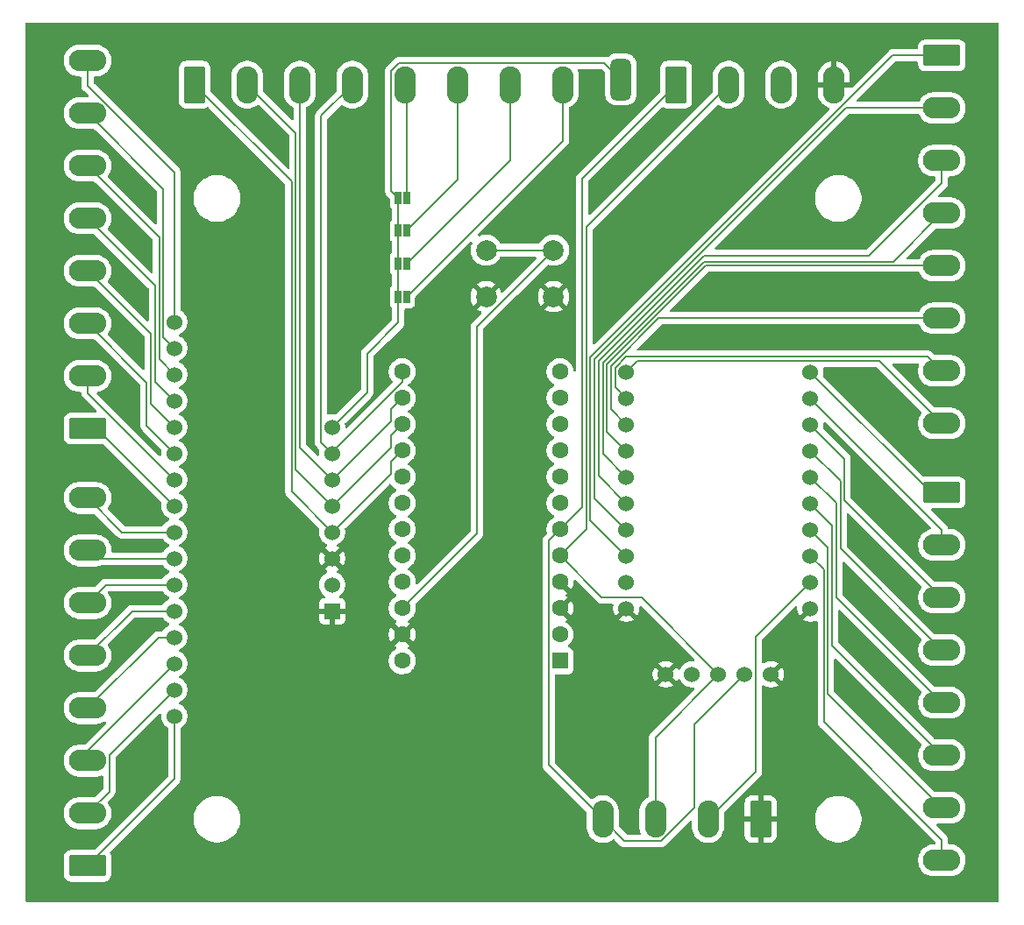
<source format=gbr>
%TF.GenerationSoftware,KiCad,Pcbnew,9.0.6*%
%TF.CreationDate,2026-02-03T15:32:43-08:00*%
%TF.ProjectId,FlightSimIOBoard,466c6967-6874-4536-996d-494f426f6172,rev?*%
%TF.SameCoordinates,Original*%
%TF.FileFunction,Copper,L1,Top*%
%TF.FilePolarity,Positive*%
%FSLAX46Y46*%
G04 Gerber Fmt 4.6, Leading zero omitted, Abs format (unit mm)*
G04 Created by KiCad (PCBNEW 9.0.6) date 2026-02-03 15:32:43*
%MOMM*%
%LPD*%
G01*
G04 APERTURE LIST*
G04 Aperture macros list*
%AMRoundRect*
0 Rectangle with rounded corners*
0 $1 Rounding radius*
0 $2 $3 $4 $5 $6 $7 $8 $9 X,Y pos of 4 corners*
0 Add a 4 corners polygon primitive as box body*
4,1,4,$2,$3,$4,$5,$6,$7,$8,$9,$2,$3,0*
0 Add four circle primitives for the rounded corners*
1,1,$1+$1,$2,$3*
1,1,$1+$1,$4,$5*
1,1,$1+$1,$6,$7*
1,1,$1+$1,$8,$9*
0 Add four rect primitives between the rounded corners*
20,1,$1+$1,$2,$3,$4,$5,0*
20,1,$1+$1,$4,$5,$6,$7,0*
20,1,$1+$1,$6,$7,$8,$9,0*
20,1,$1+$1,$8,$9,$2,$3,0*%
G04 Aperture macros list end*
%TA.AperFunction,ComponentPad*%
%ADD10C,1.530000*%
%TD*%
%TA.AperFunction,ComponentPad*%
%ADD11RoundRect,0.249999X-1.550001X0.790001X-1.550001X-0.790001X1.550001X-0.790001X1.550001X0.790001X0*%
%TD*%
%TA.AperFunction,ComponentPad*%
%ADD12O,3.600000X2.080000*%
%TD*%
%TA.AperFunction,ComponentPad*%
%ADD13R,1.530000X1.530000*%
%TD*%
%TA.AperFunction,ComponentPad*%
%ADD14RoundRect,0.249999X1.550001X-0.790001X1.550001X0.790001X-1.550001X0.790001X-1.550001X-0.790001X0*%
%TD*%
%TA.AperFunction,SMDPad,CuDef*%
%ADD15RoundRect,0.500000X-0.500000X-1.500000X0.500000X-1.500000X0.500000X1.500000X-0.500000X1.500000X0*%
%TD*%
%TA.AperFunction,SMDPad,CuDef*%
%ADD16R,0.635000X1.270000*%
%TD*%
%TA.AperFunction,ComponentPad*%
%ADD17R,1.600000X1.600000*%
%TD*%
%TA.AperFunction,ComponentPad*%
%ADD18C,1.600000*%
%TD*%
%TA.AperFunction,ComponentPad*%
%ADD19RoundRect,0.249999X-0.790001X-1.550001X0.790001X-1.550001X0.790001X1.550001X-0.790001X1.550001X0*%
%TD*%
%TA.AperFunction,ComponentPad*%
%ADD20O,2.080000X3.600000*%
%TD*%
%TA.AperFunction,ComponentPad*%
%ADD21C,2.000000*%
%TD*%
%TA.AperFunction,ComponentPad*%
%ADD22RoundRect,0.249999X0.790001X1.550001X-0.790001X1.550001X-0.790001X-1.550001X0.790001X-1.550001X0*%
%TD*%
%TA.AperFunction,Conductor*%
%ADD23C,0.200000*%
%TD*%
G04 APERTURE END LIST*
D10*
%TO.P,U3,G1,GND*%
%TO.N,GND*%
X137530000Y-109650000D03*
%TO.P,U3,G2,GND*%
X141340000Y-116000000D03*
%TO.P,U3,G3,GND*%
X155310000Y-109650000D03*
%TO.P,U3,INT,INT*%
X151500000Y-116000000D03*
%TO.P,U3,P00,P00*%
%TO.N,Net-(J6-Pin_8)*%
X155310000Y-104570000D03*
%TO.P,U3,P01,P01*%
%TO.N,Net-(J6-Pin_7)*%
X155310000Y-102030000D03*
%TO.P,U3,P02,P02*%
%TO.N,Net-(J6-Pin_6)*%
X155310000Y-99490000D03*
%TO.P,U3,P03,P03*%
%TO.N,Net-(J6-Pin_5)*%
X155310000Y-96950000D03*
%TO.P,U3,P04,P04*%
%TO.N,Net-(J6-Pin_4)*%
X155310000Y-94410000D03*
%TO.P,U3,P05,P05*%
%TO.N,Net-(J6-Pin_3)*%
X155310000Y-91870000D03*
%TO.P,U3,P06,P06*%
%TO.N,Net-(J6-Pin_2)*%
X155310000Y-89330000D03*
%TO.P,U3,P07,P07*%
%TO.N,Net-(J6-Pin_1)*%
X155310000Y-86790000D03*
%TO.P,U3,P10,P10*%
%TO.N,Net-(J5-Pin_8)*%
X137530000Y-86790000D03*
%TO.P,U3,P11,P11*%
%TO.N,Net-(J5-Pin_7)*%
X137530000Y-89330000D03*
%TO.P,U3,P12,P12*%
%TO.N,Net-(J5-Pin_6)*%
X137530000Y-91870000D03*
%TO.P,U3,P13,P13*%
%TO.N,Net-(J5-Pin_5)*%
X137530000Y-94410000D03*
%TO.P,U3,P14,P14*%
%TO.N,Net-(J5-Pin_4)*%
X137530000Y-96950000D03*
%TO.P,U3,P15,P15*%
%TO.N,Net-(J5-Pin_3)*%
X137530000Y-99490000D03*
%TO.P,U3,P16,P16*%
%TO.N,Net-(J5-Pin_2)*%
X137530000Y-102030000D03*
%TO.P,U3,P17,P17*%
%TO.N,Net-(J5-Pin_1)*%
X137530000Y-104570000D03*
%TO.P,U3,SCL,SCL*%
%TO.N,SCL*%
X148960000Y-116000000D03*
%TO.P,U3,SDA,SDA*%
%TO.N,SDA*%
X146420000Y-116000000D03*
%TO.P,U3,VCC,VCC*%
%TO.N,+5V*%
X143880000Y-116000000D03*
%TO.P,U3,VD1,VDD*%
X137530000Y-107110000D03*
%TO.P,U3,VD2,VDD*%
X155310000Y-107110000D03*
%TD*%
D11*
%TO.P,J6,1,Pin_1*%
%TO.N,Net-(J6-Pin_1)*%
X168000000Y-98420000D03*
D12*
%TO.P,J6,2,Pin_2*%
%TO.N,Net-(J6-Pin_2)*%
X168000000Y-103500000D03*
%TO.P,J6,3,Pin_3*%
%TO.N,Net-(J6-Pin_3)*%
X168000000Y-108580000D03*
%TO.P,J6,4,Pin_4*%
%TO.N,Net-(J6-Pin_4)*%
X168000000Y-113660000D03*
%TO.P,J6,5,Pin_5*%
%TO.N,Net-(J6-Pin_5)*%
X168000000Y-118740000D03*
%TO.P,J6,6,Pin_6*%
%TO.N,Net-(J6-Pin_6)*%
X168000000Y-123820000D03*
%TO.P,J6,7,Pin_7*%
%TO.N,Net-(J6-Pin_7)*%
X168000000Y-128900000D03*
%TO.P,J6,8,Pin_8*%
%TO.N,Net-(J6-Pin_8)*%
X168000000Y-133980000D03*
%TD*%
D10*
%TO.P,U2,JP1-1,C0*%
%TO.N,Net-(J1-Pin_1)*%
X93880000Y-120050000D03*
%TO.P,U2,JP1-2,C1*%
%TO.N,Net-(J1-Pin_2)*%
X93880000Y-117510000D03*
%TO.P,U2,JP1-3,C2*%
%TO.N,Net-(J1-Pin_3)*%
X93880000Y-114970000D03*
%TO.P,U2,JP1-4,C3*%
%TO.N,Net-(J1-Pin_4)*%
X93880000Y-112430000D03*
%TO.P,U2,JP1-5,C4*%
%TO.N,Net-(J1-Pin_5)*%
X93880000Y-109890000D03*
%TO.P,U2,JP1-6,C5*%
%TO.N,Net-(J1-Pin_6)*%
X93880000Y-107350000D03*
%TO.P,U2,JP1-7,C6*%
%TO.N,Net-(J1-Pin_7)*%
X93880000Y-104810000D03*
%TO.P,U2,JP1-8,C7*%
%TO.N,Net-(J1-Pin_8)*%
X93880000Y-102270000D03*
%TO.P,U2,JP1-9,C8*%
%TO.N,Net-(J2-Pin_1)*%
X93880000Y-99730000D03*
%TO.P,U2,JP1-10,C9*%
%TO.N,Net-(J2-Pin_2)*%
X93880000Y-97190000D03*
%TO.P,U2,JP1-11,C10*%
%TO.N,Net-(J2-Pin_3)*%
X93880000Y-94650000D03*
%TO.P,U2,JP1-12,C11*%
%TO.N,Net-(J2-Pin_4)*%
X93880000Y-92110000D03*
%TO.P,U2,JP1-13,C12*%
%TO.N,Net-(J2-Pin_5)*%
X93880000Y-89570000D03*
%TO.P,U2,JP1-14,C13*%
%TO.N,Net-(J2-Pin_6)*%
X93880000Y-87030000D03*
%TO.P,U2,JP1-15,C14*%
%TO.N,Net-(J2-Pin_7)*%
X93880000Y-84490000D03*
%TO.P,U2,JP1-16,C15*%
%TO.N,Net-(J2-Pin_8)*%
X93880000Y-81950000D03*
D13*
%TO.P,U2,JP3-1,GND*%
%TO.N,GND*%
X109120000Y-109890000D03*
D10*
%TO.P,U2,JP3-2,VCC*%
%TO.N,+5V*%
X109120000Y-107350000D03*
%TO.P,U2,JP3-3,EN*%
%TO.N,GND*%
X109120000Y-104810000D03*
%TO.P,U2,JP3-4,S0*%
%TO.N,Net-(J3-Pin_1)*%
X109120000Y-102270000D03*
%TO.P,U2,JP3-5,S1*%
%TO.N,Net-(J3-Pin_2)*%
X109120000Y-99730000D03*
%TO.P,U2,JP3-6,S2*%
%TO.N,Net-(J3-Pin_3)*%
X109120000Y-97190000D03*
%TO.P,U2,JP3-7,S3*%
%TO.N,Net-(J3-Pin_4)*%
X109120000Y-94650000D03*
%TO.P,U2,JP3-8,COM*%
%TO.N,Net-(J7-Pin_1)*%
X109120000Y-92110000D03*
%TD*%
D14*
%TO.P,J2,1,Pin_1*%
%TO.N,Net-(J2-Pin_1)*%
X85500000Y-92240000D03*
D12*
%TO.P,J2,2,Pin_2*%
%TO.N,Net-(J2-Pin_2)*%
X85500000Y-87160000D03*
%TO.P,J2,3,Pin_3*%
%TO.N,Net-(J2-Pin_3)*%
X85500000Y-82080000D03*
%TO.P,J2,4,Pin_4*%
%TO.N,Net-(J2-Pin_4)*%
X85500000Y-77000000D03*
%TO.P,J2,5,Pin_5*%
%TO.N,Net-(J2-Pin_5)*%
X85500000Y-71920000D03*
%TO.P,J2,6,Pin_6*%
%TO.N,Net-(J2-Pin_6)*%
X85500000Y-66840000D03*
%TO.P,J2,7,Pin_7*%
%TO.N,Net-(J2-Pin_7)*%
X85500000Y-61760000D03*
%TO.P,J2,8,Pin_8*%
%TO.N,Net-(J2-Pin_8)*%
X85500000Y-56680000D03*
%TD*%
D11*
%TO.P,J5,1,Pin_1*%
%TO.N,Net-(J5-Pin_1)*%
X168000000Y-56180000D03*
D12*
%TO.P,J5,2,Pin_2*%
%TO.N,Net-(J5-Pin_2)*%
X168000000Y-61260000D03*
%TO.P,J5,3,Pin_3*%
%TO.N,Net-(J5-Pin_3)*%
X168000000Y-66340000D03*
%TO.P,J5,4,Pin_4*%
%TO.N,Net-(J5-Pin_4)*%
X168000000Y-71420000D03*
%TO.P,J5,5,Pin_5*%
%TO.N,Net-(J5-Pin_5)*%
X168000000Y-76500000D03*
%TO.P,J5,6,Pin_6*%
%TO.N,Net-(J5-Pin_6)*%
X168000000Y-81580000D03*
%TO.P,J5,7,Pin_7*%
%TO.N,Net-(J5-Pin_7)*%
X168000000Y-86660000D03*
%TO.P,J5,8,Pin_8*%
%TO.N,Net-(J5-Pin_8)*%
X168000000Y-91740000D03*
%TD*%
D15*
%TO.P,J7,1,Pin_1*%
%TO.N,Net-(J7-Pin_1)*%
X137000000Y-58500000D03*
%TD*%
D16*
%TO.P,JP1,1,A*%
%TO.N,Net-(J7-Pin_1)*%
X115500000Y-69946800D03*
%TO.P,JP1,2,B*%
%TO.N,A1*%
X116312800Y-69946800D03*
%TD*%
D17*
%TO.P,U1,1,TX*%
%TO.N,unconnected-(U1-TX-Pad1)*%
X131120000Y-114700000D03*
D18*
%TO.P,U1,2,RX*%
%TO.N,unconnected-(U1-RX-Pad2)*%
X131120000Y-112160000D03*
%TO.P,U1,3,GND*%
%TO.N,GND*%
X131120000Y-109620000D03*
%TO.P,U1,4,GND*%
X131120000Y-107080000D03*
%TO.P,U1,5,SDA*%
%TO.N,SDA*%
X131120000Y-104540000D03*
%TO.P,U1,6,SCL*%
%TO.N,SCL*%
X131120000Y-102000000D03*
%TO.P,U1,7,D4*%
%TO.N,A6*%
X131120000Y-99460000D03*
%TO.P,U1,8,C6*%
%TO.N,unconnected-(U1-C6-Pad8)*%
X131120000Y-96920000D03*
%TO.P,U1,9,D7*%
%TO.N,unconnected-(U1-D7-Pad9)*%
X131120000Y-94380000D03*
%TO.P,U1,10,E6*%
%TO.N,unconnected-(U1-E6-Pad10)*%
X131120000Y-91840000D03*
%TO.P,U1,11,B4*%
%TO.N,unconnected-(U1-B4-Pad11)*%
X131120000Y-89300000D03*
%TO.P,U1,12,B5*%
%TO.N,unconnected-(U1-B5-Pad12)*%
X131120000Y-86760000D03*
%TO.P,U1,13,B6*%
%TO.N,Net-(J3-Pin_4)*%
X115880000Y-86760000D03*
%TO.P,U1,14,B2*%
%TO.N,Net-(J3-Pin_3)*%
X115880000Y-89300000D03*
%TO.P,U1,15,B3*%
%TO.N,Net-(J3-Pin_2)*%
X115880000Y-91840000D03*
%TO.P,U1,16,B1*%
%TO.N,Net-(J3-Pin_1)*%
X115880000Y-94380000D03*
%TO.P,U1,17,F7*%
%TO.N,Net-(J7-Pin_1)*%
X115880000Y-96920000D03*
%TO.P,U1,18,F6*%
%TO.N,A1*%
X115880000Y-99460000D03*
%TO.P,U1,19,F5*%
%TO.N,A2*%
X115880000Y-102000000D03*
%TO.P,U1,20,F4*%
%TO.N,A3*%
X115880000Y-104540000D03*
%TO.P,U1,21,VCC*%
%TO.N,+5V*%
X115880000Y-107080000D03*
%TO.P,U1,22,RST*%
%TO.N,Net-(U1-RST)*%
X115880000Y-109620000D03*
%TO.P,U1,23,GND*%
%TO.N,GND*%
X115880000Y-112160000D03*
%TO.P,U1,24,RAW*%
%TO.N,unconnected-(U1-RAW-Pad24)*%
X115880000Y-114700000D03*
%TD*%
D19*
%TO.P,J4,1,Pin_1*%
%TO.N,SCL*%
X142340000Y-59000000D03*
D20*
%TO.P,J4,2,Pin_2*%
%TO.N,SDA*%
X147420000Y-59000000D03*
%TO.P,J4,3,Pin_3*%
%TO.N,+5V*%
X152500000Y-59000000D03*
%TO.P,J4,4,Pin_4*%
%TO.N,GND*%
X157580000Y-59000000D03*
%TD*%
D16*
%TO.P,JP3,1,A*%
%TO.N,Net-(J7-Pin_1)*%
X115500000Y-76315600D03*
%TO.P,JP3,2,B*%
%TO.N,A3*%
X116312800Y-76315600D03*
%TD*%
D19*
%TO.P,J3,1,Pin_1*%
%TO.N,Net-(J3-Pin_1)*%
X95840000Y-59000000D03*
D20*
%TO.P,J3,2,Pin_2*%
%TO.N,Net-(J3-Pin_2)*%
X100920000Y-59000000D03*
%TO.P,J3,3,Pin_3*%
%TO.N,Net-(J3-Pin_3)*%
X106000000Y-59000000D03*
%TO.P,J3,4,Pin_4*%
%TO.N,Net-(J3-Pin_4)*%
X111080000Y-59000000D03*
%TO.P,J3,5,Pin_5*%
%TO.N,A1*%
X116160000Y-59000000D03*
%TO.P,J3,6,Pin_6*%
%TO.N,A2*%
X121240000Y-59000000D03*
%TO.P,J3,7,Pin_7*%
%TO.N,A3*%
X126320000Y-59000000D03*
%TO.P,J3,8,Pin_8*%
%TO.N,A6*%
X131400000Y-59000000D03*
%TD*%
D21*
%TO.P,RESET_SW,1,1*%
%TO.N,Net-(U1-RST)*%
X124000000Y-75000000D03*
X130500000Y-75000000D03*
%TO.P,RESET_SW,2,2*%
%TO.N,GND*%
X124000000Y-79500000D03*
X130500000Y-79500000D03*
%TD*%
D16*
%TO.P,JP4,1,A*%
%TO.N,Net-(J7-Pin_1)*%
X115500000Y-79500000D03*
%TO.P,JP4,2,B*%
%TO.N,A6*%
X116312800Y-79500000D03*
%TD*%
D14*
%TO.P,J1,1,Pin_1*%
%TO.N,Net-(J1-Pin_1)*%
X85500000Y-134500000D03*
D12*
%TO.P,J1,2,Pin_2*%
%TO.N,Net-(J1-Pin_2)*%
X85500000Y-129420000D03*
%TO.P,J1,3,Pin_3*%
%TO.N,Net-(J1-Pin_3)*%
X85500000Y-124340000D03*
%TO.P,J1,4,Pin_4*%
%TO.N,Net-(J1-Pin_4)*%
X85500000Y-119260000D03*
%TO.P,J1,5,Pin_5*%
%TO.N,Net-(J1-Pin_5)*%
X85500000Y-114180000D03*
%TO.P,J1,6,Pin_6*%
%TO.N,Net-(J1-Pin_6)*%
X85500000Y-109100000D03*
%TO.P,J1,7,Pin_7*%
%TO.N,Net-(J1-Pin_7)*%
X85500000Y-104020000D03*
%TO.P,J1,8,Pin_8*%
%TO.N,Net-(J1-Pin_8)*%
X85500000Y-98940000D03*
%TD*%
D16*
%TO.P,JP2,1,A*%
%TO.N,Net-(J7-Pin_1)*%
X115500000Y-73131200D03*
%TO.P,JP2,2,B*%
%TO.N,A2*%
X116312800Y-73131200D03*
%TD*%
D22*
%TO.P,J8,1,Pin_1*%
%TO.N,GND*%
X150500000Y-130000000D03*
D20*
%TO.P,J8,2,Pin_2*%
%TO.N,+5V*%
X145420000Y-130000000D03*
%TO.P,J8,3,Pin_3*%
%TO.N,SDA*%
X140340000Y-130000000D03*
%TO.P,J8,4,Pin_4*%
%TO.N,SCL*%
X135260000Y-130000000D03*
%TD*%
D23*
%TO.N,SCL*%
X135260000Y-130000000D02*
X130019000Y-124759000D01*
X130019000Y-124759000D02*
X130019000Y-103101000D01*
X130019000Y-103101000D02*
X131120000Y-102000000D01*
%TO.N,Net-(J3-Pin_1)*%
X105198000Y-98348000D02*
X109120000Y-102270000D01*
X109120000Y-102270000D02*
X114779000Y-96611000D01*
X114779000Y-95481000D02*
X115880000Y-94380000D01*
X114779000Y-96611000D02*
X114779000Y-95481000D01*
X105198000Y-68358000D02*
X105198000Y-98348000D01*
X95840000Y-59000000D02*
X105198000Y-68358000D01*
%TO.N,A2*%
X121240000Y-68204000D02*
X121240000Y-59000000D01*
X116312800Y-73131200D02*
X121240000Y-68204000D01*
%TO.N,Net-(J5-Pin_3)*%
X160977976Y-75522024D02*
X145022024Y-75522024D01*
X168000000Y-68500000D02*
X160977976Y-75522024D01*
X145022024Y-75522024D02*
X134860000Y-85684048D01*
X168000000Y-66340000D02*
X168000000Y-68500000D01*
X134860000Y-85684048D02*
X134860000Y-96820000D01*
X134860000Y-96820000D02*
X137530000Y-99490000D01*
%TO.N,A6*%
X116312800Y-79500000D02*
X131400000Y-64412800D01*
X131400000Y-64412800D02*
X131400000Y-59000000D01*
%TO.N,Net-(J3-Pin_3)*%
X114779000Y-90401000D02*
X114779000Y-91531000D01*
X106000000Y-59000000D02*
X106000000Y-94070000D01*
X106000000Y-94070000D02*
X109120000Y-97190000D01*
X114779000Y-91531000D02*
X109120000Y-97190000D01*
X115880000Y-89300000D02*
X114779000Y-90401000D01*
%TO.N,Net-(J7-Pin_1)*%
X115500000Y-76315600D02*
X115500000Y-79500000D01*
X115500000Y-69946800D02*
X114819000Y-69265800D01*
X115604540Y-56899000D02*
X135399000Y-56899000D01*
X135399000Y-56899000D02*
X137000000Y-58500000D01*
X115500000Y-73131200D02*
X115500000Y-76315600D01*
X114819000Y-69265800D02*
X114819000Y-57684540D01*
X114819000Y-57684540D02*
X115604540Y-56899000D01*
X115500000Y-79500000D02*
X115500000Y-82000000D01*
X115500000Y-69946800D02*
X115500000Y-73131200D01*
X115500000Y-82000000D02*
X112500000Y-85000000D01*
X112500000Y-88730000D02*
X112500000Y-85000000D01*
X109120000Y-92110000D02*
X112500000Y-88730000D01*
%TO.N,Net-(J3-Pin_4)*%
X109120000Y-94502950D02*
X115880000Y-87742950D01*
X109120000Y-94650000D02*
X109120000Y-94502950D01*
X111080000Y-59000000D02*
X108054000Y-62026000D01*
X115880000Y-87742950D02*
X115880000Y-86760000D01*
X108054000Y-93584000D02*
X109120000Y-94650000D01*
X108054000Y-62026000D02*
X108054000Y-93584000D01*
%TO.N,A1*%
X116312800Y-59152800D02*
X116160000Y-59000000D01*
X116312800Y-69946800D02*
X116312800Y-59152800D01*
%TO.N,SDA*%
X140340000Y-130000000D02*
X140340000Y-122080000D01*
X135164000Y-108584000D02*
X131120000Y-104540000D01*
X146420000Y-116000000D02*
X139004000Y-108584000D01*
X139004000Y-108584000D02*
X135164000Y-108584000D01*
X131120000Y-104540000D02*
X133657000Y-102003000D01*
X133657000Y-102003000D02*
X133657000Y-72763000D01*
X140340000Y-122080000D02*
X146420000Y-116000000D01*
X133657000Y-72763000D02*
X147420000Y-59000000D01*
%TO.N,Net-(J3-Pin_2)*%
X114779000Y-92941000D02*
X115880000Y-91840000D01*
X100920000Y-59000000D02*
X105599000Y-63679000D01*
X114779000Y-94071000D02*
X114779000Y-92941000D01*
X105599000Y-63679000D02*
X105599000Y-96209000D01*
X105599000Y-96209000D02*
X109120000Y-99730000D01*
X109120000Y-99730000D02*
X114779000Y-94071000D01*
%TO.N,SCL*%
X140895460Y-132101000D02*
X144079000Y-128917460D01*
X136069127Y-129989000D02*
X136229127Y-130149000D01*
X131120000Y-102000000D02*
X133256000Y-99864000D01*
X137361000Y-132101000D02*
X140895460Y-132101000D01*
X133256000Y-68084000D02*
X142340000Y-59000000D01*
X135260000Y-130000000D02*
X137361000Y-132101000D01*
X144079000Y-128917460D02*
X144079000Y-120881000D01*
X133256000Y-99864000D02*
X133256000Y-68084000D01*
X148960000Y-116000000D02*
X149000000Y-116040000D01*
X144079000Y-120881000D02*
X148960000Y-116000000D01*
%TO.N,+5V*%
X150026000Y-125394000D02*
X150026000Y-112394000D01*
X145420000Y-130000000D02*
X150026000Y-125394000D01*
X150026000Y-112394000D02*
X155310000Y-107110000D01*
%TO.N,A3*%
X116312800Y-76315600D02*
X126320000Y-66308400D01*
X126320000Y-66308400D02*
X126320000Y-59000000D01*
%TO.N,Net-(J2-Pin_5)*%
X92012000Y-78432000D02*
X85500000Y-71920000D01*
X93880000Y-89570000D02*
X92012000Y-87702000D01*
X92012000Y-87702000D02*
X92012000Y-78432000D01*
%TO.N,Net-(J2-Pin_1)*%
X86390000Y-92240000D02*
X85500000Y-92240000D01*
X93880000Y-99730000D02*
X86390000Y-92240000D01*
%TO.N,Net-(J1-Pin_6)*%
X87250000Y-107350000D02*
X85500000Y-109100000D01*
X93880000Y-107350000D02*
X87250000Y-107350000D01*
%TO.N,Net-(J2-Pin_8)*%
X93880000Y-81950000D02*
X93880000Y-67483540D01*
X85500000Y-59103540D02*
X85500000Y-56680000D01*
X93880000Y-67483540D02*
X85500000Y-59103540D01*
%TO.N,Net-(J1-Pin_7)*%
X93880000Y-104810000D02*
X86290000Y-104810000D01*
X86290000Y-104810000D02*
X85500000Y-104020000D01*
%TO.N,Net-(J1-Pin_2)*%
X87601000Y-123789000D02*
X87601000Y-127319000D01*
X87601000Y-127319000D02*
X85500000Y-129420000D01*
X93880000Y-117510000D02*
X87601000Y-123789000D01*
%TO.N,Net-(J2-Pin_3)*%
X91210000Y-91980000D02*
X91210000Y-87790000D01*
X91210000Y-87790000D02*
X85500000Y-82080000D01*
X93880000Y-94650000D02*
X91210000Y-91980000D01*
%TO.N,Net-(J1-Pin_4)*%
X93880000Y-112430000D02*
X92330000Y-112430000D01*
X92330000Y-112430000D02*
X85500000Y-119260000D01*
%TO.N,Net-(J2-Pin_2)*%
X93880000Y-97190000D02*
X85500000Y-88810000D01*
X85500000Y-88810000D02*
X85500000Y-87160000D01*
%TO.N,Net-(J2-Pin_6)*%
X92413000Y-85563000D02*
X92413000Y-73753000D01*
X92413000Y-73753000D02*
X85500000Y-66840000D01*
X93880000Y-87030000D02*
X92413000Y-85563000D01*
%TO.N,Net-(J2-Pin_7)*%
X92814000Y-83424000D02*
X92814000Y-69074000D01*
X93880000Y-84490000D02*
X92814000Y-83424000D01*
X92814000Y-69074000D02*
X85500000Y-61760000D01*
%TO.N,Net-(J2-Pin_4)*%
X91611000Y-83111000D02*
X85500000Y-77000000D01*
X91611000Y-89841000D02*
X91611000Y-83111000D01*
X93880000Y-92110000D02*
X91611000Y-89841000D01*
%TO.N,Net-(J1-Pin_5)*%
X89790000Y-109890000D02*
X85500000Y-114180000D01*
X93880000Y-109890000D02*
X89790000Y-109890000D01*
%TO.N,Net-(J1-Pin_1)*%
X93880000Y-126120000D02*
X93880000Y-120050000D01*
X85500000Y-134500000D02*
X93880000Y-126120000D01*
%TO.N,Net-(J1-Pin_8)*%
X88830000Y-102270000D02*
X85500000Y-98940000D01*
X93880000Y-102270000D02*
X88830000Y-102270000D01*
%TO.N,Net-(J5-Pin_7)*%
X166663000Y-85323000D02*
X168000000Y-86660000D01*
X136464000Y-86348448D02*
X137489448Y-85323000D01*
X137530000Y-89330000D02*
X136464000Y-88264000D01*
X136464000Y-88264000D02*
X136464000Y-86348448D01*
X137489448Y-85323000D02*
X166663000Y-85323000D01*
%TO.N,Net-(J5-Pin_1)*%
X134058000Y-101098000D02*
X134058000Y-85351848D01*
X137530000Y-104570000D02*
X134058000Y-101098000D01*
X163229848Y-56180000D02*
X168000000Y-56180000D01*
X134058000Y-85351848D02*
X163229848Y-56180000D01*
%TO.N,Net-(J5-Pin_2)*%
X158716948Y-61260000D02*
X168000000Y-61260000D01*
X134459000Y-98959000D02*
X134459000Y-85517948D01*
X134459000Y-85517948D02*
X158716948Y-61260000D01*
X137530000Y-102030000D02*
X134459000Y-98959000D01*
%TO.N,Net-(J5-Pin_8)*%
X137530000Y-86790000D02*
X138596000Y-85724000D01*
X138596000Y-85724000D02*
X161984000Y-85724000D01*
X161984000Y-85724000D02*
X168000000Y-91740000D01*
%TO.N,Net-(J5-Pin_5)*%
X135662000Y-86016248D02*
X145178248Y-76500000D01*
X145178248Y-76500000D02*
X168000000Y-76500000D01*
X135662000Y-92542000D02*
X135662000Y-86016248D01*
X137530000Y-94410000D02*
X135662000Y-92542000D01*
%TO.N,Net-(J5-Pin_6)*%
X136063000Y-90403000D02*
X136063000Y-86182348D01*
X136063000Y-86182348D02*
X140665348Y-81580000D01*
X137530000Y-91870000D02*
X136063000Y-90403000D01*
X140665348Y-81580000D02*
X168000000Y-81580000D01*
%TO.N,Net-(J5-Pin_4)*%
X135261000Y-94681000D02*
X135261000Y-85850148D01*
X163321000Y-76099000D02*
X145012148Y-76099000D01*
X145012148Y-76099000D02*
X135261000Y-85850148D01*
X137530000Y-96950000D02*
X135261000Y-94681000D01*
X168000000Y-71420000D02*
X163321000Y-76099000D01*
%TO.N,Net-(J6-Pin_1)*%
X155310000Y-86790000D02*
X166940000Y-98420000D01*
X166940000Y-98420000D02*
X168000000Y-98420000D01*
%TO.N,Net-(J6-Pin_8)*%
X156599000Y-105859000D02*
X156599000Y-120599000D01*
X168000000Y-132000000D02*
X168000000Y-133980000D01*
X155310000Y-104570000D02*
X156599000Y-105859000D01*
X156599000Y-120599000D02*
X168000000Y-132000000D01*
%TO.N,Net-(J6-Pin_7)*%
X157000000Y-117900000D02*
X168000000Y-128900000D01*
X155310000Y-102030000D02*
X157000000Y-103720000D01*
X157000000Y-103720000D02*
X157000000Y-117900000D01*
%TO.N,Net-(J6-Pin_4)*%
X155310000Y-94410000D02*
X158203000Y-97303000D01*
X158203000Y-97303000D02*
X158203000Y-103863000D01*
X158203000Y-103863000D02*
X168000000Y-113660000D01*
%TO.N,Net-(J6-Pin_3)*%
X155310000Y-91870000D02*
X158604000Y-95164000D01*
X158604000Y-99184000D02*
X168000000Y-108580000D01*
X158604000Y-95164000D02*
X158604000Y-99184000D01*
%TO.N,Net-(J6-Pin_6)*%
X155310000Y-99490000D02*
X157401000Y-101581000D01*
X157401000Y-113221000D02*
X168000000Y-123820000D01*
X157401000Y-101581000D02*
X157401000Y-113221000D01*
%TO.N,Net-(J6-Pin_2)*%
X168000000Y-102020000D02*
X168000000Y-103500000D01*
X155310000Y-89330000D02*
X168000000Y-102020000D01*
%TO.N,Net-(J6-Pin_5)*%
X157802000Y-99442000D02*
X155310000Y-96950000D01*
X157802000Y-108542000D02*
X157802000Y-99442000D01*
X168000000Y-118740000D02*
X157802000Y-108542000D01*
%TO.N,Net-(U1-RST)*%
X128500000Y-77000000D02*
X130500000Y-75000000D01*
X124000000Y-75000000D02*
X130500000Y-75000000D01*
X130500000Y-75000000D02*
X123100000Y-82400000D01*
X123100000Y-82400000D02*
X123100000Y-102400000D01*
X123100000Y-102400000D02*
X115880000Y-109620000D01*
%TO.N,Net-(J1-Pin_3)*%
X93880000Y-114970000D02*
X85500000Y-123350000D01*
X85500000Y-123350000D02*
X85500000Y-124340000D01*
%TD*%
%TA.AperFunction,Conductor*%
%TO.N,GND*%
G36*
X132625203Y-106894884D02*
G01*
X132631676Y-106900911D01*
X134795284Y-109064520D01*
X134795286Y-109064521D01*
X134795290Y-109064524D01*
X134926020Y-109140000D01*
X134932216Y-109143577D01*
X135084943Y-109184501D01*
X135084945Y-109184501D01*
X135250654Y-109184501D01*
X135250670Y-109184500D01*
X136180478Y-109184500D01*
X136247517Y-109204185D01*
X136293272Y-109256989D01*
X136303216Y-109326147D01*
X136298408Y-109346820D01*
X136296149Y-109353770D01*
X136296148Y-109353776D01*
X136265000Y-109550436D01*
X136265000Y-109749563D01*
X136296147Y-109946222D01*
X136357679Y-110135594D01*
X136448077Y-110313008D01*
X136475580Y-110350863D01*
X136475580Y-110350864D01*
X137038871Y-109787572D01*
X137054755Y-109846853D01*
X137121898Y-109963147D01*
X137216853Y-110058102D01*
X137333147Y-110125245D01*
X137392425Y-110141128D01*
X136829134Y-110704417D01*
X136866994Y-110731924D01*
X137044405Y-110822320D01*
X137233777Y-110883852D01*
X137430437Y-110915000D01*
X137629563Y-110915000D01*
X137826222Y-110883852D01*
X138015594Y-110822320D01*
X138193005Y-110731924D01*
X138230863Y-110704418D01*
X138230863Y-110704417D01*
X137667574Y-110141128D01*
X137726853Y-110125245D01*
X137843147Y-110058102D01*
X137938102Y-109963147D01*
X138005245Y-109846853D01*
X138021128Y-109787574D01*
X138584417Y-110350863D01*
X138584418Y-110350863D01*
X138611924Y-110313005D01*
X138702320Y-110135594D01*
X138763852Y-109946222D01*
X138795000Y-109749563D01*
X138795000Y-109550437D01*
X138793312Y-109539781D01*
X138802266Y-109470488D01*
X138847262Y-109417035D01*
X138914013Y-109396395D01*
X138981327Y-109415119D01*
X139003466Y-109432701D01*
X144096697Y-114525933D01*
X144130182Y-114587256D01*
X144125198Y-114656948D01*
X144083326Y-114712881D01*
X144017862Y-114737298D01*
X143989624Y-114736088D01*
X143979597Y-114734500D01*
X143780403Y-114734500D01*
X143714822Y-114744887D01*
X143583659Y-114765661D01*
X143583656Y-114765661D01*
X143394219Y-114827213D01*
X143216733Y-114917647D01*
X143178286Y-114945581D01*
X143055582Y-115034731D01*
X143055580Y-115034733D01*
X143055579Y-115034733D01*
X142914733Y-115175579D01*
X142914733Y-115175580D01*
X142914731Y-115175582D01*
X142897558Y-115199219D01*
X142797645Y-115336735D01*
X142720203Y-115488723D01*
X142672229Y-115539518D01*
X142604408Y-115556313D01*
X142538273Y-115533775D01*
X142499234Y-115488722D01*
X142421924Y-115336994D01*
X142394417Y-115299135D01*
X142394417Y-115299134D01*
X141831128Y-115862424D01*
X141815245Y-115803147D01*
X141748102Y-115686853D01*
X141653147Y-115591898D01*
X141536853Y-115524755D01*
X141477574Y-115508871D01*
X142040864Y-114945581D01*
X142040863Y-114945580D01*
X142003008Y-114918077D01*
X141825594Y-114827679D01*
X141636222Y-114766147D01*
X141439563Y-114735000D01*
X141240437Y-114735000D01*
X141043777Y-114766147D01*
X140854405Y-114827679D01*
X140676990Y-114918077D01*
X140639135Y-114945580D01*
X140639135Y-114945581D01*
X141202425Y-115508871D01*
X141143147Y-115524755D01*
X141026853Y-115591898D01*
X140931898Y-115686853D01*
X140864755Y-115803147D01*
X140848871Y-115862425D01*
X140285581Y-115299135D01*
X140285580Y-115299135D01*
X140258077Y-115336990D01*
X140167679Y-115514405D01*
X140106147Y-115703777D01*
X140075000Y-115900436D01*
X140075000Y-116099563D01*
X140106147Y-116296222D01*
X140167679Y-116485594D01*
X140258077Y-116663008D01*
X140285580Y-116700863D01*
X140285581Y-116700864D01*
X140848871Y-116137574D01*
X140864755Y-116196853D01*
X140931898Y-116313147D01*
X141026853Y-116408102D01*
X141143147Y-116475245D01*
X141202425Y-116491128D01*
X140639134Y-117054417D01*
X140676994Y-117081924D01*
X140854405Y-117172320D01*
X141043777Y-117233852D01*
X141240437Y-117265000D01*
X141439563Y-117265000D01*
X141636222Y-117233852D01*
X141825594Y-117172320D01*
X142003005Y-117081924D01*
X142040863Y-117054418D01*
X142040863Y-117054417D01*
X141477574Y-116491128D01*
X141536853Y-116475245D01*
X141653147Y-116408102D01*
X141748102Y-116313147D01*
X141815245Y-116196853D01*
X141831128Y-116137574D01*
X142394417Y-116700863D01*
X142394418Y-116700863D01*
X142421924Y-116663005D01*
X142499234Y-116511277D01*
X142547208Y-116460481D01*
X142615029Y-116443686D01*
X142681164Y-116466223D01*
X142720204Y-116511277D01*
X142737250Y-116544731D01*
X142797647Y-116663266D01*
X142914731Y-116824418D01*
X143055582Y-116965269D01*
X143216734Y-117082353D01*
X143328572Y-117139337D01*
X143394219Y-117172786D01*
X143583657Y-117234338D01*
X143583658Y-117234338D01*
X143583661Y-117234339D01*
X143780403Y-117265500D01*
X143780404Y-117265500D01*
X143979596Y-117265500D01*
X143979597Y-117265500D01*
X143989615Y-117263913D01*
X144058906Y-117272864D01*
X144112360Y-117317858D01*
X144133003Y-117384609D01*
X144114281Y-117451923D01*
X144096697Y-117474066D01*
X139971286Y-121599478D01*
X139859481Y-121711282D01*
X139859479Y-121711285D01*
X139809361Y-121798094D01*
X139809359Y-121798096D01*
X139780425Y-121848209D01*
X139780424Y-121848210D01*
X139780423Y-121848215D01*
X139739499Y-122000943D01*
X139739499Y-122000945D01*
X139739499Y-122169046D01*
X139739500Y-122169059D01*
X139739500Y-127741037D01*
X139719815Y-127808076D01*
X139671796Y-127851521D01*
X139532600Y-127922446D01*
X139336437Y-128064966D01*
X139336432Y-128064970D01*
X139164970Y-128236432D01*
X139164966Y-128236437D01*
X139022448Y-128432598D01*
X138912360Y-128648655D01*
X138837432Y-128879263D01*
X138799500Y-129118754D01*
X138799500Y-130881245D01*
X138837431Y-131120735D01*
X138878018Y-131245648D01*
X138908085Y-131338183D01*
X138910080Y-131408023D01*
X138874000Y-131467856D01*
X138811299Y-131498684D01*
X138790154Y-131500500D01*
X137661098Y-131500500D01*
X137594059Y-131480815D01*
X137573417Y-131464181D01*
X136836819Y-130727583D01*
X136803334Y-130666260D01*
X136800500Y-130639902D01*
X136800500Y-130353085D01*
X136804725Y-130320992D01*
X136829627Y-130228057D01*
X136829627Y-130069943D01*
X136804725Y-129977006D01*
X136800500Y-129944913D01*
X136800500Y-129118754D01*
X136771336Y-128934626D01*
X136762568Y-128879265D01*
X136719595Y-128747006D01*
X136687639Y-128648655D01*
X136669267Y-128612598D01*
X136577554Y-128432602D01*
X136487502Y-128308655D01*
X136435033Y-128236437D01*
X136435029Y-128236432D01*
X136263567Y-128064970D01*
X136263562Y-128064966D01*
X136067401Y-127922448D01*
X136067400Y-127922447D01*
X136067398Y-127922446D01*
X135940288Y-127857680D01*
X135851344Y-127812360D01*
X135620736Y-127737432D01*
X135381245Y-127699500D01*
X135381240Y-127699500D01*
X135138760Y-127699500D01*
X135138755Y-127699500D01*
X134899263Y-127737432D01*
X134668655Y-127812360D01*
X134452598Y-127922448D01*
X134294486Y-128037322D01*
X134228679Y-128060802D01*
X134160626Y-128044976D01*
X134133920Y-128024685D01*
X130655819Y-124546584D01*
X130622334Y-124485261D01*
X130619500Y-124458903D01*
X130619500Y-116124499D01*
X130639185Y-116057460D01*
X130691989Y-116011705D01*
X130743500Y-116000499D01*
X131967871Y-116000499D01*
X131967872Y-116000499D01*
X132027483Y-115994091D01*
X132162331Y-115943796D01*
X132277546Y-115857546D01*
X132290622Y-115840078D01*
X132304711Y-115821259D01*
X132363793Y-115742335D01*
X132363792Y-115742335D01*
X132363796Y-115742331D01*
X132414091Y-115607483D01*
X132420500Y-115547873D01*
X132420499Y-114673661D01*
X132420499Y-113852129D01*
X132420498Y-113852123D01*
X132416022Y-113810485D01*
X132414091Y-113792517D01*
X132381565Y-113705311D01*
X132363797Y-113657671D01*
X132363793Y-113657664D01*
X132277547Y-113542455D01*
X132277544Y-113542452D01*
X132162335Y-113456206D01*
X132162328Y-113456202D01*
X132027482Y-113405908D01*
X132027483Y-113405908D01*
X131990560Y-113401939D01*
X131926009Y-113375201D01*
X131886160Y-113317809D01*
X131883667Y-113247984D01*
X131919319Y-113187895D01*
X131930930Y-113178331D01*
X131933544Y-113176432D01*
X131967219Y-113151966D01*
X132111966Y-113007219D01*
X132111968Y-113007215D01*
X132111971Y-113007213D01*
X132174678Y-112920902D01*
X132232287Y-112841610D01*
X132325220Y-112659219D01*
X132388477Y-112464534D01*
X132420500Y-112262352D01*
X132420500Y-112057648D01*
X132402534Y-111944219D01*
X132388477Y-111855465D01*
X132344426Y-111719890D01*
X132325220Y-111660781D01*
X132325218Y-111660778D01*
X132325218Y-111660776D01*
X132232419Y-111478650D01*
X132232287Y-111478390D01*
X132200092Y-111434077D01*
X132111971Y-111312786D01*
X131967213Y-111168028D01*
X131801611Y-111047713D01*
X131708369Y-111000203D01*
X131657574Y-110952229D01*
X131640779Y-110884407D01*
X131663317Y-110818273D01*
X131708371Y-110779234D01*
X131801346Y-110731861D01*
X131801347Y-110731861D01*
X131845921Y-110699474D01*
X131845922Y-110699474D01*
X131290234Y-110143787D01*
X131332292Y-110132518D01*
X131457708Y-110060110D01*
X131560110Y-109957708D01*
X131632518Y-109832292D01*
X131643787Y-109790234D01*
X132199474Y-110345921D01*
X132231859Y-110301349D01*
X132324755Y-110119031D01*
X132387990Y-109924417D01*
X132420000Y-109722317D01*
X132420000Y-109517682D01*
X132387990Y-109315582D01*
X132324755Y-109120968D01*
X132231859Y-108938650D01*
X132199474Y-108894077D01*
X132199474Y-108894076D01*
X131643787Y-109449764D01*
X131632518Y-109407708D01*
X131560110Y-109282292D01*
X131457708Y-109179890D01*
X131332292Y-109107482D01*
X131290233Y-109096212D01*
X131845922Y-108540524D01*
X131845921Y-108540523D01*
X131801359Y-108508147D01*
X131801350Y-108508141D01*
X131707819Y-108460485D01*
X131657023Y-108412511D01*
X131640228Y-108344690D01*
X131662765Y-108278555D01*
X131707820Y-108239515D01*
X131801346Y-108191861D01*
X131801347Y-108191861D01*
X131845921Y-108159474D01*
X131290234Y-107603787D01*
X131332292Y-107592518D01*
X131457708Y-107520110D01*
X131560110Y-107417708D01*
X131632518Y-107292292D01*
X131643787Y-107250234D01*
X132199474Y-107805921D01*
X132231859Y-107761349D01*
X132324755Y-107579031D01*
X132387990Y-107384417D01*
X132420000Y-107182317D01*
X132420000Y-106988597D01*
X132439685Y-106921558D01*
X132492489Y-106875803D01*
X132561647Y-106865859D01*
X132625203Y-106894884D01*
G37*
%TD.AperFunction*%
%TA.AperFunction,Conductor*%
G36*
X122572681Y-74191866D02*
G01*
X122628614Y-74233738D01*
X122653031Y-74299202D01*
X122639832Y-74364342D01*
X122609434Y-74424000D01*
X122536446Y-74648631D01*
X122499500Y-74881902D01*
X122499500Y-75118097D01*
X122536446Y-75351368D01*
X122609433Y-75575996D01*
X122669711Y-75694297D01*
X122716657Y-75786433D01*
X122855483Y-75977510D01*
X123022490Y-76144517D01*
X123213567Y-76283343D01*
X123307407Y-76331157D01*
X123424003Y-76390566D01*
X123424005Y-76390566D01*
X123424008Y-76390568D01*
X123512476Y-76419313D01*
X123648631Y-76463553D01*
X123881903Y-76500500D01*
X123881908Y-76500500D01*
X124118097Y-76500500D01*
X124351368Y-76463553D01*
X124384468Y-76452798D01*
X124575992Y-76390568D01*
X124786433Y-76283343D01*
X124977510Y-76144517D01*
X125144517Y-75977510D01*
X125283343Y-75786433D01*
X125343583Y-75668204D01*
X125391558Y-75617409D01*
X125454068Y-75600500D01*
X128750903Y-75600500D01*
X128817942Y-75620185D01*
X128863697Y-75672989D01*
X128873641Y-75742147D01*
X128844616Y-75805703D01*
X128838584Y-75812181D01*
X125615698Y-79035064D01*
X125554375Y-79068549D01*
X125484683Y-79063565D01*
X125428750Y-79021693D01*
X125410086Y-78985700D01*
X125390103Y-78924198D01*
X125282914Y-78713828D01*
X125222658Y-78630894D01*
X125222658Y-78630893D01*
X124523787Y-79329765D01*
X124512518Y-79287708D01*
X124440110Y-79162292D01*
X124337708Y-79059890D01*
X124212292Y-78987482D01*
X124170234Y-78976212D01*
X124869105Y-78277340D01*
X124869104Y-78277338D01*
X124786174Y-78217087D01*
X124575802Y-78109897D01*
X124351247Y-78036934D01*
X124351248Y-78036934D01*
X124118052Y-78000000D01*
X123881948Y-78000000D01*
X123648752Y-78036934D01*
X123424197Y-78109897D01*
X123213830Y-78217084D01*
X123130894Y-78277340D01*
X123829766Y-78976212D01*
X123787708Y-78987482D01*
X123662292Y-79059890D01*
X123559890Y-79162292D01*
X123487482Y-79287708D01*
X123476212Y-79329765D01*
X122777340Y-78630894D01*
X122717084Y-78713830D01*
X122609897Y-78924197D01*
X122536934Y-79148752D01*
X122500000Y-79381947D01*
X122500000Y-79618052D01*
X122536934Y-79851247D01*
X122609897Y-80075802D01*
X122717087Y-80286174D01*
X122777338Y-80369104D01*
X122777340Y-80369105D01*
X123476212Y-79670233D01*
X123487482Y-79712292D01*
X123559890Y-79837708D01*
X123662292Y-79940110D01*
X123787708Y-80012518D01*
X123829765Y-80023787D01*
X123130893Y-80722658D01*
X123213828Y-80782914D01*
X123424198Y-80890103D01*
X123485700Y-80910086D01*
X123543376Y-80949523D01*
X123570575Y-81013881D01*
X123558661Y-81082728D01*
X123535064Y-81115698D01*
X122731286Y-81919478D01*
X122619481Y-82031282D01*
X122619479Y-82031285D01*
X122569361Y-82118094D01*
X122569359Y-82118096D01*
X122540425Y-82168209D01*
X122540424Y-82168210D01*
X122531574Y-82201240D01*
X122499499Y-82320943D01*
X122499499Y-82320945D01*
X122499499Y-82489046D01*
X122499500Y-82489059D01*
X122499500Y-102099902D01*
X122479815Y-102166941D01*
X122463181Y-102187583D01*
X117392181Y-107258583D01*
X117330858Y-107292068D01*
X117261166Y-107287084D01*
X117205233Y-107245212D01*
X117180816Y-107179748D01*
X117180500Y-107170902D01*
X117180500Y-106977648D01*
X117148477Y-106775465D01*
X117085218Y-106580776D01*
X117051503Y-106514607D01*
X116992287Y-106398390D01*
X116982363Y-106384731D01*
X116871971Y-106232786D01*
X116727213Y-106088028D01*
X116561614Y-105967715D01*
X116501754Y-105937215D01*
X116468917Y-105920483D01*
X116418123Y-105872511D01*
X116401328Y-105804690D01*
X116423865Y-105738555D01*
X116468917Y-105699516D01*
X116561610Y-105652287D01*
X116586205Y-105634418D01*
X116727213Y-105531971D01*
X116727215Y-105531968D01*
X116727219Y-105531966D01*
X116871966Y-105387219D01*
X116871968Y-105387215D01*
X116871971Y-105387213D01*
X116924732Y-105314590D01*
X116992287Y-105221610D01*
X117085220Y-105039219D01*
X117148477Y-104844534D01*
X117180500Y-104642352D01*
X117180500Y-104437648D01*
X117154526Y-104273656D01*
X117148477Y-104235465D01*
X117116487Y-104137011D01*
X117085220Y-104040781D01*
X117085218Y-104040778D01*
X117085218Y-104040776D01*
X117051503Y-103974607D01*
X116992287Y-103858390D01*
X116982363Y-103844731D01*
X116871971Y-103692786D01*
X116727213Y-103548028D01*
X116561614Y-103427715D01*
X116501754Y-103397215D01*
X116468917Y-103380483D01*
X116418123Y-103332511D01*
X116401328Y-103264690D01*
X116423865Y-103198555D01*
X116468917Y-103159516D01*
X116561610Y-103112287D01*
X116586205Y-103094418D01*
X116727213Y-102991971D01*
X116727215Y-102991968D01*
X116727219Y-102991966D01*
X116871966Y-102847219D01*
X116871968Y-102847215D01*
X116871971Y-102847213D01*
X116929006Y-102768709D01*
X116992287Y-102681610D01*
X117085220Y-102499219D01*
X117148477Y-102304534D01*
X117180500Y-102102352D01*
X117180500Y-101897648D01*
X117170134Y-101832202D01*
X117148477Y-101695465D01*
X117119127Y-101605137D01*
X117085220Y-101500781D01*
X117085218Y-101500778D01*
X117085218Y-101500776D01*
X117051503Y-101434607D01*
X116992287Y-101318390D01*
X116915061Y-101212096D01*
X116871971Y-101152786D01*
X116727213Y-101008028D01*
X116561614Y-100887715D01*
X116501754Y-100857215D01*
X116468917Y-100840483D01*
X116418123Y-100792511D01*
X116401328Y-100724690D01*
X116423865Y-100658555D01*
X116468917Y-100619516D01*
X116561610Y-100572287D01*
X116586205Y-100554418D01*
X116727213Y-100451971D01*
X116727215Y-100451968D01*
X116727219Y-100451966D01*
X116871966Y-100307219D01*
X116871968Y-100307215D01*
X116871971Y-100307213D01*
X116935758Y-100219416D01*
X116992287Y-100141610D01*
X117085220Y-99959219D01*
X117148477Y-99764534D01*
X117180500Y-99562352D01*
X117180500Y-99357648D01*
X117165035Y-99260010D01*
X117148477Y-99155465D01*
X117099333Y-99004217D01*
X117085220Y-98960781D01*
X117085218Y-98960778D01*
X117085218Y-98960776D01*
X117039100Y-98870265D01*
X116992287Y-98778390D01*
X116969179Y-98746584D01*
X116871971Y-98612786D01*
X116727213Y-98468028D01*
X116561614Y-98347715D01*
X116501754Y-98317215D01*
X116468917Y-98300483D01*
X116418123Y-98252511D01*
X116401328Y-98184690D01*
X116423865Y-98118555D01*
X116468917Y-98079516D01*
X116561610Y-98032287D01*
X116616488Y-97992416D01*
X116727213Y-97911971D01*
X116727215Y-97911968D01*
X116727219Y-97911966D01*
X116871966Y-97767219D01*
X116871968Y-97767215D01*
X116871971Y-97767213D01*
X116924732Y-97694590D01*
X116992287Y-97601610D01*
X117085220Y-97419219D01*
X117148477Y-97224534D01*
X117180500Y-97022352D01*
X117180500Y-96817648D01*
X117154526Y-96653656D01*
X117148477Y-96615465D01*
X117085218Y-96420776D01*
X117029233Y-96310901D01*
X116992287Y-96238390D01*
X116982363Y-96224731D01*
X116871971Y-96072786D01*
X116727213Y-95928028D01*
X116561614Y-95807715D01*
X116501754Y-95777215D01*
X116468917Y-95760483D01*
X116418123Y-95712511D01*
X116401328Y-95644690D01*
X116423865Y-95578555D01*
X116468917Y-95539516D01*
X116561610Y-95492287D01*
X116600411Y-95464097D01*
X116727213Y-95371971D01*
X116727215Y-95371968D01*
X116727219Y-95371966D01*
X116871966Y-95227219D01*
X116871968Y-95227215D01*
X116871971Y-95227213D01*
X116924732Y-95154590D01*
X116992287Y-95061610D01*
X117085220Y-94879219D01*
X117148477Y-94684534D01*
X117180500Y-94482352D01*
X117180500Y-94277648D01*
X117154526Y-94113656D01*
X117148477Y-94075465D01*
X117085218Y-93880776D01*
X117044154Y-93800185D01*
X116992287Y-93698390D01*
X116982363Y-93684731D01*
X116871971Y-93532786D01*
X116727213Y-93388028D01*
X116561614Y-93267715D01*
X116501754Y-93237215D01*
X116468917Y-93220483D01*
X116418123Y-93172511D01*
X116401328Y-93104690D01*
X116423865Y-93038555D01*
X116468917Y-92999516D01*
X116561610Y-92952287D01*
X116612893Y-92915028D01*
X116727213Y-92831971D01*
X116727215Y-92831968D01*
X116727219Y-92831966D01*
X116871966Y-92687219D01*
X116871968Y-92687215D01*
X116871971Y-92687213D01*
X116924732Y-92614590D01*
X116992287Y-92521610D01*
X117085220Y-92339219D01*
X117148477Y-92144534D01*
X117180500Y-91942352D01*
X117180500Y-91737648D01*
X117148477Y-91535466D01*
X117085220Y-91340781D01*
X117085218Y-91340778D01*
X117085218Y-91340776D01*
X117029233Y-91230901D01*
X116992287Y-91158390D01*
X116972142Y-91130662D01*
X116871971Y-90992786D01*
X116727213Y-90848028D01*
X116561614Y-90727715D01*
X116525547Y-90709338D01*
X116468917Y-90680483D01*
X116418123Y-90632511D01*
X116401328Y-90564690D01*
X116423865Y-90498555D01*
X116468917Y-90459516D01*
X116561610Y-90412287D01*
X116685959Y-90321943D01*
X116727213Y-90291971D01*
X116727215Y-90291968D01*
X116727219Y-90291966D01*
X116871966Y-90147219D01*
X116871968Y-90147215D01*
X116871971Y-90147213D01*
X116924732Y-90074590D01*
X116992287Y-89981610D01*
X117085220Y-89799219D01*
X117148477Y-89604534D01*
X117180500Y-89402352D01*
X117180500Y-89197648D01*
X117164831Y-89098717D01*
X117148477Y-88995465D01*
X117099333Y-88844217D01*
X117085220Y-88800781D01*
X117085218Y-88800778D01*
X117085218Y-88800776D01*
X117034124Y-88700500D01*
X116992287Y-88618390D01*
X116969945Y-88587638D01*
X116871971Y-88452786D01*
X116727213Y-88308028D01*
X116561613Y-88187715D01*
X116561612Y-88187714D01*
X116561610Y-88187713D01*
X116511795Y-88162331D01*
X116488729Y-88150578D01*
X116483534Y-88145671D01*
X116476706Y-88143575D01*
X116458472Y-88122001D01*
X116437933Y-88102603D01*
X116436215Y-88095668D01*
X116431604Y-88090212D01*
X116427928Y-88062202D01*
X116421138Y-88034782D01*
X116423221Y-88026333D01*
X116422513Y-88020936D01*
X116429275Y-88001783D01*
X116432872Y-87987197D01*
X116435060Y-87982556D01*
X116439577Y-87974734D01*
X116440664Y-87970674D01*
X116445406Y-87960622D01*
X116461494Y-87942509D01*
X116474088Y-87921819D01*
X116489081Y-87911454D01*
X116491808Y-87908385D01*
X116494690Y-87907577D01*
X116501254Y-87903038D01*
X116561610Y-87872287D01*
X116727219Y-87751966D01*
X116871966Y-87607219D01*
X116871968Y-87607215D01*
X116871971Y-87607213D01*
X116934800Y-87520735D01*
X116992287Y-87441610D01*
X117085220Y-87259219D01*
X117148477Y-87064534D01*
X117180500Y-86862352D01*
X117180500Y-86657648D01*
X117154527Y-86493661D01*
X117148477Y-86455465D01*
X117106844Y-86327333D01*
X117085220Y-86260781D01*
X117085218Y-86260778D01*
X117085218Y-86260776D01*
X117032051Y-86156431D01*
X116992287Y-86078390D01*
X116932420Y-85995989D01*
X116871971Y-85912786D01*
X116727213Y-85768028D01*
X116561613Y-85647715D01*
X116561612Y-85647714D01*
X116561610Y-85647713D01*
X116504653Y-85618691D01*
X116379223Y-85554781D01*
X116184534Y-85491522D01*
X116009995Y-85463878D01*
X115982352Y-85459500D01*
X115777648Y-85459500D01*
X115753329Y-85463351D01*
X115575465Y-85491522D01*
X115380776Y-85554781D01*
X115198386Y-85647715D01*
X115032786Y-85768028D01*
X114888028Y-85912786D01*
X114767715Y-86078386D01*
X114674781Y-86260776D01*
X114611522Y-86455465D01*
X114579500Y-86657648D01*
X114579500Y-86862351D01*
X114611522Y-87064534D01*
X114674781Y-87259223D01*
X114767715Y-87441613D01*
X114888028Y-87607213D01*
X114939583Y-87658768D01*
X114973068Y-87720091D01*
X114968084Y-87789783D01*
X114939583Y-87834130D01*
X110597181Y-92176532D01*
X110535858Y-92210017D01*
X110466166Y-92205033D01*
X110410233Y-92163161D01*
X110385816Y-92097697D01*
X110385500Y-92088851D01*
X110385500Y-92010403D01*
X110370504Y-91915720D01*
X110354339Y-91813661D01*
X110354333Y-91813644D01*
X110353366Y-91809614D01*
X110356851Y-91739831D01*
X110386255Y-91692978D01*
X112858506Y-89220728D01*
X112858511Y-89220724D01*
X112868714Y-89210520D01*
X112868716Y-89210520D01*
X112980520Y-89098716D01*
X113041220Y-88993580D01*
X113059577Y-88961785D01*
X113100501Y-88809057D01*
X113100501Y-88650943D01*
X113100501Y-88643348D01*
X113100500Y-88643330D01*
X113100500Y-85300097D01*
X113120185Y-85233058D01*
X113136819Y-85212416D01*
X114522502Y-83826733D01*
X115980520Y-82368716D01*
X116059577Y-82231784D01*
X116100501Y-82079057D01*
X116100501Y-81920942D01*
X116100501Y-81913347D01*
X116100500Y-81913329D01*
X116100500Y-80759499D01*
X116120185Y-80692460D01*
X116172989Y-80646705D01*
X116224500Y-80635499D01*
X116678171Y-80635499D01*
X116678172Y-80635499D01*
X116737783Y-80629091D01*
X116872631Y-80578796D01*
X116987846Y-80492546D01*
X117074096Y-80377331D01*
X117124391Y-80242483D01*
X117130800Y-80182873D01*
X117130799Y-79582595D01*
X117150483Y-79515557D01*
X117167113Y-79494920D01*
X122441668Y-74220365D01*
X122502989Y-74186882D01*
X122572681Y-74191866D01*
G37*
%TD.AperFunction*%
%TA.AperFunction,Conductor*%
G36*
X173442539Y-53020185D02*
G01*
X173488294Y-53072989D01*
X173499500Y-53124500D01*
X173499500Y-137875500D01*
X173479815Y-137942539D01*
X173427011Y-137988294D01*
X173375500Y-137999500D01*
X79624500Y-137999500D01*
X79557461Y-137979815D01*
X79511706Y-137927011D01*
X79500500Y-137875500D01*
X79500500Y-56558754D01*
X83199500Y-56558754D01*
X83199500Y-56801245D01*
X83237432Y-57040736D01*
X83312360Y-57271344D01*
X83325536Y-57297203D01*
X83404794Y-57452755D01*
X83422448Y-57487401D01*
X83564966Y-57683562D01*
X83564970Y-57683567D01*
X83736432Y-57855029D01*
X83736437Y-57855033D01*
X83798463Y-57900097D01*
X83932602Y-57997554D01*
X84148653Y-58107638D01*
X84148655Y-58107639D01*
X84263959Y-58145103D01*
X84379265Y-58182568D01*
X84490186Y-58200136D01*
X84618755Y-58220500D01*
X84618760Y-58220500D01*
X84775500Y-58220500D01*
X84842539Y-58240185D01*
X84888294Y-58292989D01*
X84899500Y-58344500D01*
X84899500Y-59016870D01*
X84899499Y-59016888D01*
X84899499Y-59182594D01*
X84899498Y-59182594D01*
X84940423Y-59335325D01*
X84959700Y-59368712D01*
X84959701Y-59368716D01*
X85019475Y-59472249D01*
X85019481Y-59472257D01*
X85138349Y-59591125D01*
X85138355Y-59591130D01*
X85555044Y-60007819D01*
X85588529Y-60069142D01*
X85583545Y-60138834D01*
X85541673Y-60194767D01*
X85476209Y-60219184D01*
X85467363Y-60219500D01*
X84618755Y-60219500D01*
X84379263Y-60257432D01*
X84148655Y-60332360D01*
X83932598Y-60442448D01*
X83736437Y-60584966D01*
X83736432Y-60584970D01*
X83564970Y-60756432D01*
X83564966Y-60756437D01*
X83422448Y-60952598D01*
X83312360Y-61168655D01*
X83237432Y-61399263D01*
X83199500Y-61638754D01*
X83199500Y-61881245D01*
X83237432Y-62120736D01*
X83312360Y-62351344D01*
X83422448Y-62567401D01*
X83564966Y-62763562D01*
X83564970Y-62763567D01*
X83736432Y-62935029D01*
X83736437Y-62935033D01*
X83907539Y-63059345D01*
X83932602Y-63077554D01*
X84148653Y-63187638D01*
X84148655Y-63187639D01*
X84263959Y-63225103D01*
X84379265Y-63262568D01*
X84490186Y-63280136D01*
X84618755Y-63300500D01*
X84618760Y-63300500D01*
X86139903Y-63300500D01*
X86206942Y-63320185D01*
X86227584Y-63336819D01*
X92177181Y-69286416D01*
X92210666Y-69347739D01*
X92213500Y-69374097D01*
X92213500Y-72404903D01*
X92193815Y-72471942D01*
X92141011Y-72517697D01*
X92071853Y-72527641D01*
X92008297Y-72498616D01*
X92001819Y-72492584D01*
X87475314Y-67966079D01*
X87441829Y-67904756D01*
X87446813Y-67835064D01*
X87462674Y-67805516D01*
X87577554Y-67647398D01*
X87687638Y-67431347D01*
X87762568Y-67200735D01*
X87792793Y-67009902D01*
X87800500Y-66961245D01*
X87800500Y-66718754D01*
X87772217Y-66540186D01*
X87762568Y-66479265D01*
X87687638Y-66248653D01*
X87577554Y-66032602D01*
X87538801Y-65979263D01*
X87435033Y-65836437D01*
X87435029Y-65836432D01*
X87263567Y-65664970D01*
X87263562Y-65664966D01*
X87067401Y-65522448D01*
X87067400Y-65522447D01*
X87067398Y-65522446D01*
X86959372Y-65467404D01*
X86851344Y-65412360D01*
X86620736Y-65337432D01*
X86381245Y-65299500D01*
X86381240Y-65299500D01*
X84618760Y-65299500D01*
X84618755Y-65299500D01*
X84379263Y-65337432D01*
X84148655Y-65412360D01*
X83932598Y-65522448D01*
X83736437Y-65664966D01*
X83736432Y-65664970D01*
X83564970Y-65836432D01*
X83564966Y-65836437D01*
X83422448Y-66032598D01*
X83312360Y-66248655D01*
X83237432Y-66479263D01*
X83199500Y-66718754D01*
X83199500Y-66961245D01*
X83237432Y-67200736D01*
X83312360Y-67431344D01*
X83422448Y-67647401D01*
X83564966Y-67843562D01*
X83564970Y-67843567D01*
X83736432Y-68015029D01*
X83736437Y-68015033D01*
X83887717Y-68124943D01*
X83932602Y-68157554D01*
X84147285Y-68266941D01*
X84148655Y-68267639D01*
X84237220Y-68296415D01*
X84379265Y-68342568D01*
X84490186Y-68360136D01*
X84618755Y-68380500D01*
X84618760Y-68380500D01*
X86139903Y-68380500D01*
X86206942Y-68400185D01*
X86227584Y-68416819D01*
X91776181Y-73965416D01*
X91809666Y-74026739D01*
X91812500Y-74053097D01*
X91812500Y-77083902D01*
X91792815Y-77150941D01*
X91740011Y-77196696D01*
X91670853Y-77206640D01*
X91607297Y-77177615D01*
X91600819Y-77171583D01*
X87475314Y-73046078D01*
X87441829Y-72984755D01*
X87446813Y-72915063D01*
X87462672Y-72885519D01*
X87577554Y-72727398D01*
X87687638Y-72511347D01*
X87762568Y-72280735D01*
X87785549Y-72135638D01*
X87800500Y-72041245D01*
X87800500Y-71798754D01*
X87774547Y-71634901D01*
X87762568Y-71559265D01*
X87687638Y-71328653D01*
X87577554Y-71112602D01*
X87537317Y-71057220D01*
X87435033Y-70916437D01*
X87435029Y-70916432D01*
X87263567Y-70744970D01*
X87263562Y-70744966D01*
X87067401Y-70602448D01*
X87067400Y-70602447D01*
X87067398Y-70602446D01*
X86959372Y-70547404D01*
X86851344Y-70492360D01*
X86620736Y-70417432D01*
X86381245Y-70379500D01*
X86381240Y-70379500D01*
X84618760Y-70379500D01*
X84618755Y-70379500D01*
X84379263Y-70417432D01*
X84148655Y-70492360D01*
X83932598Y-70602448D01*
X83736437Y-70744966D01*
X83736432Y-70744970D01*
X83564970Y-70916432D01*
X83564966Y-70916437D01*
X83422448Y-71112598D01*
X83312360Y-71328655D01*
X83237432Y-71559263D01*
X83199500Y-71798754D01*
X83199500Y-72041245D01*
X83237432Y-72280736D01*
X83312360Y-72511344D01*
X83422448Y-72727401D01*
X83564966Y-72923562D01*
X83564970Y-72923567D01*
X83736432Y-73095029D01*
X83736437Y-73095033D01*
X83807630Y-73146757D01*
X83932602Y-73237554D01*
X84148653Y-73347638D01*
X84148655Y-73347639D01*
X84263959Y-73385103D01*
X84379265Y-73422568D01*
X84490186Y-73440136D01*
X84618755Y-73460500D01*
X84618760Y-73460500D01*
X86139903Y-73460500D01*
X86206942Y-73480185D01*
X86227584Y-73496819D01*
X91375181Y-78644416D01*
X91408666Y-78705739D01*
X91411500Y-78732097D01*
X91411500Y-81762903D01*
X91391815Y-81829942D01*
X91339011Y-81875697D01*
X91269853Y-81885641D01*
X91206297Y-81856616D01*
X91199819Y-81850584D01*
X87475314Y-78126079D01*
X87441829Y-78064756D01*
X87446813Y-77995064D01*
X87462674Y-77965516D01*
X87577554Y-77807398D01*
X87687638Y-77591347D01*
X87762568Y-77360735D01*
X87789145Y-77192935D01*
X87800500Y-77121245D01*
X87800500Y-76878754D01*
X87778432Y-76739431D01*
X87762568Y-76639265D01*
X87687638Y-76408653D01*
X87577554Y-76192602D01*
X87538801Y-76139263D01*
X87435033Y-75996437D01*
X87435029Y-75996432D01*
X87263567Y-75824970D01*
X87263562Y-75824966D01*
X87067401Y-75682448D01*
X87067400Y-75682447D01*
X87067398Y-75682446D01*
X86959372Y-75627404D01*
X86851344Y-75572360D01*
X86620736Y-75497432D01*
X86381245Y-75459500D01*
X86381240Y-75459500D01*
X84618760Y-75459500D01*
X84618755Y-75459500D01*
X84379263Y-75497432D01*
X84148655Y-75572360D01*
X83932598Y-75682448D01*
X83736437Y-75824966D01*
X83736432Y-75824970D01*
X83564970Y-75996432D01*
X83564966Y-75996437D01*
X83422448Y-76192598D01*
X83312360Y-76408655D01*
X83237432Y-76639263D01*
X83199500Y-76878754D01*
X83199500Y-77121245D01*
X83237432Y-77360736D01*
X83312360Y-77591344D01*
X83422448Y-77807401D01*
X83564966Y-78003562D01*
X83564970Y-78003567D01*
X83736432Y-78175029D01*
X83736437Y-78175033D01*
X83877249Y-78277338D01*
X83932602Y-78317554D01*
X84148653Y-78427638D01*
X84148655Y-78427639D01*
X84263959Y-78465103D01*
X84379265Y-78502568D01*
X84490186Y-78520136D01*
X84618755Y-78540500D01*
X84618760Y-78540500D01*
X86139903Y-78540500D01*
X86206942Y-78560185D01*
X86227584Y-78576819D01*
X90974181Y-83323416D01*
X91007666Y-83384739D01*
X91010500Y-83411097D01*
X91010500Y-86441903D01*
X90990815Y-86508942D01*
X90938011Y-86554697D01*
X90868853Y-86564641D01*
X90805297Y-86535616D01*
X90798819Y-86529584D01*
X87475314Y-83206079D01*
X87441829Y-83144756D01*
X87446813Y-83075064D01*
X87462674Y-83045516D01*
X87577554Y-82887398D01*
X87687638Y-82671347D01*
X87762568Y-82440735D01*
X87793062Y-82248205D01*
X87800500Y-82201245D01*
X87800500Y-81958754D01*
X87770119Y-81766941D01*
X87762568Y-81719265D01*
X87687638Y-81488653D01*
X87577554Y-81272602D01*
X87538801Y-81219263D01*
X87435033Y-81076437D01*
X87435029Y-81076432D01*
X87263567Y-80904970D01*
X87263562Y-80904966D01*
X87067401Y-80762448D01*
X87067400Y-80762447D01*
X87067398Y-80762446D01*
X86959372Y-80707404D01*
X86851344Y-80652360D01*
X86620736Y-80577432D01*
X86381245Y-80539500D01*
X86381240Y-80539500D01*
X84618760Y-80539500D01*
X84618755Y-80539500D01*
X84379263Y-80577432D01*
X84148655Y-80652360D01*
X83932598Y-80762448D01*
X83736437Y-80904966D01*
X83736432Y-80904970D01*
X83564970Y-81076432D01*
X83564966Y-81076437D01*
X83422448Y-81272598D01*
X83312360Y-81488655D01*
X83237432Y-81719263D01*
X83199500Y-81958754D01*
X83199500Y-82201245D01*
X83237432Y-82440736D01*
X83312360Y-82671344D01*
X83422448Y-82887401D01*
X83564966Y-83083562D01*
X83564970Y-83083567D01*
X83736432Y-83255029D01*
X83736437Y-83255033D01*
X83822024Y-83317215D01*
X83932602Y-83397554D01*
X84148653Y-83507638D01*
X84148655Y-83507639D01*
X84201260Y-83524731D01*
X84379265Y-83582568D01*
X84490186Y-83600136D01*
X84618755Y-83620500D01*
X84618760Y-83620500D01*
X86139903Y-83620500D01*
X86206942Y-83640185D01*
X86227584Y-83656819D01*
X90573181Y-88002416D01*
X90606666Y-88063739D01*
X90609500Y-88090097D01*
X90609500Y-91893330D01*
X90609499Y-91893348D01*
X90609499Y-92059054D01*
X90609498Y-92059054D01*
X90609499Y-92059057D01*
X90650423Y-92211785D01*
X90662865Y-92233335D01*
X90665971Y-92238714D01*
X90665971Y-92238717D01*
X90665973Y-92238717D01*
X90726917Y-92344277D01*
X90729479Y-92348714D01*
X90729481Y-92348717D01*
X90848349Y-92467585D01*
X90848355Y-92467590D01*
X92613741Y-94232976D01*
X92647226Y-94294299D01*
X92646638Y-94349588D01*
X92645661Y-94353659D01*
X92633211Y-94432264D01*
X92614500Y-94550403D01*
X92614500Y-94749597D01*
X92616086Y-94759610D01*
X92616088Y-94759621D01*
X92607131Y-94828914D01*
X92562134Y-94882365D01*
X92495382Y-94903003D01*
X92428069Y-94884277D01*
X92405933Y-94866697D01*
X86431167Y-88891932D01*
X86397682Y-88830609D01*
X86402666Y-88760917D01*
X86444538Y-88704984D01*
X86499450Y-88681778D01*
X86543833Y-88674747D01*
X86620735Y-88662568D01*
X86851347Y-88587638D01*
X87067398Y-88477554D01*
X87263569Y-88335028D01*
X87435028Y-88163569D01*
X87577554Y-87967398D01*
X87687638Y-87751347D01*
X87762568Y-87520735D01*
X87782110Y-87397347D01*
X87800500Y-87281245D01*
X87800500Y-87038754D01*
X87772560Y-86862351D01*
X87762568Y-86799265D01*
X87716554Y-86657648D01*
X87687639Y-86568655D01*
X87672407Y-86538760D01*
X87577554Y-86352602D01*
X87538801Y-86299263D01*
X87435033Y-86156437D01*
X87435029Y-86156432D01*
X87263567Y-85984970D01*
X87263562Y-85984966D01*
X87067401Y-85842448D01*
X87067400Y-85842447D01*
X87067398Y-85842446D01*
X86896758Y-85755500D01*
X86851344Y-85732360D01*
X86620736Y-85657432D01*
X86381245Y-85619500D01*
X86381240Y-85619500D01*
X84618760Y-85619500D01*
X84618755Y-85619500D01*
X84379263Y-85657432D01*
X84148655Y-85732360D01*
X83932598Y-85842448D01*
X83736437Y-85984966D01*
X83736432Y-85984970D01*
X83564970Y-86156432D01*
X83564966Y-86156437D01*
X83422448Y-86352598D01*
X83312360Y-86568655D01*
X83237432Y-86799263D01*
X83199500Y-87038754D01*
X83199500Y-87281245D01*
X83237432Y-87520736D01*
X83312360Y-87751344D01*
X83314360Y-87755269D01*
X83421336Y-87965220D01*
X83422448Y-87967401D01*
X83564966Y-88163562D01*
X83564970Y-88163567D01*
X83736432Y-88335029D01*
X83736437Y-88335033D01*
X83822024Y-88397215D01*
X83932602Y-88477554D01*
X84148653Y-88587638D01*
X84148655Y-88587639D01*
X84201260Y-88604731D01*
X84379265Y-88662568D01*
X84490186Y-88680136D01*
X84618755Y-88700500D01*
X84618760Y-88700500D01*
X84775499Y-88700500D01*
X84842538Y-88720185D01*
X84888293Y-88772989D01*
X84899499Y-88824500D01*
X84899499Y-88889054D01*
X84899498Y-88889054D01*
X84918987Y-88961785D01*
X84940423Y-89041785D01*
X84955683Y-89068215D01*
X84977390Y-89105813D01*
X85019479Y-89178715D01*
X85138349Y-89297585D01*
X85138355Y-89297590D01*
X86328584Y-90487819D01*
X86362069Y-90549142D01*
X86357085Y-90618834D01*
X86315213Y-90674767D01*
X86249749Y-90699184D01*
X86240903Y-90699500D01*
X83899982Y-90699500D01*
X83797203Y-90710000D01*
X83797202Y-90710001D01*
X83717442Y-90736431D01*
X83630667Y-90765185D01*
X83630662Y-90765187D01*
X83481342Y-90857289D01*
X83357289Y-90981342D01*
X83265187Y-91130662D01*
X83265185Y-91130667D01*
X83239979Y-91206734D01*
X83210001Y-91297202D01*
X83210001Y-91297203D01*
X83210000Y-91297203D01*
X83199500Y-91399982D01*
X83199500Y-93080017D01*
X83210000Y-93182796D01*
X83229807Y-93242568D01*
X83265186Y-93349335D01*
X83357288Y-93498656D01*
X83481344Y-93622712D01*
X83630665Y-93714814D01*
X83797202Y-93769999D01*
X83899990Y-93780500D01*
X87029903Y-93780500D01*
X87096942Y-93800185D01*
X87117584Y-93816819D01*
X92613741Y-99312977D01*
X92647226Y-99374300D01*
X92646637Y-99429592D01*
X92645661Y-99433657D01*
X92620963Y-99589596D01*
X92614500Y-99630403D01*
X92614500Y-99829597D01*
X92624829Y-99894812D01*
X92645661Y-100026340D01*
X92645661Y-100026343D01*
X92707213Y-100215780D01*
X92773409Y-100345696D01*
X92797647Y-100393266D01*
X92914731Y-100554418D01*
X93055582Y-100695269D01*
X93216734Y-100812353D01*
X93271946Y-100840485D01*
X93368172Y-100889515D01*
X93418968Y-100937490D01*
X93435763Y-101005311D01*
X93413225Y-101071446D01*
X93368172Y-101110485D01*
X93216733Y-101187647D01*
X93124790Y-101254447D01*
X93055582Y-101304731D01*
X93055580Y-101304733D01*
X93055579Y-101304733D01*
X92914733Y-101445579D01*
X92914733Y-101445580D01*
X92914731Y-101445582D01*
X92890762Y-101478573D01*
X92797647Y-101606733D01*
X92795466Y-101610293D01*
X92743652Y-101657167D01*
X92689740Y-101669500D01*
X89130097Y-101669500D01*
X89063058Y-101649815D01*
X89042416Y-101633181D01*
X87475314Y-100066079D01*
X87441829Y-100004756D01*
X87446813Y-99935064D01*
X87462674Y-99905516D01*
X87577554Y-99747398D01*
X87687638Y-99531347D01*
X87762568Y-99300735D01*
X87790138Y-99126664D01*
X87800500Y-99061245D01*
X87800500Y-98818754D01*
X87775131Y-98658584D01*
X87762568Y-98579265D01*
X87687638Y-98348653D01*
X87577554Y-98132602D01*
X87504719Y-98032353D01*
X87435033Y-97936437D01*
X87435029Y-97936432D01*
X87263567Y-97764970D01*
X87263562Y-97764966D01*
X87067401Y-97622448D01*
X87067400Y-97622447D01*
X87067398Y-97622446D01*
X86928621Y-97551735D01*
X86851344Y-97512360D01*
X86620736Y-97437432D01*
X86381245Y-97399500D01*
X86381240Y-97399500D01*
X84618760Y-97399500D01*
X84618755Y-97399500D01*
X84379263Y-97437432D01*
X84148655Y-97512360D01*
X83932598Y-97622448D01*
X83736437Y-97764966D01*
X83736432Y-97764970D01*
X83564970Y-97936432D01*
X83564966Y-97936437D01*
X83422448Y-98132598D01*
X83312360Y-98348655D01*
X83237432Y-98579263D01*
X83199500Y-98818754D01*
X83199500Y-99061245D01*
X83237432Y-99300736D01*
X83312360Y-99531344D01*
X83362834Y-99630403D01*
X83420207Y-99743004D01*
X83422448Y-99747401D01*
X83564966Y-99943562D01*
X83564970Y-99943567D01*
X83736432Y-100115029D01*
X83736437Y-100115033D01*
X83831857Y-100184359D01*
X83932602Y-100257554D01*
X84105590Y-100345696D01*
X84148655Y-100367639D01*
X84227528Y-100393266D01*
X84379265Y-100442568D01*
X84490186Y-100460136D01*
X84618755Y-100480500D01*
X84618760Y-100480500D01*
X86139903Y-100480500D01*
X86206942Y-100500185D01*
X86227584Y-100516819D01*
X88345139Y-102634374D01*
X88345149Y-102634385D01*
X88349479Y-102638715D01*
X88349480Y-102638716D01*
X88461284Y-102750520D01*
X88548095Y-102800639D01*
X88548097Y-102800641D01*
X88572803Y-102814905D01*
X88598215Y-102829577D01*
X88750943Y-102870500D01*
X92689740Y-102870500D01*
X92756779Y-102890185D01*
X92795466Y-102929707D01*
X92797647Y-102933266D01*
X92914731Y-103094418D01*
X93055582Y-103235269D01*
X93216734Y-103352353D01*
X93268549Y-103378754D01*
X93368172Y-103429515D01*
X93418968Y-103477490D01*
X93435763Y-103545311D01*
X93413225Y-103611446D01*
X93368172Y-103650485D01*
X93216733Y-103727647D01*
X93178286Y-103755581D01*
X93055582Y-103844731D01*
X93055580Y-103844733D01*
X93055579Y-103844733D01*
X92914733Y-103985579D01*
X92914733Y-103985580D01*
X92914731Y-103985582D01*
X92874630Y-104040776D01*
X92797647Y-104146733D01*
X92795466Y-104150293D01*
X92743652Y-104197167D01*
X92689740Y-104209500D01*
X87924500Y-104209500D01*
X87857461Y-104189815D01*
X87811706Y-104137011D01*
X87800500Y-104085500D01*
X87800500Y-103898754D01*
X87776239Y-103745579D01*
X87762568Y-103659265D01*
X87687638Y-103428653D01*
X87577554Y-103212602D01*
X87504719Y-103112353D01*
X87435033Y-103016437D01*
X87435029Y-103016432D01*
X87263567Y-102844970D01*
X87263562Y-102844966D01*
X87067401Y-102702448D01*
X87067400Y-102702447D01*
X87067398Y-102702446D01*
X86959372Y-102647404D01*
X86851344Y-102592360D01*
X86620736Y-102517432D01*
X86381245Y-102479500D01*
X86381240Y-102479500D01*
X84618760Y-102479500D01*
X84618755Y-102479500D01*
X84379263Y-102517432D01*
X84148655Y-102592360D01*
X83932598Y-102702448D01*
X83736437Y-102844966D01*
X83736432Y-102844970D01*
X83564970Y-103016432D01*
X83564966Y-103016437D01*
X83422448Y-103212598D01*
X83312360Y-103428655D01*
X83237432Y-103659263D01*
X83199500Y-103898754D01*
X83199500Y-104141245D01*
X83237432Y-104380736D01*
X83312360Y-104611344D01*
X83312362Y-104611347D01*
X83417430Y-104817554D01*
X83422448Y-104827401D01*
X83564966Y-105023562D01*
X83564970Y-105023567D01*
X83736432Y-105195029D01*
X83736437Y-105195033D01*
X83874849Y-105295594D01*
X83932602Y-105337554D01*
X84114400Y-105430185D01*
X84148655Y-105447639D01*
X84226725Y-105473005D01*
X84379265Y-105522568D01*
X84490186Y-105540136D01*
X84618755Y-105560500D01*
X84618760Y-105560500D01*
X86381245Y-105560500D01*
X86497347Y-105542110D01*
X86620735Y-105522568D01*
X86851347Y-105447638D01*
X86885600Y-105430185D01*
X86897710Y-105424015D01*
X86954005Y-105410500D01*
X92689740Y-105410500D01*
X92756779Y-105430185D01*
X92795466Y-105469707D01*
X92797647Y-105473266D01*
X92914731Y-105634418D01*
X93055582Y-105775269D01*
X93216734Y-105892353D01*
X93271946Y-105920485D01*
X93368172Y-105969515D01*
X93418968Y-106017490D01*
X93435763Y-106085311D01*
X93413225Y-106151446D01*
X93368172Y-106190485D01*
X93216733Y-106267647D01*
X93124790Y-106334447D01*
X93055582Y-106384731D01*
X93055580Y-106384733D01*
X93055579Y-106384733D01*
X92914733Y-106525579D01*
X92914733Y-106525580D01*
X92914731Y-106525582D01*
X92884289Y-106567482D01*
X92797647Y-106686733D01*
X92795466Y-106690293D01*
X92743652Y-106737167D01*
X92689740Y-106749500D01*
X87336670Y-106749500D01*
X87336654Y-106749499D01*
X87329058Y-106749499D01*
X87170943Y-106749499D01*
X87094579Y-106769961D01*
X87018214Y-106790423D01*
X87018209Y-106790426D01*
X86881290Y-106869475D01*
X86881282Y-106869481D01*
X86227583Y-107523181D01*
X86166260Y-107556666D01*
X86139902Y-107559500D01*
X84618755Y-107559500D01*
X84379263Y-107597432D01*
X84148655Y-107672360D01*
X83932598Y-107782448D01*
X83736437Y-107924966D01*
X83736432Y-107924970D01*
X83564970Y-108096432D01*
X83564966Y-108096437D01*
X83422448Y-108292598D01*
X83312360Y-108508655D01*
X83237432Y-108739263D01*
X83199500Y-108978754D01*
X83199500Y-109221245D01*
X83237432Y-109460736D01*
X83312360Y-109691344D01*
X83344809Y-109755028D01*
X83417430Y-109897554D01*
X83422448Y-109907401D01*
X83564966Y-110103562D01*
X83564970Y-110103567D01*
X83736432Y-110275029D01*
X83736437Y-110275033D01*
X83875105Y-110375780D01*
X83932602Y-110417554D01*
X84114400Y-110510185D01*
X84148655Y-110527639D01*
X84227528Y-110553266D01*
X84379265Y-110602568D01*
X84490186Y-110620136D01*
X84618755Y-110640500D01*
X84618760Y-110640500D01*
X86381245Y-110640500D01*
X86497347Y-110622110D01*
X86620735Y-110602568D01*
X86851347Y-110527638D01*
X87067398Y-110417554D01*
X87263569Y-110275028D01*
X87435028Y-110103569D01*
X87577554Y-109907398D01*
X87687638Y-109691347D01*
X87762568Y-109460735D01*
X87783207Y-109330423D01*
X87800500Y-109221245D01*
X87800500Y-108978754D01*
X87778432Y-108839431D01*
X87762568Y-108739265D01*
X87700603Y-108548554D01*
X87687639Y-108508655D01*
X87648761Y-108432353D01*
X87577554Y-108292602D01*
X87524272Y-108219265D01*
X87472049Y-108147385D01*
X87448569Y-108081579D01*
X87464395Y-108013525D01*
X87514501Y-107964830D01*
X87572367Y-107950500D01*
X92689740Y-107950500D01*
X92756779Y-107970185D01*
X92795466Y-108009707D01*
X92797647Y-108013266D01*
X92914731Y-108174418D01*
X93055582Y-108315269D01*
X93216734Y-108432353D01*
X93268549Y-108458754D01*
X93368172Y-108509515D01*
X93418968Y-108557490D01*
X93435763Y-108625311D01*
X93413225Y-108691446D01*
X93368172Y-108730485D01*
X93216733Y-108807647D01*
X93124790Y-108874447D01*
X93055582Y-108924731D01*
X93055580Y-108924733D01*
X93055579Y-108924733D01*
X92914733Y-109065579D01*
X92914733Y-109065580D01*
X92914731Y-109065582D01*
X92884289Y-109107482D01*
X92797647Y-109226733D01*
X92795466Y-109230293D01*
X92743652Y-109277167D01*
X92689740Y-109289500D01*
X89869057Y-109289500D01*
X89710943Y-109289500D01*
X89558215Y-109330423D01*
X89558214Y-109330423D01*
X89558212Y-109330424D01*
X89558209Y-109330425D01*
X89508096Y-109359359D01*
X89508095Y-109359360D01*
X89472345Y-109380000D01*
X89421285Y-109409479D01*
X89421282Y-109409481D01*
X89361183Y-109469581D01*
X89309480Y-109521284D01*
X89309478Y-109521286D01*
X87767980Y-111062785D01*
X86227584Y-112603181D01*
X86166261Y-112636666D01*
X86139903Y-112639500D01*
X84618755Y-112639500D01*
X84379263Y-112677432D01*
X84148655Y-112752360D01*
X83932598Y-112862448D01*
X83736437Y-113004966D01*
X83736432Y-113004970D01*
X83564970Y-113176432D01*
X83564966Y-113176437D01*
X83422448Y-113372598D01*
X83312360Y-113588655D01*
X83237432Y-113819263D01*
X83199500Y-114058754D01*
X83199500Y-114301245D01*
X83237432Y-114540736D01*
X83312360Y-114771344D01*
X83344809Y-114835028D01*
X83417430Y-114977554D01*
X83422448Y-114987401D01*
X83564966Y-115183562D01*
X83564970Y-115183567D01*
X83736432Y-115355029D01*
X83736437Y-115355033D01*
X83875105Y-115455780D01*
X83932602Y-115497554D01*
X84117762Y-115591898D01*
X84148655Y-115607639D01*
X84227528Y-115633266D01*
X84379265Y-115682568D01*
X84490186Y-115700136D01*
X84618755Y-115720500D01*
X84618760Y-115720500D01*
X86381245Y-115720500D01*
X86497347Y-115702110D01*
X86620735Y-115682568D01*
X86851347Y-115607638D01*
X87067398Y-115497554D01*
X87263569Y-115355028D01*
X87435028Y-115183569D01*
X87577554Y-114987398D01*
X87687638Y-114771347D01*
X87762568Y-114540735D01*
X87785576Y-114395465D01*
X87800500Y-114301245D01*
X87800500Y-114058754D01*
X87778432Y-113919431D01*
X87762568Y-113819265D01*
X87687638Y-113588653D01*
X87577554Y-113372602D01*
X87524272Y-113299265D01*
X87462677Y-113214486D01*
X87439197Y-113148680D01*
X87455023Y-113080626D01*
X87475310Y-113053924D01*
X90002416Y-110526819D01*
X90063739Y-110493334D01*
X90090097Y-110490500D01*
X92689740Y-110490500D01*
X92756779Y-110510185D01*
X92795466Y-110549707D01*
X92797647Y-110553266D01*
X92914731Y-110714418D01*
X93055582Y-110855269D01*
X93216734Y-110972353D01*
X93271393Y-111000203D01*
X93368172Y-111049515D01*
X93418968Y-111097490D01*
X93435763Y-111165311D01*
X93413225Y-111231446D01*
X93368172Y-111270485D01*
X93216733Y-111347647D01*
X93124790Y-111414447D01*
X93055582Y-111464731D01*
X93055580Y-111464733D01*
X93055579Y-111464733D01*
X92914733Y-111605579D01*
X92914733Y-111605580D01*
X92914731Y-111605582D01*
X92884289Y-111647482D01*
X92797647Y-111766733D01*
X92795466Y-111770293D01*
X92743652Y-111817167D01*
X92689740Y-111829500D01*
X92416670Y-111829500D01*
X92416654Y-111829499D01*
X92409058Y-111829499D01*
X92250943Y-111829499D01*
X92174579Y-111849961D01*
X92098214Y-111870423D01*
X92098209Y-111870426D01*
X91961290Y-111949475D01*
X91961282Y-111949481D01*
X86227584Y-117683181D01*
X86166261Y-117716666D01*
X86139903Y-117719500D01*
X84618755Y-117719500D01*
X84379263Y-117757432D01*
X84148655Y-117832360D01*
X83932598Y-117942448D01*
X83736437Y-118084966D01*
X83736432Y-118084970D01*
X83564970Y-118256432D01*
X83564966Y-118256437D01*
X83422448Y-118452598D01*
X83312360Y-118668655D01*
X83237432Y-118899263D01*
X83199500Y-119138754D01*
X83199500Y-119381245D01*
X83237432Y-119620736D01*
X83312360Y-119851344D01*
X83312362Y-119851347D01*
X83417430Y-120057554D01*
X83422448Y-120067401D01*
X83564966Y-120263562D01*
X83564970Y-120263567D01*
X83736432Y-120435029D01*
X83736437Y-120435033D01*
X83842853Y-120512348D01*
X83932602Y-120577554D01*
X84148653Y-120687638D01*
X84148655Y-120687639D01*
X84227528Y-120713266D01*
X84379265Y-120762568D01*
X84490186Y-120780136D01*
X84618755Y-120800500D01*
X84618760Y-120800500D01*
X86381245Y-120800500D01*
X86497347Y-120782110D01*
X86620735Y-120762568D01*
X86851347Y-120687638D01*
X87067398Y-120577554D01*
X87093895Y-120558302D01*
X87159700Y-120534821D01*
X87227754Y-120550645D01*
X87276450Y-120600750D01*
X87290327Y-120669228D01*
X87264980Y-120734337D01*
X87254463Y-120746300D01*
X85237584Y-122763181D01*
X85176261Y-122796666D01*
X85149903Y-122799500D01*
X84618755Y-122799500D01*
X84379263Y-122837432D01*
X84148655Y-122912360D01*
X83932598Y-123022448D01*
X83736437Y-123164966D01*
X83736432Y-123164970D01*
X83564970Y-123336432D01*
X83564966Y-123336437D01*
X83422448Y-123532598D01*
X83312360Y-123748655D01*
X83237432Y-123979263D01*
X83199500Y-124218754D01*
X83199500Y-124461245D01*
X83237432Y-124700736D01*
X83312360Y-124931344D01*
X83312362Y-124931347D01*
X83417430Y-125137554D01*
X83422448Y-125147401D01*
X83564966Y-125343562D01*
X83564970Y-125343567D01*
X83736432Y-125515029D01*
X83736437Y-125515033D01*
X83888882Y-125625790D01*
X83932602Y-125657554D01*
X84138979Y-125762709D01*
X84148655Y-125767639D01*
X84263959Y-125805103D01*
X84379265Y-125842568D01*
X84490186Y-125860136D01*
X84618755Y-125880500D01*
X84618760Y-125880500D01*
X86381245Y-125880500D01*
X86620735Y-125842568D01*
X86690494Y-125819902D01*
X86838183Y-125771914D01*
X86908023Y-125769920D01*
X86967856Y-125806000D01*
X86998684Y-125868701D01*
X87000500Y-125889846D01*
X87000500Y-127018902D01*
X86980815Y-127085941D01*
X86964181Y-127106583D01*
X86227583Y-127843181D01*
X86166260Y-127876666D01*
X86139902Y-127879500D01*
X84618755Y-127879500D01*
X84379263Y-127917432D01*
X84148655Y-127992360D01*
X83932598Y-128102448D01*
X83736437Y-128244966D01*
X83736432Y-128244970D01*
X83564970Y-128416432D01*
X83564966Y-128416437D01*
X83422448Y-128612598D01*
X83312360Y-128828655D01*
X83237432Y-129059263D01*
X83199500Y-129298754D01*
X83199500Y-129541245D01*
X83237432Y-129780736D01*
X83312360Y-130011344D01*
X83312362Y-130011347D01*
X83417430Y-130217554D01*
X83422448Y-130227401D01*
X83564966Y-130423562D01*
X83564970Y-130423567D01*
X83736432Y-130595029D01*
X83736437Y-130595033D01*
X83843887Y-130673099D01*
X83932602Y-130737554D01*
X84148653Y-130847638D01*
X84148655Y-130847639D01*
X84252070Y-130881240D01*
X84379265Y-130922568D01*
X84490186Y-130940136D01*
X84618755Y-130960500D01*
X84618760Y-130960500D01*
X86381245Y-130960500D01*
X86497347Y-130942110D01*
X86620735Y-130922568D01*
X86851347Y-130847638D01*
X87067398Y-130737554D01*
X87263569Y-130595028D01*
X87435028Y-130423569D01*
X87577554Y-130227398D01*
X87687638Y-130011347D01*
X87762568Y-129780735D01*
X87782110Y-129657347D01*
X87800500Y-129541245D01*
X87800500Y-129298754D01*
X87771990Y-129118754D01*
X87762568Y-129059265D01*
X87687638Y-128828653D01*
X87577554Y-128612602D01*
X87524272Y-128539265D01*
X87462677Y-128454486D01*
X87439197Y-128388680D01*
X87455023Y-128320626D01*
X87475310Y-128293924D01*
X88081520Y-127687716D01*
X88160577Y-127550784D01*
X88201501Y-127398057D01*
X88201501Y-127239942D01*
X88201501Y-127232347D01*
X88201500Y-127232329D01*
X88201500Y-124089096D01*
X88221185Y-124022057D01*
X88237814Y-124001420D01*
X92405935Y-119833298D01*
X92467256Y-119799815D01*
X92536948Y-119804799D01*
X92592881Y-119846671D01*
X92617298Y-119912135D01*
X92616088Y-119940372D01*
X92614500Y-119950400D01*
X92614500Y-119950403D01*
X92614500Y-120149597D01*
X92617358Y-120167639D01*
X92645661Y-120346340D01*
X92645661Y-120346343D01*
X92707213Y-120535780D01*
X92779706Y-120678054D01*
X92797647Y-120713266D01*
X92914731Y-120874418D01*
X93055582Y-121015269D01*
X93216734Y-121132353D01*
X93216744Y-121132358D01*
X93220273Y-121134520D01*
X93267157Y-121186325D01*
X93279500Y-121240258D01*
X93279500Y-125819902D01*
X93259815Y-125886941D01*
X93243181Y-125907583D01*
X86227584Y-132923181D01*
X86166261Y-132956666D01*
X86139903Y-132959500D01*
X83899982Y-132959500D01*
X83797203Y-132970000D01*
X83797202Y-132970001D01*
X83714669Y-132997349D01*
X83630667Y-133025185D01*
X83630662Y-133025187D01*
X83481342Y-133117289D01*
X83357289Y-133241342D01*
X83265187Y-133390662D01*
X83265186Y-133390665D01*
X83210001Y-133557202D01*
X83210001Y-133557203D01*
X83210000Y-133557203D01*
X83199500Y-133659982D01*
X83199500Y-135340017D01*
X83210000Y-135442796D01*
X83210001Y-135442798D01*
X83265186Y-135609335D01*
X83357288Y-135758656D01*
X83481344Y-135882712D01*
X83630665Y-135974814D01*
X83797202Y-136029999D01*
X83899990Y-136040500D01*
X83899995Y-136040500D01*
X87100005Y-136040500D01*
X87100010Y-136040500D01*
X87202798Y-136029999D01*
X87369335Y-135974814D01*
X87518656Y-135882712D01*
X87642712Y-135758656D01*
X87734814Y-135609335D01*
X87789999Y-135442798D01*
X87800500Y-135340010D01*
X87800500Y-133659990D01*
X87789999Y-133557202D01*
X87734814Y-133390665D01*
X87734810Y-133390659D01*
X87734809Y-133390656D01*
X87680899Y-133303255D01*
X87662458Y-133235863D01*
X87683380Y-133169199D01*
X87698751Y-133150482D01*
X90996748Y-129852486D01*
X95749500Y-129852486D01*
X95749500Y-130147513D01*
X95768482Y-130291690D01*
X95788007Y-130439993D01*
X95857675Y-130700000D01*
X95864361Y-130724951D01*
X95864364Y-130724961D01*
X95977254Y-130997500D01*
X95977258Y-130997510D01*
X96124761Y-131252993D01*
X96304352Y-131487040D01*
X96304358Y-131487047D01*
X96512955Y-131695644D01*
X96747006Y-131875238D01*
X97002489Y-132022741D01*
X97002490Y-132022741D01*
X97002493Y-132022743D01*
X97275048Y-132135639D01*
X97560007Y-132211993D01*
X97852494Y-132250500D01*
X97852501Y-132250500D01*
X98147499Y-132250500D01*
X98147506Y-132250500D01*
X98439993Y-132211993D01*
X98724952Y-132135639D01*
X98997507Y-132022743D01*
X99252994Y-131875238D01*
X99477853Y-131702697D01*
X99487045Y-131695644D01*
X99487047Y-131695641D01*
X99695641Y-131487047D01*
X99695646Y-131487042D01*
X99875238Y-131252994D01*
X100022743Y-130997507D01*
X100135639Y-130724952D01*
X100211993Y-130439993D01*
X100250500Y-130147506D01*
X100250500Y-129852494D01*
X100211993Y-129560007D01*
X100135639Y-129275048D01*
X100022743Y-129002493D01*
X99951596Y-128879263D01*
X99875238Y-128747006D01*
X99695647Y-128512959D01*
X99695641Y-128512952D01*
X99487047Y-128304358D01*
X99487040Y-128304352D01*
X99252993Y-128124761D01*
X98997510Y-127977258D01*
X98997500Y-127977254D01*
X98724961Y-127864364D01*
X98724954Y-127864362D01*
X98724952Y-127864361D01*
X98439993Y-127788007D01*
X98391113Y-127781571D01*
X98147513Y-127749500D01*
X98147506Y-127749500D01*
X97852494Y-127749500D01*
X97852486Y-127749500D01*
X97574085Y-127786153D01*
X97560007Y-127788007D01*
X97299982Y-127857680D01*
X97275048Y-127864361D01*
X97275038Y-127864364D01*
X97002499Y-127977254D01*
X97002489Y-127977258D01*
X96747006Y-128124761D01*
X96512959Y-128304352D01*
X96512952Y-128304358D01*
X96304358Y-128512952D01*
X96304352Y-128512959D01*
X96124761Y-128747006D01*
X95977258Y-129002489D01*
X95977254Y-129002499D01*
X95864364Y-129275038D01*
X95864361Y-129275048D01*
X95788008Y-129560004D01*
X95788006Y-129560015D01*
X95749500Y-129852486D01*
X90996748Y-129852486D01*
X94360520Y-126488716D01*
X94439577Y-126351784D01*
X94480501Y-126199057D01*
X94480501Y-126040942D01*
X94480501Y-126033347D01*
X94480500Y-126033329D01*
X94480500Y-124838054D01*
X129418498Y-124838054D01*
X129459423Y-124990785D01*
X129459424Y-124990788D01*
X129461873Y-124995029D01*
X129461876Y-124995034D01*
X129538477Y-125127712D01*
X129538481Y-125127717D01*
X129657349Y-125246585D01*
X129657355Y-125246590D01*
X133683181Y-129272416D01*
X133716666Y-129333739D01*
X133719500Y-129360097D01*
X133719500Y-130881245D01*
X133757432Y-131120736D01*
X133832360Y-131351344D01*
X133832362Y-131351347D01*
X133918030Y-131519480D01*
X133942448Y-131567401D01*
X134084966Y-131763562D01*
X134084970Y-131763567D01*
X134256432Y-131935029D01*
X134256437Y-131935033D01*
X134427539Y-132059345D01*
X134452602Y-132077554D01*
X134668653Y-132187638D01*
X134668655Y-132187639D01*
X134743604Y-132211991D01*
X134899265Y-132262568D01*
X135010186Y-132280136D01*
X135138755Y-132300500D01*
X135138760Y-132300500D01*
X135381245Y-132300500D01*
X135497347Y-132282110D01*
X135620735Y-132262568D01*
X135851347Y-132187638D01*
X136067398Y-132077554D01*
X136225515Y-131962675D01*
X136291317Y-131939197D01*
X136359371Y-131955022D01*
X136386078Y-131975314D01*
X136992284Y-132581520D01*
X136992286Y-132581521D01*
X136992290Y-132581524D01*
X137129209Y-132660573D01*
X137129216Y-132660577D01*
X137281943Y-132701501D01*
X137281945Y-132701501D01*
X137447654Y-132701501D01*
X137447670Y-132701500D01*
X140808791Y-132701500D01*
X140808807Y-132701501D01*
X140816403Y-132701501D01*
X140974514Y-132701501D01*
X140974517Y-132701501D01*
X141127245Y-132660577D01*
X141177364Y-132631639D01*
X141264176Y-132581520D01*
X141375980Y-132469716D01*
X141375980Y-132469714D01*
X141386188Y-132459507D01*
X141386189Y-132459504D01*
X143667821Y-130177873D01*
X143729142Y-130144390D01*
X143798834Y-130149374D01*
X143854767Y-130191246D01*
X143879184Y-130256710D01*
X143879500Y-130265556D01*
X143879500Y-130881245D01*
X143917432Y-131120736D01*
X143992360Y-131351344D01*
X143992362Y-131351347D01*
X144078030Y-131519480D01*
X144102448Y-131567401D01*
X144244966Y-131763562D01*
X144244970Y-131763567D01*
X144416432Y-131935029D01*
X144416437Y-131935033D01*
X144587539Y-132059345D01*
X144612602Y-132077554D01*
X144828653Y-132187638D01*
X144828655Y-132187639D01*
X144903604Y-132211991D01*
X145059265Y-132262568D01*
X145170186Y-132280136D01*
X145298755Y-132300500D01*
X145298760Y-132300500D01*
X145541245Y-132300500D01*
X145657347Y-132282110D01*
X145780735Y-132262568D01*
X146011347Y-132187638D01*
X146227398Y-132077554D01*
X146423569Y-131935028D01*
X146595028Y-131763569D01*
X146737554Y-131567398D01*
X146847638Y-131351347D01*
X146922568Y-131120735D01*
X146947947Y-130960500D01*
X146960500Y-130881245D01*
X146960500Y-129360097D01*
X146980185Y-129293058D01*
X146996819Y-129272416D01*
X147869222Y-128400013D01*
X148960000Y-128400013D01*
X148960000Y-129750000D01*
X149845879Y-129750000D01*
X149826901Y-129795818D01*
X149800000Y-129931056D01*
X149800000Y-130068944D01*
X149826901Y-130204182D01*
X149845879Y-130250000D01*
X148960001Y-130250000D01*
X148960001Y-131599986D01*
X148970494Y-131702696D01*
X148970494Y-131702698D01*
X149025640Y-131869119D01*
X149025645Y-131869130D01*
X149117680Y-132018340D01*
X149117683Y-132018344D01*
X149241655Y-132142316D01*
X149241659Y-132142319D01*
X149390869Y-132234354D01*
X149390880Y-132234359D01*
X149557302Y-132289505D01*
X149660019Y-132299999D01*
X150249999Y-132299999D01*
X150250000Y-132299998D01*
X150250000Y-130654120D01*
X150295818Y-130673099D01*
X150431056Y-130700000D01*
X150568944Y-130700000D01*
X150704182Y-130673099D01*
X150750000Y-130654120D01*
X150750000Y-132299999D01*
X151339972Y-132299999D01*
X151339986Y-132299998D01*
X151442696Y-132289505D01*
X151442698Y-132289505D01*
X151609119Y-132234359D01*
X151609130Y-132234354D01*
X151758340Y-132142319D01*
X151758344Y-132142316D01*
X151882316Y-132018344D01*
X151882319Y-132018340D01*
X151974354Y-131869130D01*
X151974359Y-131869119D01*
X152029505Y-131702697D01*
X152039999Y-131599986D01*
X152040000Y-131599973D01*
X152040000Y-130250000D01*
X151154121Y-130250000D01*
X151173099Y-130204182D01*
X151200000Y-130068944D01*
X151200000Y-129931056D01*
X151184371Y-129852486D01*
X155749500Y-129852486D01*
X155749500Y-130147513D01*
X155768482Y-130291690D01*
X155788007Y-130439993D01*
X155857675Y-130700000D01*
X155864361Y-130724951D01*
X155864364Y-130724961D01*
X155977254Y-130997500D01*
X155977258Y-130997510D01*
X156124761Y-131252993D01*
X156304352Y-131487040D01*
X156304358Y-131487047D01*
X156512955Y-131695644D01*
X156747006Y-131875238D01*
X157002489Y-132022741D01*
X157002490Y-132022741D01*
X157002493Y-132022743D01*
X157275048Y-132135639D01*
X157560007Y-132211993D01*
X157852494Y-132250500D01*
X157852501Y-132250500D01*
X158147499Y-132250500D01*
X158147506Y-132250500D01*
X158439993Y-132211993D01*
X158724952Y-132135639D01*
X158997507Y-132022743D01*
X159252994Y-131875238D01*
X159477853Y-131702697D01*
X159487045Y-131695644D01*
X159487047Y-131695641D01*
X159695641Y-131487047D01*
X159695646Y-131487042D01*
X159875238Y-131252994D01*
X160022743Y-130997507D01*
X160135639Y-130724952D01*
X160211993Y-130439993D01*
X160250500Y-130147506D01*
X160250500Y-129852494D01*
X160211993Y-129560007D01*
X160135639Y-129275048D01*
X160022743Y-129002493D01*
X159951596Y-128879263D01*
X159875238Y-128747006D01*
X159695647Y-128512959D01*
X159695641Y-128512952D01*
X159487047Y-128304358D01*
X159487040Y-128304352D01*
X159252993Y-128124761D01*
X158997510Y-127977258D01*
X158997500Y-127977254D01*
X158724961Y-127864364D01*
X158724954Y-127864362D01*
X158724952Y-127864361D01*
X158439993Y-127788007D01*
X158391113Y-127781571D01*
X158147513Y-127749500D01*
X158147506Y-127749500D01*
X157852494Y-127749500D01*
X157852486Y-127749500D01*
X157574085Y-127786153D01*
X157560007Y-127788007D01*
X157299982Y-127857680D01*
X157275048Y-127864361D01*
X157275038Y-127864364D01*
X157002499Y-127977254D01*
X157002489Y-127977258D01*
X156747006Y-128124761D01*
X156512959Y-128304352D01*
X156512952Y-128304358D01*
X156304358Y-128512952D01*
X156304352Y-128512959D01*
X156124761Y-128747006D01*
X155977258Y-129002489D01*
X155977254Y-129002499D01*
X155864364Y-129275038D01*
X155864361Y-129275048D01*
X155788008Y-129560004D01*
X155788006Y-129560015D01*
X155749500Y-129852486D01*
X151184371Y-129852486D01*
X151173099Y-129795818D01*
X151154121Y-129750000D01*
X152039999Y-129750000D01*
X152039999Y-128400028D01*
X152039998Y-128400013D01*
X152029505Y-128297303D01*
X152029505Y-128297301D01*
X151974359Y-128130880D01*
X151974354Y-128130869D01*
X151882319Y-127981659D01*
X151882316Y-127981655D01*
X151758344Y-127857683D01*
X151758340Y-127857680D01*
X151609130Y-127765645D01*
X151609119Y-127765640D01*
X151442697Y-127710494D01*
X151339986Y-127700000D01*
X150750000Y-127700000D01*
X150750000Y-129345879D01*
X150704182Y-129326901D01*
X150568944Y-129300000D01*
X150431056Y-129300000D01*
X150295818Y-129326901D01*
X150250000Y-129345879D01*
X150250000Y-127700000D01*
X149660028Y-127700000D01*
X149660012Y-127700001D01*
X149557303Y-127710494D01*
X149557301Y-127710494D01*
X149390880Y-127765640D01*
X149390869Y-127765645D01*
X149241659Y-127857680D01*
X149241655Y-127857683D01*
X149117683Y-127981655D01*
X149117680Y-127981659D01*
X149025645Y-128130869D01*
X149025640Y-128130880D01*
X148970494Y-128297302D01*
X148960000Y-128400013D01*
X147869222Y-128400013D01*
X148718451Y-127550784D01*
X150506520Y-125762716D01*
X150585577Y-125625784D01*
X150626501Y-125473057D01*
X150626501Y-125314942D01*
X150626501Y-125307347D01*
X150626500Y-125307329D01*
X150626500Y-117172355D01*
X150646185Y-117105316D01*
X150698989Y-117059561D01*
X150768147Y-117049617D01*
X150823387Y-117072038D01*
X150836993Y-117081924D01*
X151014405Y-117172320D01*
X151203777Y-117233852D01*
X151400437Y-117265000D01*
X151599563Y-117265000D01*
X151796222Y-117233852D01*
X151985594Y-117172320D01*
X152163005Y-117081924D01*
X152200863Y-117054418D01*
X152200863Y-117054417D01*
X151637574Y-116491128D01*
X151696853Y-116475245D01*
X151813147Y-116408102D01*
X151908102Y-116313147D01*
X151975245Y-116196853D01*
X151991128Y-116137574D01*
X152554417Y-116700863D01*
X152554418Y-116700863D01*
X152581924Y-116663005D01*
X152672320Y-116485594D01*
X152733852Y-116296222D01*
X152765000Y-116099563D01*
X152765000Y-115900436D01*
X152733852Y-115703777D01*
X152672320Y-115514405D01*
X152581924Y-115336994D01*
X152554417Y-115299135D01*
X152554417Y-115299134D01*
X151991128Y-115862424D01*
X151975245Y-115803147D01*
X151908102Y-115686853D01*
X151813147Y-115591898D01*
X151696853Y-115524755D01*
X151637572Y-115508871D01*
X152200864Y-114945580D01*
X152163008Y-114918077D01*
X151985594Y-114827679D01*
X151796222Y-114766147D01*
X151599563Y-114735000D01*
X151400437Y-114735000D01*
X151203777Y-114766147D01*
X151014405Y-114827679D01*
X150836993Y-114918076D01*
X150823383Y-114927964D01*
X150757576Y-114951442D01*
X150689523Y-114935615D01*
X150640829Y-114885509D01*
X150626500Y-114827644D01*
X150626500Y-112694096D01*
X150646185Y-112627057D01*
X150662814Y-112606420D01*
X153836536Y-109432697D01*
X153897857Y-109399214D01*
X153967549Y-109404198D01*
X154023482Y-109446070D01*
X154047899Y-109511534D01*
X154046689Y-109539777D01*
X154045000Y-109550441D01*
X154045000Y-109749563D01*
X154076147Y-109946222D01*
X154137679Y-110135594D01*
X154228077Y-110313008D01*
X154255580Y-110350863D01*
X154255580Y-110350864D01*
X154818871Y-109787572D01*
X154834755Y-109846853D01*
X154901898Y-109963147D01*
X154996853Y-110058102D01*
X155113147Y-110125245D01*
X155172423Y-110141127D01*
X154609134Y-110704417D01*
X154646994Y-110731924D01*
X154824405Y-110822320D01*
X155013777Y-110883852D01*
X155210437Y-110915000D01*
X155409563Y-110915000D01*
X155606222Y-110883852D01*
X155795596Y-110822320D01*
X155818204Y-110810801D01*
X155886873Y-110797904D01*
X155951614Y-110824180D01*
X155991872Y-110881286D01*
X155998500Y-110921285D01*
X155998500Y-120512330D01*
X155998499Y-120512348D01*
X155998499Y-120678054D01*
X155998498Y-120678054D01*
X156039422Y-120830783D01*
X156064614Y-120874416D01*
X156064616Y-120874419D01*
X156118479Y-120967714D01*
X156118481Y-120967717D01*
X156237349Y-121086585D01*
X156237355Y-121086590D01*
X167363181Y-132212416D01*
X167377884Y-132239343D01*
X167394477Y-132265162D01*
X167395368Y-132271362D01*
X167396666Y-132273739D01*
X167399500Y-132300097D01*
X167399500Y-132315500D01*
X167379815Y-132382539D01*
X167327011Y-132428294D01*
X167275500Y-132439500D01*
X167118755Y-132439500D01*
X166879263Y-132477432D01*
X166648655Y-132552360D01*
X166432598Y-132662448D01*
X166236437Y-132804966D01*
X166236432Y-132804970D01*
X166064970Y-132976432D01*
X166064966Y-132976437D01*
X165922448Y-133172598D01*
X165812360Y-133388655D01*
X165737432Y-133619263D01*
X165699500Y-133858754D01*
X165699500Y-134101245D01*
X165737432Y-134340736D01*
X165812360Y-134571344D01*
X165922448Y-134787401D01*
X166064966Y-134983562D01*
X166064970Y-134983567D01*
X166236432Y-135155029D01*
X166236437Y-135155033D01*
X166407539Y-135279345D01*
X166432602Y-135297554D01*
X166648653Y-135407638D01*
X166648655Y-135407639D01*
X166756859Y-135442796D01*
X166879265Y-135482568D01*
X166990186Y-135500136D01*
X167118755Y-135520500D01*
X167118760Y-135520500D01*
X168881245Y-135520500D01*
X168997347Y-135502110D01*
X169120735Y-135482568D01*
X169351347Y-135407638D01*
X169567398Y-135297554D01*
X169763569Y-135155028D01*
X169935028Y-134983569D01*
X170077554Y-134787398D01*
X170187638Y-134571347D01*
X170262568Y-134340735D01*
X170282110Y-134217347D01*
X170300500Y-134101245D01*
X170300500Y-133858754D01*
X170269018Y-133659990D01*
X170262568Y-133619265D01*
X170225103Y-133503959D01*
X170187639Y-133388655D01*
X170144125Y-133303255D01*
X170077554Y-133172602D01*
X170037366Y-133117288D01*
X169935033Y-132976437D01*
X169935029Y-132976432D01*
X169763567Y-132804970D01*
X169763562Y-132804966D01*
X169567401Y-132662448D01*
X169567400Y-132662447D01*
X169567398Y-132662446D01*
X169459372Y-132607404D01*
X169351344Y-132552360D01*
X169120736Y-132477432D01*
X168881245Y-132439500D01*
X168881240Y-132439500D01*
X168724500Y-132439500D01*
X168715814Y-132436949D01*
X168706853Y-132438238D01*
X168682812Y-132427259D01*
X168657461Y-132419815D01*
X168651533Y-132412974D01*
X168643297Y-132409213D01*
X168629007Y-132386978D01*
X168611706Y-132367011D01*
X168609418Y-132356496D01*
X168605523Y-132350435D01*
X168600500Y-132315500D01*
X168600500Y-132089059D01*
X168600501Y-132089046D01*
X168600501Y-131920945D01*
X168600501Y-131920943D01*
X168559577Y-131768215D01*
X168517679Y-131695646D01*
X168480520Y-131631284D01*
X168368716Y-131519480D01*
X168368715Y-131519479D01*
X168364385Y-131515149D01*
X168364374Y-131515139D01*
X167501416Y-130652181D01*
X167467931Y-130590858D01*
X167472915Y-130521166D01*
X167514787Y-130465233D01*
X167580251Y-130440816D01*
X167589097Y-130440500D01*
X168881245Y-130440500D01*
X168997347Y-130422110D01*
X169120735Y-130402568D01*
X169351347Y-130327638D01*
X169567398Y-130217554D01*
X169763569Y-130075028D01*
X169935028Y-129903569D01*
X170077554Y-129707398D01*
X170187638Y-129491347D01*
X170262568Y-129260735D01*
X170282110Y-129137347D01*
X170300500Y-129021245D01*
X170300500Y-128778754D01*
X170274183Y-128612598D01*
X170262568Y-128539265D01*
X170209299Y-128375319D01*
X170187639Y-128308655D01*
X170185448Y-128304354D01*
X170077554Y-128092602D01*
X169993752Y-127977258D01*
X169935033Y-127896437D01*
X169935029Y-127896432D01*
X169763567Y-127724970D01*
X169763562Y-127724966D01*
X169567401Y-127582448D01*
X169567400Y-127582447D01*
X169567398Y-127582446D01*
X169459372Y-127527404D01*
X169351344Y-127472360D01*
X169120736Y-127397432D01*
X168881245Y-127359500D01*
X168881240Y-127359500D01*
X167360097Y-127359500D01*
X167293058Y-127339815D01*
X167272416Y-127323181D01*
X157636819Y-117687584D01*
X157603334Y-117626261D01*
X157600500Y-117599903D01*
X157600500Y-114569097D01*
X157620185Y-114502058D01*
X157672989Y-114456303D01*
X157742147Y-114446359D01*
X157805703Y-114475384D01*
X157812181Y-114481416D01*
X166024685Y-122693921D01*
X166058170Y-122755244D01*
X166053186Y-122824936D01*
X166037322Y-122854487D01*
X165922448Y-123012598D01*
X165812360Y-123228655D01*
X165737432Y-123459263D01*
X165699500Y-123698754D01*
X165699500Y-123941245D01*
X165737432Y-124180736D01*
X165812360Y-124411344D01*
X165922448Y-124627401D01*
X166064966Y-124823562D01*
X166064970Y-124823567D01*
X166236432Y-124995029D01*
X166236437Y-124995033D01*
X166407539Y-125119345D01*
X166432602Y-125137554D01*
X166632721Y-125239520D01*
X166648655Y-125247639D01*
X166763959Y-125285103D01*
X166879265Y-125322568D01*
X166990186Y-125340136D01*
X167118755Y-125360500D01*
X167118760Y-125360500D01*
X168881245Y-125360500D01*
X168997347Y-125342110D01*
X169120735Y-125322568D01*
X169351347Y-125247638D01*
X169567398Y-125137554D01*
X169763569Y-124995028D01*
X169935028Y-124823569D01*
X170077554Y-124627398D01*
X170187638Y-124411347D01*
X170262568Y-124180735D01*
X170287700Y-124022057D01*
X170300500Y-123941245D01*
X170300500Y-123698754D01*
X170274183Y-123532598D01*
X170262568Y-123459265D01*
X170187638Y-123228653D01*
X170077554Y-123012602D01*
X170059345Y-122987539D01*
X169935033Y-122816437D01*
X169935029Y-122816432D01*
X169763567Y-122644970D01*
X169763562Y-122644966D01*
X169567401Y-122502448D01*
X169567400Y-122502447D01*
X169567398Y-122502446D01*
X169459372Y-122447404D01*
X169351344Y-122392360D01*
X169120736Y-122317432D01*
X168881245Y-122279500D01*
X168881240Y-122279500D01*
X167360098Y-122279500D01*
X167293059Y-122259815D01*
X167272417Y-122243181D01*
X158037819Y-113008583D01*
X158004334Y-112947260D01*
X158001500Y-112920902D01*
X158001500Y-109890097D01*
X158021185Y-109823058D01*
X158073989Y-109777303D01*
X158143147Y-109767359D01*
X158206703Y-109796384D01*
X158213181Y-109802416D01*
X166024685Y-117613920D01*
X166058170Y-117675243D01*
X166053186Y-117744935D01*
X166037322Y-117774486D01*
X165922448Y-117932598D01*
X165812360Y-118148655D01*
X165737432Y-118379263D01*
X165699500Y-118618754D01*
X165699500Y-118861245D01*
X165737432Y-119100736D01*
X165812360Y-119331344D01*
X165922448Y-119547401D01*
X166064966Y-119743562D01*
X166064970Y-119743567D01*
X166236432Y-119915029D01*
X166236437Y-119915033D01*
X166407539Y-120039345D01*
X166432602Y-120057554D01*
X166613244Y-120149596D01*
X166648655Y-120167639D01*
X166763959Y-120205103D01*
X166879265Y-120242568D01*
X166990186Y-120260136D01*
X167118755Y-120280500D01*
X167118760Y-120280500D01*
X168881245Y-120280500D01*
X168997347Y-120262110D01*
X169120735Y-120242568D01*
X169351347Y-120167638D01*
X169567398Y-120057554D01*
X169763569Y-119915028D01*
X169935028Y-119743569D01*
X170077554Y-119547398D01*
X170187638Y-119331347D01*
X170262568Y-119100735D01*
X170286642Y-118948735D01*
X170300500Y-118861245D01*
X170300500Y-118618754D01*
X170274183Y-118452598D01*
X170262568Y-118379265D01*
X170195635Y-118173266D01*
X170187639Y-118148655D01*
X170180131Y-118133920D01*
X170077554Y-117932602D01*
X170004724Y-117832360D01*
X169935033Y-117736437D01*
X169935029Y-117736432D01*
X169763567Y-117564970D01*
X169763562Y-117564966D01*
X169567401Y-117422448D01*
X169567400Y-117422447D01*
X169567398Y-117422446D01*
X169383803Y-117328899D01*
X169351344Y-117312360D01*
X169120736Y-117237432D01*
X168881245Y-117199500D01*
X168881240Y-117199500D01*
X167360097Y-117199500D01*
X167293058Y-117179815D01*
X167272416Y-117163181D01*
X158438819Y-108329584D01*
X158405334Y-108268261D01*
X158402500Y-108241903D01*
X158402500Y-105211097D01*
X158422185Y-105144058D01*
X158474989Y-105098303D01*
X158544147Y-105088359D01*
X158607703Y-105117384D01*
X158614181Y-105123416D01*
X166024685Y-112533920D01*
X166058170Y-112595243D01*
X166053186Y-112664935D01*
X166037322Y-112694486D01*
X165922448Y-112852598D01*
X165812360Y-113068655D01*
X165737432Y-113299263D01*
X165699500Y-113538754D01*
X165699500Y-113781245D01*
X165737432Y-114020736D01*
X165812360Y-114251344D01*
X165922448Y-114467401D01*
X166064966Y-114663562D01*
X166064970Y-114663567D01*
X166236432Y-114835029D01*
X166236437Y-114835033D01*
X166364347Y-114927964D01*
X166432602Y-114977554D01*
X166613244Y-115069596D01*
X166648655Y-115087639D01*
X166763959Y-115125103D01*
X166879265Y-115162568D01*
X166990186Y-115180136D01*
X167118755Y-115200500D01*
X167118760Y-115200500D01*
X168881245Y-115200500D01*
X168997347Y-115182110D01*
X169120735Y-115162568D01*
X169351347Y-115087638D01*
X169567398Y-114977554D01*
X169763569Y-114835028D01*
X169935028Y-114663569D01*
X170077554Y-114467398D01*
X170187638Y-114251347D01*
X170262568Y-114020735D01*
X170283647Y-113887647D01*
X170300500Y-113781245D01*
X170300500Y-113538754D01*
X170271914Y-113358273D01*
X170262568Y-113299265D01*
X170194479Y-113089707D01*
X170187639Y-113068655D01*
X170187638Y-113068653D01*
X170077554Y-112852602D01*
X169973948Y-112710000D01*
X169935033Y-112656437D01*
X169935029Y-112656432D01*
X169763567Y-112484970D01*
X169763562Y-112484966D01*
X169567401Y-112342448D01*
X169567400Y-112342447D01*
X169567398Y-112342446D01*
X169459372Y-112287404D01*
X169351344Y-112232360D01*
X169120736Y-112157432D01*
X168881245Y-112119500D01*
X168881240Y-112119500D01*
X167360097Y-112119500D01*
X167293058Y-112099815D01*
X167272416Y-112083181D01*
X158839819Y-103650584D01*
X158806334Y-103589261D01*
X158803500Y-103562903D01*
X158803500Y-100532097D01*
X158823185Y-100465058D01*
X158875989Y-100419303D01*
X158945147Y-100409359D01*
X159008703Y-100438384D01*
X159015180Y-100444415D01*
X162556343Y-103985579D01*
X166024685Y-107453921D01*
X166058170Y-107515244D01*
X166053186Y-107584936D01*
X166037322Y-107614487D01*
X165922448Y-107772598D01*
X165812360Y-107988655D01*
X165737432Y-108219263D01*
X165699500Y-108458754D01*
X165699500Y-108701245D01*
X165737432Y-108940736D01*
X165812360Y-109171344D01*
X165842916Y-109231312D01*
X165908160Y-109359361D01*
X165922448Y-109387401D01*
X166064966Y-109583562D01*
X166064970Y-109583567D01*
X166236432Y-109755029D01*
X166236437Y-109755033D01*
X166330171Y-109823134D01*
X166432602Y-109897554D01*
X166613246Y-109989597D01*
X166648655Y-110007639D01*
X166763959Y-110045103D01*
X166879265Y-110082568D01*
X166990186Y-110100136D01*
X167118755Y-110120500D01*
X167118760Y-110120500D01*
X168881245Y-110120500D01*
X168997347Y-110102110D01*
X169120735Y-110082568D01*
X169351347Y-110007638D01*
X169567398Y-109897554D01*
X169763569Y-109755028D01*
X169935028Y-109583569D01*
X170077554Y-109387398D01*
X170187638Y-109171347D01*
X170262568Y-108940735D01*
X170283647Y-108807647D01*
X170300500Y-108701245D01*
X170300500Y-108458754D01*
X170274056Y-108291801D01*
X170262568Y-108219265D01*
X170209299Y-108055319D01*
X170187639Y-107988655D01*
X170177711Y-107969170D01*
X170077554Y-107772602D01*
X169973948Y-107630000D01*
X169935033Y-107576437D01*
X169935029Y-107576432D01*
X169763567Y-107404970D01*
X169763562Y-107404966D01*
X169567401Y-107262448D01*
X169567400Y-107262447D01*
X169567398Y-107262446D01*
X169459372Y-107207404D01*
X169351344Y-107152360D01*
X169120736Y-107077432D01*
X168881245Y-107039500D01*
X168881240Y-107039500D01*
X167360098Y-107039500D01*
X167293059Y-107019815D01*
X167272417Y-107003181D01*
X159240819Y-98971583D01*
X159207334Y-98910260D01*
X159204500Y-98883902D01*
X159204500Y-95084945D01*
X159204500Y-95084943D01*
X159163577Y-94932216D01*
X159132982Y-94879223D01*
X159084524Y-94795290D01*
X159084521Y-94795286D01*
X159084520Y-94795284D01*
X158972716Y-94683480D01*
X158972715Y-94683479D01*
X158968385Y-94679149D01*
X158968374Y-94679139D01*
X156576257Y-92287022D01*
X156542772Y-92225699D01*
X156543368Y-92170378D01*
X156544332Y-92166358D01*
X156544339Y-92166339D01*
X156575500Y-91969597D01*
X156575500Y-91770403D01*
X156573912Y-91760379D01*
X156582865Y-91691089D01*
X156627860Y-91637636D01*
X156694611Y-91616995D01*
X156761926Y-91635718D01*
X156784066Y-91653301D01*
X166924066Y-101793301D01*
X166957551Y-101854624D01*
X166952567Y-101924316D01*
X166910695Y-101980249D01*
X166874703Y-101998913D01*
X166648655Y-102072360D01*
X166432598Y-102182448D01*
X166236437Y-102324966D01*
X166236432Y-102324970D01*
X166064970Y-102496432D01*
X166064966Y-102496437D01*
X165922448Y-102692598D01*
X165812360Y-102908655D01*
X165737432Y-103139263D01*
X165699500Y-103378754D01*
X165699500Y-103621245D01*
X165737432Y-103860736D01*
X165812360Y-104091344D01*
X165862534Y-104189815D01*
X165875009Y-104214299D01*
X165922448Y-104307401D01*
X166064966Y-104503562D01*
X166064970Y-104503567D01*
X166236432Y-104675029D01*
X166236437Y-104675033D01*
X166329790Y-104742857D01*
X166432602Y-104817554D01*
X166613179Y-104909563D01*
X166648655Y-104927639D01*
X166763959Y-104965103D01*
X166879265Y-105002568D01*
X166990186Y-105020136D01*
X167118755Y-105040500D01*
X167118760Y-105040500D01*
X168881245Y-105040500D01*
X168997347Y-105022110D01*
X169120735Y-105002568D01*
X169351347Y-104927638D01*
X169567398Y-104817554D01*
X169763569Y-104675028D01*
X169935028Y-104503569D01*
X170077554Y-104307398D01*
X170187638Y-104091347D01*
X170262568Y-103860735D01*
X170283647Y-103727647D01*
X170300500Y-103621245D01*
X170300500Y-103378754D01*
X170274056Y-103211801D01*
X170262568Y-103139265D01*
X170187638Y-102908653D01*
X170077554Y-102692602D01*
X169985819Y-102566339D01*
X169935033Y-102496437D01*
X169935029Y-102496432D01*
X169763567Y-102324970D01*
X169763562Y-102324966D01*
X169567401Y-102182448D01*
X169567400Y-102182447D01*
X169567398Y-102182446D01*
X169459372Y-102127404D01*
X169351344Y-102072360D01*
X169120736Y-101997432D01*
X168881245Y-101959500D01*
X168881240Y-101959500D01*
X168700621Y-101959500D01*
X168673902Y-101951654D01*
X168646442Y-101947037D01*
X168640842Y-101941946D01*
X168633582Y-101939815D01*
X168615348Y-101918772D01*
X168594741Y-101900040D01*
X168590465Y-101890055D01*
X168587827Y-101887011D01*
X168580847Y-101867596D01*
X168579126Y-101861176D01*
X168566160Y-101812785D01*
X168559577Y-101788215D01*
X168528080Y-101733661D01*
X168480520Y-101651284D01*
X168368716Y-101539480D01*
X168368715Y-101539479D01*
X168364385Y-101535149D01*
X168364374Y-101535139D01*
X167001416Y-100172181D01*
X166967931Y-100110858D01*
X166972915Y-100041166D01*
X167014787Y-99985233D01*
X167080251Y-99960816D01*
X167089097Y-99960500D01*
X169600005Y-99960500D01*
X169600010Y-99960500D01*
X169702798Y-99949999D01*
X169869335Y-99894814D01*
X170018656Y-99802712D01*
X170142712Y-99678656D01*
X170234814Y-99529335D01*
X170289999Y-99362798D01*
X170300500Y-99260010D01*
X170300500Y-97579990D01*
X170289999Y-97477202D01*
X170234814Y-97310665D01*
X170142712Y-97161344D01*
X170018656Y-97037288D01*
X169869335Y-96945186D01*
X169702798Y-96890001D01*
X169702796Y-96890000D01*
X169600017Y-96879500D01*
X169600010Y-96879500D01*
X166399990Y-96879500D01*
X166399980Y-96879500D01*
X166321373Y-96887531D01*
X166252680Y-96874761D01*
X166221090Y-96851854D01*
X156576257Y-87207022D01*
X156542772Y-87145699D01*
X156543368Y-87090378D01*
X156544332Y-87086358D01*
X156544339Y-87086339D01*
X156575500Y-86889597D01*
X156575500Y-86690403D01*
X156544339Y-86493661D01*
X156542115Y-86486819D01*
X156540119Y-86416979D01*
X156576199Y-86357146D01*
X156638899Y-86326316D01*
X156660046Y-86324500D01*
X161683903Y-86324500D01*
X161750942Y-86344185D01*
X161771584Y-86360819D01*
X166024685Y-90613921D01*
X166058170Y-90675244D01*
X166053186Y-90744936D01*
X166037322Y-90774487D01*
X165922448Y-90932598D01*
X165812360Y-91148655D01*
X165737432Y-91379263D01*
X165699500Y-91618754D01*
X165699500Y-91861245D01*
X165737432Y-92100736D01*
X165812360Y-92331344D01*
X165858260Y-92421427D01*
X165915245Y-92533266D01*
X165922448Y-92547401D01*
X166064966Y-92743562D01*
X166064970Y-92743567D01*
X166236432Y-92915029D01*
X166236437Y-92915033D01*
X166380996Y-93020060D01*
X166432602Y-93057554D01*
X166604834Y-93145311D01*
X166648655Y-93167639D01*
X166763959Y-93205103D01*
X166879265Y-93242568D01*
X166990186Y-93260136D01*
X167118755Y-93280500D01*
X167118760Y-93280500D01*
X168881245Y-93280500D01*
X168997347Y-93262110D01*
X169120735Y-93242568D01*
X169343030Y-93170340D01*
X169351344Y-93167639D01*
X169351344Y-93167638D01*
X169351347Y-93167638D01*
X169567398Y-93057554D01*
X169763569Y-92915028D01*
X169935028Y-92743569D01*
X170077554Y-92547398D01*
X170187638Y-92331347D01*
X170262568Y-92100735D01*
X170287653Y-91942352D01*
X170300500Y-91861245D01*
X170300500Y-91618754D01*
X170265849Y-91399982D01*
X170262568Y-91379265D01*
X170190802Y-91158390D01*
X170187639Y-91148655D01*
X170160496Y-91095384D01*
X170077554Y-90932602D01*
X170037321Y-90877226D01*
X169935033Y-90736437D01*
X169935029Y-90736432D01*
X169763567Y-90564970D01*
X169763562Y-90564966D01*
X169567401Y-90422448D01*
X169567400Y-90422447D01*
X169567398Y-90422446D01*
X169370151Y-90321943D01*
X169351344Y-90312360D01*
X169120736Y-90237432D01*
X168881245Y-90199500D01*
X168881240Y-90199500D01*
X167360098Y-90199500D01*
X167293059Y-90179815D01*
X167272417Y-90163181D01*
X165259814Y-88150578D01*
X163244415Y-86135180D01*
X163210931Y-86073858D01*
X163215915Y-86004166D01*
X163257787Y-85948233D01*
X163323251Y-85923816D01*
X163332097Y-85923500D01*
X165688853Y-85923500D01*
X165755892Y-85943185D01*
X165801647Y-85995989D01*
X165811591Y-86065147D01*
X165806784Y-86085818D01*
X165737432Y-86299263D01*
X165699500Y-86538754D01*
X165699500Y-86781245D01*
X165737432Y-87020736D01*
X165812360Y-87251344D01*
X165867404Y-87359372D01*
X165915245Y-87453266D01*
X165922448Y-87467401D01*
X166064966Y-87663562D01*
X166064970Y-87663567D01*
X166236432Y-87835029D01*
X166236437Y-87835033D01*
X166394009Y-87949515D01*
X166432602Y-87977554D01*
X166604834Y-88065311D01*
X166648655Y-88087639D01*
X166763959Y-88125103D01*
X166879265Y-88162568D01*
X166990186Y-88180136D01*
X167118755Y-88200500D01*
X167118760Y-88200500D01*
X168881245Y-88200500D01*
X168997347Y-88182110D01*
X169120735Y-88162568D01*
X169351347Y-88087638D01*
X169567398Y-87977554D01*
X169763569Y-87835028D01*
X169935028Y-87663569D01*
X170077554Y-87467398D01*
X170187638Y-87251347D01*
X170262568Y-87020735D01*
X170287653Y-86862352D01*
X170300500Y-86781245D01*
X170300500Y-86538754D01*
X170271735Y-86357146D01*
X170262568Y-86299265D01*
X170209254Y-86135181D01*
X170187639Y-86068655D01*
X170154780Y-86004166D01*
X170077554Y-85852602D01*
X170016108Y-85768028D01*
X169935033Y-85656437D01*
X169935029Y-85656432D01*
X169763567Y-85484970D01*
X169763562Y-85484966D01*
X169567401Y-85342448D01*
X169567400Y-85342447D01*
X169567398Y-85342446D01*
X169383481Y-85248735D01*
X169351344Y-85232360D01*
X169120736Y-85157432D01*
X168881245Y-85119500D01*
X168881240Y-85119500D01*
X167360097Y-85119500D01*
X167330656Y-85110855D01*
X167300670Y-85104332D01*
X167295654Y-85100577D01*
X167293058Y-85099815D01*
X167272416Y-85083181D01*
X167150590Y-84961355D01*
X167150588Y-84961352D01*
X167031717Y-84842481D01*
X167031716Y-84842480D01*
X166934476Y-84786339D01*
X166934475Y-84786338D01*
X166894783Y-84763422D01*
X166838881Y-84748443D01*
X166742057Y-84722499D01*
X166583943Y-84722499D01*
X166576347Y-84722499D01*
X166576331Y-84722500D01*
X138671445Y-84722500D01*
X138604406Y-84702815D01*
X138558651Y-84650011D01*
X138548707Y-84580853D01*
X138577732Y-84517297D01*
X138583764Y-84510819D01*
X140877764Y-82216819D01*
X140939087Y-82183334D01*
X140965445Y-82180500D01*
X165741039Y-82180500D01*
X165808078Y-82200185D01*
X165851522Y-82248203D01*
X165912923Y-82368709D01*
X165922448Y-82387402D01*
X166064966Y-82583562D01*
X166064970Y-82583567D01*
X166236432Y-82755029D01*
X166236437Y-82755033D01*
X166407539Y-82879345D01*
X166432602Y-82897554D01*
X166648653Y-83007638D01*
X166648655Y-83007639D01*
X166724715Y-83032352D01*
X166879265Y-83082568D01*
X166990186Y-83100136D01*
X167118755Y-83120500D01*
X167118760Y-83120500D01*
X168881245Y-83120500D01*
X168997347Y-83102110D01*
X169120735Y-83082568D01*
X169351347Y-83007638D01*
X169567398Y-82897554D01*
X169763569Y-82755028D01*
X169935028Y-82583569D01*
X170077554Y-82387398D01*
X170187638Y-82171347D01*
X170262568Y-81940735D01*
X170292577Y-81751264D01*
X170300500Y-81701245D01*
X170300500Y-81458754D01*
X170273254Y-81286733D01*
X170262568Y-81219265D01*
X170187638Y-80988653D01*
X170077554Y-80772602D01*
X169990195Y-80652362D01*
X169935033Y-80576437D01*
X169935029Y-80576432D01*
X169763567Y-80404970D01*
X169763562Y-80404966D01*
X169567401Y-80262448D01*
X169567400Y-80262447D01*
X169567398Y-80262446D01*
X169411222Y-80182870D01*
X169351344Y-80152360D01*
X169120736Y-80077432D01*
X168881245Y-80039500D01*
X168881240Y-80039500D01*
X167118760Y-80039500D01*
X167118755Y-80039500D01*
X166879263Y-80077432D01*
X166648655Y-80152360D01*
X166432598Y-80262448D01*
X166236437Y-80404966D01*
X166236432Y-80404970D01*
X166064970Y-80576432D01*
X166064966Y-80576437D01*
X165922448Y-80772597D01*
X165901530Y-80813652D01*
X165851522Y-80911796D01*
X165803550Y-80962591D01*
X165741039Y-80979500D01*
X141847345Y-80979500D01*
X141780306Y-80959815D01*
X141734551Y-80907011D01*
X141724607Y-80837853D01*
X141753632Y-80774297D01*
X141759664Y-80767819D01*
X145390664Y-77136819D01*
X145451987Y-77103334D01*
X145478345Y-77100500D01*
X165741039Y-77100500D01*
X165808078Y-77120185D01*
X165851522Y-77168203D01*
X165871107Y-77206640D01*
X165922448Y-77307402D01*
X166064966Y-77503562D01*
X166064970Y-77503567D01*
X166236432Y-77675029D01*
X166236437Y-77675033D01*
X166407539Y-77799345D01*
X166432602Y-77817554D01*
X166648653Y-77927638D01*
X166648655Y-77927639D01*
X166763959Y-77965103D01*
X166879265Y-78002568D01*
X166990186Y-78020136D01*
X167118755Y-78040500D01*
X167118760Y-78040500D01*
X168881245Y-78040500D01*
X168997347Y-78022110D01*
X169120735Y-78002568D01*
X169351347Y-77927638D01*
X169567398Y-77817554D01*
X169763569Y-77675028D01*
X169935028Y-77503569D01*
X170077554Y-77307398D01*
X170187638Y-77091347D01*
X170262568Y-76860735D01*
X170282110Y-76737347D01*
X170300500Y-76621245D01*
X170300500Y-76378754D01*
X170278432Y-76239431D01*
X170262568Y-76139265D01*
X170187638Y-75908653D01*
X170077554Y-75692602D01*
X170034058Y-75632735D01*
X169935033Y-75496437D01*
X169935029Y-75496432D01*
X169763567Y-75324970D01*
X169763562Y-75324966D01*
X169567401Y-75182448D01*
X169567400Y-75182447D01*
X169567398Y-75182446D01*
X169420527Y-75107611D01*
X169351344Y-75072360D01*
X169120736Y-74997432D01*
X168881245Y-74959500D01*
X168881240Y-74959500D01*
X167118760Y-74959500D01*
X167118755Y-74959500D01*
X166879263Y-74997432D01*
X166648655Y-75072360D01*
X166432598Y-75182448D01*
X166236437Y-75324966D01*
X166236432Y-75324970D01*
X166064970Y-75496432D01*
X166064966Y-75496437D01*
X165922448Y-75692597D01*
X165889199Y-75757853D01*
X165851522Y-75831796D01*
X165803550Y-75882591D01*
X165741039Y-75899500D01*
X164669097Y-75899500D01*
X164602058Y-75879815D01*
X164556303Y-75827011D01*
X164546359Y-75757853D01*
X164575384Y-75694297D01*
X164581416Y-75687819D01*
X167272416Y-72996819D01*
X167333739Y-72963334D01*
X167360097Y-72960500D01*
X168881245Y-72960500D01*
X168997347Y-72942110D01*
X169120735Y-72922568D01*
X169351347Y-72847638D01*
X169567398Y-72737554D01*
X169763569Y-72595028D01*
X169935028Y-72423569D01*
X170077554Y-72227398D01*
X170187638Y-72011347D01*
X170262568Y-71780735D01*
X170285666Y-71634901D01*
X170300500Y-71541245D01*
X170300500Y-71298754D01*
X170275238Y-71139260D01*
X170262568Y-71059265D01*
X170187638Y-70828653D01*
X170077554Y-70612602D01*
X169990195Y-70492362D01*
X169935033Y-70416437D01*
X169935029Y-70416432D01*
X169763567Y-70244970D01*
X169763562Y-70244966D01*
X169567401Y-70102448D01*
X169567400Y-70102447D01*
X169567398Y-70102446D01*
X169372302Y-70003039D01*
X169351344Y-69992360D01*
X169120736Y-69917432D01*
X168881245Y-69879500D01*
X168881240Y-69879500D01*
X167769098Y-69879500D01*
X167702059Y-69859815D01*
X167656304Y-69807011D01*
X167646360Y-69737853D01*
X167675385Y-69674297D01*
X167681417Y-69667819D01*
X168074198Y-69275038D01*
X168480520Y-68868716D01*
X168559577Y-68731784D01*
X168600501Y-68579057D01*
X168600501Y-68420942D01*
X168600501Y-68413347D01*
X168600500Y-68413329D01*
X168600500Y-68004500D01*
X168620185Y-67937461D01*
X168672989Y-67891706D01*
X168724500Y-67880500D01*
X168881245Y-67880500D01*
X168997347Y-67862110D01*
X169120735Y-67842568D01*
X169351347Y-67767638D01*
X169567398Y-67657554D01*
X169763569Y-67515028D01*
X169935028Y-67343569D01*
X170077554Y-67147398D01*
X170187638Y-66931347D01*
X170262568Y-66700735D01*
X170285036Y-66558875D01*
X170300500Y-66461245D01*
X170300500Y-66218754D01*
X170275302Y-66059665D01*
X170262568Y-65979265D01*
X170187638Y-65748653D01*
X170077554Y-65532602D01*
X169990195Y-65412362D01*
X169935033Y-65336437D01*
X169935029Y-65336432D01*
X169763567Y-65164970D01*
X169763562Y-65164966D01*
X169567401Y-65022448D01*
X169567400Y-65022447D01*
X169567398Y-65022446D01*
X169459372Y-64967404D01*
X169351344Y-64912360D01*
X169120736Y-64837432D01*
X168881245Y-64799500D01*
X168881240Y-64799500D01*
X167118760Y-64799500D01*
X167118755Y-64799500D01*
X166879263Y-64837432D01*
X166648655Y-64912360D01*
X166432598Y-65022448D01*
X166236437Y-65164966D01*
X166236432Y-65164970D01*
X166064970Y-65336432D01*
X166064966Y-65336437D01*
X165922448Y-65532598D01*
X165812360Y-65748655D01*
X165737432Y-65979263D01*
X165699500Y-66218754D01*
X165699500Y-66461245D01*
X165737432Y-66700736D01*
X165812360Y-66931344D01*
X165812362Y-66931347D01*
X165914926Y-67132640D01*
X165922448Y-67147401D01*
X166064966Y-67343562D01*
X166064970Y-67343567D01*
X166236432Y-67515029D01*
X166236437Y-67515033D01*
X166315654Y-67572587D01*
X166432602Y-67657554D01*
X166648653Y-67767638D01*
X166648655Y-67767639D01*
X166763959Y-67805103D01*
X166879265Y-67842568D01*
X166990186Y-67860136D01*
X167118755Y-67880500D01*
X167118760Y-67880500D01*
X167275500Y-67880500D01*
X167284185Y-67883050D01*
X167293147Y-67881762D01*
X167317187Y-67892740D01*
X167342539Y-67900185D01*
X167348466Y-67907025D01*
X167356703Y-67910787D01*
X167370992Y-67933021D01*
X167388294Y-67952989D01*
X167390581Y-67963503D01*
X167394477Y-67969565D01*
X167399500Y-68004500D01*
X167399500Y-68199902D01*
X167379815Y-68266941D01*
X167363181Y-68287583D01*
X160765560Y-74885205D01*
X160704237Y-74918690D01*
X160677879Y-74921524D01*
X146204021Y-74921524D01*
X146136982Y-74901839D01*
X146091227Y-74849035D01*
X146081283Y-74779877D01*
X146110308Y-74716321D01*
X146116340Y-74709843D01*
X150973697Y-69852486D01*
X155749500Y-69852486D01*
X155749500Y-70147513D01*
X155768482Y-70291690D01*
X155788007Y-70439993D01*
X155854804Y-70689283D01*
X155864361Y-70724951D01*
X155864364Y-70724961D01*
X155977254Y-70997500D01*
X155977258Y-70997510D01*
X156124761Y-71252993D01*
X156304352Y-71487040D01*
X156304358Y-71487047D01*
X156512952Y-71695641D01*
X156512959Y-71695647D01*
X156747006Y-71875238D01*
X157002489Y-72022741D01*
X157002490Y-72022741D01*
X157002493Y-72022743D01*
X157275048Y-72135639D01*
X157560007Y-72211993D01*
X157852494Y-72250500D01*
X157852501Y-72250500D01*
X158147499Y-72250500D01*
X158147506Y-72250500D01*
X158439993Y-72211993D01*
X158724952Y-72135639D01*
X158997507Y-72022743D01*
X159252994Y-71875238D01*
X159487042Y-71695646D01*
X159695646Y-71487042D01*
X159875238Y-71252994D01*
X160022743Y-70997507D01*
X160135639Y-70724952D01*
X160211993Y-70439993D01*
X160250500Y-70147506D01*
X160250500Y-69852494D01*
X160211993Y-69560007D01*
X160135639Y-69275048D01*
X160022743Y-69002493D01*
X159994892Y-68954254D01*
X159875238Y-68747006D01*
X159695647Y-68512959D01*
X159695641Y-68512952D01*
X159487047Y-68304358D01*
X159487040Y-68304352D01*
X159252993Y-68124761D01*
X158997510Y-67977258D01*
X158997500Y-67977254D01*
X158724961Y-67864364D01*
X158724954Y-67864362D01*
X158724952Y-67864361D01*
X158439993Y-67788007D01*
X158391113Y-67781571D01*
X158147513Y-67749500D01*
X158147506Y-67749500D01*
X157852494Y-67749500D01*
X157852486Y-67749500D01*
X157593200Y-67783637D01*
X157560007Y-67788007D01*
X157320385Y-67852213D01*
X157275048Y-67864361D01*
X157275038Y-67864364D01*
X157002499Y-67977254D01*
X157002489Y-67977258D01*
X156747006Y-68124761D01*
X156512959Y-68304352D01*
X156512952Y-68304358D01*
X156304358Y-68512952D01*
X156304352Y-68512959D01*
X156124761Y-68747006D01*
X155977258Y-69002489D01*
X155977254Y-69002499D01*
X155864364Y-69275038D01*
X155864361Y-69275048D01*
X155788008Y-69560004D01*
X155788006Y-69560015D01*
X155749500Y-69852486D01*
X150973697Y-69852486D01*
X158929364Y-61896819D01*
X158990687Y-61863334D01*
X159017045Y-61860500D01*
X165741039Y-61860500D01*
X165808078Y-61880185D01*
X165851522Y-61928203D01*
X165861071Y-61946943D01*
X165922448Y-62067402D01*
X166064966Y-62263562D01*
X166064970Y-62263567D01*
X166236432Y-62435029D01*
X166236437Y-62435033D01*
X166407539Y-62559345D01*
X166432602Y-62577554D01*
X166648653Y-62687638D01*
X166648655Y-62687639D01*
X166763959Y-62725103D01*
X166879265Y-62762568D01*
X166990186Y-62780136D01*
X167118755Y-62800500D01*
X167118760Y-62800500D01*
X168881245Y-62800500D01*
X168997347Y-62782110D01*
X169120735Y-62762568D01*
X169351347Y-62687638D01*
X169567398Y-62577554D01*
X169763569Y-62435028D01*
X169935028Y-62263569D01*
X170077554Y-62067398D01*
X170187638Y-61851347D01*
X170262568Y-61620735D01*
X170293637Y-61424573D01*
X170300500Y-61381245D01*
X170300500Y-61138754D01*
X170271399Y-60955022D01*
X170262568Y-60899265D01*
X170201433Y-60711109D01*
X170187639Y-60668655D01*
X170152659Y-60600004D01*
X170077554Y-60452602D01*
X170019753Y-60373045D01*
X169935033Y-60256437D01*
X169935029Y-60256432D01*
X169763567Y-60084970D01*
X169763562Y-60084966D01*
X169567401Y-59942448D01*
X169567400Y-59942447D01*
X169567398Y-59942446D01*
X169447197Y-59881200D01*
X169351344Y-59832360D01*
X169120736Y-59757432D01*
X168881245Y-59719500D01*
X168881240Y-59719500D01*
X167118760Y-59719500D01*
X167118755Y-59719500D01*
X166879263Y-59757432D01*
X166648655Y-59832360D01*
X166432598Y-59942448D01*
X166236437Y-60084966D01*
X166236432Y-60084970D01*
X166064970Y-60256432D01*
X166064966Y-60256437D01*
X165922448Y-60452597D01*
X165921582Y-60454297D01*
X165851522Y-60591796D01*
X165803550Y-60642591D01*
X165741039Y-60659500D01*
X159898945Y-60659500D01*
X159831906Y-60639815D01*
X159786151Y-60587011D01*
X159776207Y-60517853D01*
X159805232Y-60454297D01*
X159811264Y-60447819D01*
X163442264Y-56816819D01*
X163503587Y-56783334D01*
X163529945Y-56780500D01*
X165575500Y-56780500D01*
X165642539Y-56800185D01*
X165688294Y-56852989D01*
X165699500Y-56904500D01*
X165699500Y-57020017D01*
X165710000Y-57122796D01*
X165765185Y-57289332D01*
X165765187Y-57289337D01*
X165781528Y-57315830D01*
X165857288Y-57438656D01*
X165981344Y-57562712D01*
X166130665Y-57654814D01*
X166297202Y-57709999D01*
X166399990Y-57720500D01*
X166399995Y-57720500D01*
X169600005Y-57720500D01*
X169600010Y-57720500D01*
X169702798Y-57709999D01*
X169869335Y-57654814D01*
X170018656Y-57562712D01*
X170142712Y-57438656D01*
X170234814Y-57289335D01*
X170289999Y-57122798D01*
X170300500Y-57020010D01*
X170300500Y-55339990D01*
X170289999Y-55237202D01*
X170234814Y-55070665D01*
X170142712Y-54921344D01*
X170018656Y-54797288D01*
X169869335Y-54705186D01*
X169702798Y-54650001D01*
X169702796Y-54650000D01*
X169600017Y-54639500D01*
X169600010Y-54639500D01*
X166399990Y-54639500D01*
X166399982Y-54639500D01*
X166297203Y-54650000D01*
X166297202Y-54650001D01*
X166214669Y-54677349D01*
X166130667Y-54705185D01*
X166130662Y-54705187D01*
X165981342Y-54797289D01*
X165857289Y-54921342D01*
X165765187Y-55070662D01*
X165765186Y-55070665D01*
X165710001Y-55237202D01*
X165710001Y-55237203D01*
X165710000Y-55237203D01*
X165699500Y-55339982D01*
X165699500Y-55455500D01*
X165679815Y-55522539D01*
X165627011Y-55568294D01*
X165575500Y-55579500D01*
X163308905Y-55579500D01*
X163150791Y-55579500D01*
X162998063Y-55620423D01*
X162998062Y-55620423D01*
X162998060Y-55620424D01*
X162998057Y-55620425D01*
X162947944Y-55649359D01*
X162947943Y-55649360D01*
X162904537Y-55674420D01*
X162861133Y-55699479D01*
X162861130Y-55699481D01*
X159302987Y-59257625D01*
X159241664Y-59291110D01*
X159171972Y-59286126D01*
X159127625Y-59257625D01*
X159120000Y-59250000D01*
X158234121Y-59250000D01*
X158253099Y-59204182D01*
X158280000Y-59068944D01*
X158280000Y-58931056D01*
X158253099Y-58795818D01*
X158234121Y-58750000D01*
X159120000Y-58750000D01*
X159120000Y-58118799D01*
X159082079Y-57879381D01*
X159007172Y-57648840D01*
X158897125Y-57432863D01*
X158754643Y-57236754D01*
X158583245Y-57065356D01*
X158387136Y-56922874D01*
X158171157Y-56812827D01*
X157940614Y-56737919D01*
X157830000Y-56720399D01*
X157830000Y-58345879D01*
X157784182Y-58326901D01*
X157648944Y-58300000D01*
X157511056Y-58300000D01*
X157375818Y-58326901D01*
X157330000Y-58345879D01*
X157330000Y-56720399D01*
X157329999Y-56720399D01*
X157219385Y-56737919D01*
X156988842Y-56812827D01*
X156772863Y-56922874D01*
X156576754Y-57065356D01*
X156405356Y-57236754D01*
X156262874Y-57432863D01*
X156152827Y-57648840D01*
X156077920Y-57879381D01*
X156040000Y-58118799D01*
X156040000Y-58750000D01*
X156925879Y-58750000D01*
X156906901Y-58795818D01*
X156880000Y-58931056D01*
X156880000Y-59068944D01*
X156906901Y-59204182D01*
X156925879Y-59250000D01*
X156040000Y-59250000D01*
X156040000Y-59881200D01*
X156077920Y-60120618D01*
X156152827Y-60351159D01*
X156262874Y-60567136D01*
X156405356Y-60763245D01*
X156576754Y-60934643D01*
X156772863Y-61077125D01*
X156988840Y-61187172D01*
X157086676Y-61218961D01*
X157144351Y-61258399D01*
X157171549Y-61322758D01*
X157159634Y-61391604D01*
X157136038Y-61424573D01*
X134469181Y-84091431D01*
X134407858Y-84124916D01*
X134338166Y-84119932D01*
X134282233Y-84078060D01*
X134257816Y-84012596D01*
X134257500Y-84003750D01*
X134257500Y-73063097D01*
X134277185Y-72996058D01*
X134293819Y-72975416D01*
X140259333Y-67009902D01*
X146293922Y-60975312D01*
X146355243Y-60941829D01*
X146424935Y-60946813D01*
X146454486Y-60962677D01*
X146531537Y-61018657D01*
X146612602Y-61077554D01*
X146820298Y-61183381D01*
X146828655Y-61187639D01*
X146886615Y-61206471D01*
X147059265Y-61262568D01*
X147170186Y-61280136D01*
X147298755Y-61300500D01*
X147298760Y-61300500D01*
X147541245Y-61300500D01*
X147657347Y-61282110D01*
X147780735Y-61262568D01*
X148011347Y-61187638D01*
X148227398Y-61077554D01*
X148423569Y-60935028D01*
X148595028Y-60763569D01*
X148737554Y-60567398D01*
X148847638Y-60351347D01*
X148922568Y-60120735D01*
X148950806Y-59942446D01*
X148960500Y-59881245D01*
X148960500Y-58118754D01*
X150959500Y-58118754D01*
X150959500Y-59881245D01*
X150997432Y-60120736D01*
X151072360Y-60351344D01*
X151118779Y-60442446D01*
X151175318Y-60553409D01*
X151182448Y-60567401D01*
X151324966Y-60763562D01*
X151324970Y-60763567D01*
X151496432Y-60935029D01*
X151496437Y-60935033D01*
X151611537Y-61018657D01*
X151692602Y-61077554D01*
X151900298Y-61183381D01*
X151908655Y-61187639D01*
X151966615Y-61206471D01*
X152139265Y-61262568D01*
X152250186Y-61280136D01*
X152378755Y-61300500D01*
X152378760Y-61300500D01*
X152621245Y-61300500D01*
X152737347Y-61282110D01*
X152860735Y-61262568D01*
X153091347Y-61187638D01*
X153307398Y-61077554D01*
X153503569Y-60935028D01*
X153675028Y-60763569D01*
X153817554Y-60567398D01*
X153927638Y-60351347D01*
X154002568Y-60120735D01*
X154030806Y-59942446D01*
X154040500Y-59881245D01*
X154040500Y-58118754D01*
X154002586Y-57879381D01*
X154002568Y-57879265D01*
X153964985Y-57763597D01*
X153927639Y-57648655D01*
X153916626Y-57627041D01*
X153817554Y-57432602D01*
X153750666Y-57340538D01*
X153675033Y-57236437D01*
X153675029Y-57236432D01*
X153503567Y-57064970D01*
X153503562Y-57064966D01*
X153307401Y-56922448D01*
X153307400Y-56922447D01*
X153307398Y-56922446D01*
X153111409Y-56822584D01*
X153091344Y-56812360D01*
X152860736Y-56737432D01*
X152621245Y-56699500D01*
X152621240Y-56699500D01*
X152378760Y-56699500D01*
X152378755Y-56699500D01*
X152139263Y-56737432D01*
X151908655Y-56812360D01*
X151692598Y-56922448D01*
X151496437Y-57064966D01*
X151496432Y-57064970D01*
X151324970Y-57236432D01*
X151324966Y-57236437D01*
X151182448Y-57432598D01*
X151072360Y-57648655D01*
X150997432Y-57879263D01*
X150959500Y-58118754D01*
X148960500Y-58118754D01*
X148922586Y-57879381D01*
X148922568Y-57879265D01*
X148884985Y-57763597D01*
X148847639Y-57648655D01*
X148836626Y-57627041D01*
X148737554Y-57432602D01*
X148670666Y-57340538D01*
X148595033Y-57236437D01*
X148595029Y-57236432D01*
X148423567Y-57064970D01*
X148423562Y-57064966D01*
X148227401Y-56922448D01*
X148227400Y-56922447D01*
X148227398Y-56922446D01*
X148031409Y-56822584D01*
X148011344Y-56812360D01*
X147780736Y-56737432D01*
X147541245Y-56699500D01*
X147541240Y-56699500D01*
X147298760Y-56699500D01*
X147298755Y-56699500D01*
X147059263Y-56737432D01*
X146828655Y-56812360D01*
X146612598Y-56922448D01*
X146416437Y-57064966D01*
X146416432Y-57064970D01*
X146244970Y-57236432D01*
X146244966Y-57236437D01*
X146102448Y-57432598D01*
X145992360Y-57648655D01*
X145917432Y-57879263D01*
X145879500Y-58118754D01*
X145879500Y-59639903D01*
X145859815Y-59706942D01*
X145843181Y-59727584D01*
X134068181Y-71502584D01*
X134006858Y-71536069D01*
X133937166Y-71531085D01*
X133881233Y-71489213D01*
X133856816Y-71423749D01*
X133856500Y-71414903D01*
X133856500Y-68384096D01*
X133876185Y-68317057D01*
X133892814Y-68296420D01*
X140990479Y-61198754D01*
X141051800Y-61165271D01*
X141121492Y-61170255D01*
X141143255Y-61180899D01*
X141230656Y-61234809D01*
X141230659Y-61234810D01*
X141230665Y-61234814D01*
X141397202Y-61289999D01*
X141499990Y-61300500D01*
X141499995Y-61300500D01*
X143180005Y-61300500D01*
X143180010Y-61300500D01*
X143282798Y-61289999D01*
X143449335Y-61234814D01*
X143598656Y-61142712D01*
X143722712Y-61018656D01*
X143814814Y-60869335D01*
X143869999Y-60702798D01*
X143880500Y-60600010D01*
X143880500Y-57399990D01*
X143869999Y-57297202D01*
X143814814Y-57130665D01*
X143722712Y-56981344D01*
X143598656Y-56857288D01*
X143449335Y-56765186D01*
X143282798Y-56710001D01*
X143282796Y-56710000D01*
X143180017Y-56699500D01*
X143180010Y-56699500D01*
X141499990Y-56699500D01*
X141499982Y-56699500D01*
X141397203Y-56710000D01*
X141397202Y-56710001D01*
X141314669Y-56737349D01*
X141230667Y-56765185D01*
X141230662Y-56765187D01*
X141081342Y-56857289D01*
X140957289Y-56981342D01*
X140865187Y-57130662D01*
X140865185Y-57130667D01*
X140837349Y-57214669D01*
X140810001Y-57297202D01*
X140810001Y-57297203D01*
X140810000Y-57297203D01*
X140799500Y-57399982D01*
X140799500Y-59639902D01*
X140779815Y-59706941D01*
X140763181Y-59727583D01*
X132775481Y-67715282D01*
X132775480Y-67715284D01*
X132770748Y-67723481D01*
X132696423Y-67852215D01*
X132655499Y-68004943D01*
X132655499Y-68004945D01*
X132655499Y-68173046D01*
X132655500Y-68173059D01*
X132655500Y-86565813D01*
X132635815Y-86632852D01*
X132583011Y-86678607D01*
X132513853Y-86688551D01*
X132450297Y-86659526D01*
X132412523Y-86600748D01*
X132409027Y-86585211D01*
X132388477Y-86455465D01*
X132346844Y-86327333D01*
X132325220Y-86260781D01*
X132325218Y-86260778D01*
X132325218Y-86260776D01*
X132272051Y-86156431D01*
X132232287Y-86078390D01*
X132172420Y-85995989D01*
X132111971Y-85912786D01*
X131967213Y-85768028D01*
X131801613Y-85647715D01*
X131801612Y-85647714D01*
X131801610Y-85647713D01*
X131744653Y-85618691D01*
X131619223Y-85554781D01*
X131424534Y-85491522D01*
X131249995Y-85463878D01*
X131222352Y-85459500D01*
X131017648Y-85459500D01*
X130993329Y-85463351D01*
X130815465Y-85491522D01*
X130620776Y-85554781D01*
X130438386Y-85647715D01*
X130272786Y-85768028D01*
X130128028Y-85912786D01*
X130007715Y-86078386D01*
X129914781Y-86260776D01*
X129851522Y-86455465D01*
X129819500Y-86657648D01*
X129819500Y-86862351D01*
X129851522Y-87064534D01*
X129914781Y-87259223D01*
X130007715Y-87441613D01*
X130128028Y-87607213D01*
X130272786Y-87751971D01*
X130413798Y-87854420D01*
X130438390Y-87872287D01*
X130529840Y-87918883D01*
X130531080Y-87919515D01*
X130581876Y-87967490D01*
X130598671Y-88035311D01*
X130576134Y-88101446D01*
X130531080Y-88140485D01*
X130438386Y-88187715D01*
X130272786Y-88308028D01*
X130128028Y-88452786D01*
X130007715Y-88618386D01*
X129914781Y-88800776D01*
X129851522Y-88995465D01*
X129819500Y-89197648D01*
X129819500Y-89402351D01*
X129851522Y-89604534D01*
X129914781Y-89799223D01*
X130007715Y-89981613D01*
X130128028Y-90147213D01*
X130272786Y-90291971D01*
X130413798Y-90394420D01*
X130438390Y-90412287D01*
X130529840Y-90458883D01*
X130531080Y-90459515D01*
X130581876Y-90507490D01*
X130598671Y-90575311D01*
X130576134Y-90641446D01*
X130531080Y-90680485D01*
X130438386Y-90727715D01*
X130272786Y-90848028D01*
X130128028Y-90992786D01*
X130007715Y-91158386D01*
X129914781Y-91340776D01*
X129851522Y-91535465D01*
X129819500Y-91737648D01*
X129819500Y-91942351D01*
X129851522Y-92144534D01*
X129914781Y-92339223D01*
X130007715Y-92521613D01*
X130128028Y-92687213D01*
X130272786Y-92831971D01*
X130413798Y-92934420D01*
X130438390Y-92952287D01*
X130529840Y-92998883D01*
X130531080Y-92999515D01*
X130581876Y-93047490D01*
X130598671Y-93115311D01*
X130576134Y-93181446D01*
X130531080Y-93220485D01*
X130438386Y-93267715D01*
X130272786Y-93388028D01*
X130128028Y-93532786D01*
X130007715Y-93698386D01*
X129914781Y-93880776D01*
X129851522Y-94075465D01*
X129819500Y-94277648D01*
X129819500Y-94482351D01*
X129851522Y-94684534D01*
X129914781Y-94879223D01*
X130007715Y-95061613D01*
X130128028Y-95227213D01*
X130272786Y-95371971D01*
X130413798Y-95474420D01*
X130438390Y-95492287D01*
X130529840Y-95538883D01*
X130531080Y-95539515D01*
X130581876Y-95587490D01*
X130598671Y-95655311D01*
X130576134Y-95721446D01*
X130531080Y-95760485D01*
X130438386Y-95807715D01*
X130272786Y-95928028D01*
X130128028Y-96072786D01*
X130007715Y-96238386D01*
X129914781Y-96420776D01*
X129851522Y-96615465D01*
X129819500Y-96817648D01*
X129819500Y-97022351D01*
X129851522Y-97224534D01*
X129914781Y-97419223D01*
X129948981Y-97486343D01*
X130004569Y-97595440D01*
X130007715Y-97601613D01*
X130128028Y-97767213D01*
X130272786Y-97911971D01*
X130413798Y-98014420D01*
X130438390Y-98032287D01*
X130520767Y-98074260D01*
X130531080Y-98079515D01*
X130581876Y-98127490D01*
X130598671Y-98195311D01*
X130576134Y-98261446D01*
X130531080Y-98300485D01*
X130438386Y-98347715D01*
X130272786Y-98468028D01*
X130128028Y-98612786D01*
X130007715Y-98778386D01*
X129914781Y-98960776D01*
X129851522Y-99155465D01*
X129819500Y-99357648D01*
X129819500Y-99562351D01*
X129851522Y-99764534D01*
X129914781Y-99959223D01*
X129948981Y-100026343D01*
X129994171Y-100115033D01*
X130007715Y-100141613D01*
X130128028Y-100307213D01*
X130272786Y-100451971D01*
X130413798Y-100554420D01*
X130438390Y-100572287D01*
X130529840Y-100618883D01*
X130531080Y-100619515D01*
X130581876Y-100667490D01*
X130598671Y-100735311D01*
X130576134Y-100801446D01*
X130531080Y-100840485D01*
X130438386Y-100887715D01*
X130272786Y-101008028D01*
X130128028Y-101152786D01*
X130007715Y-101318386D01*
X129914781Y-101500776D01*
X129851522Y-101695465D01*
X129819500Y-101897648D01*
X129819500Y-102102351D01*
X129851522Y-102304534D01*
X129856173Y-102318848D01*
X129856606Y-102334059D01*
X129861924Y-102348315D01*
X129857582Y-102368271D01*
X129858165Y-102388690D01*
X129850076Y-102402775D01*
X129847072Y-102416588D01*
X129825921Y-102444842D01*
X129650286Y-102620478D01*
X129538481Y-102732282D01*
X129538475Y-102732290D01*
X129490779Y-102814904D01*
X129490779Y-102814905D01*
X129459423Y-102869214D01*
X129459423Y-102869215D01*
X129418499Y-103021943D01*
X129418499Y-103021945D01*
X129418499Y-103190046D01*
X129418500Y-103190059D01*
X129418500Y-124672330D01*
X129418499Y-124672348D01*
X129418499Y-124838054D01*
X129418498Y-124838054D01*
X94480500Y-124838054D01*
X94480500Y-121240258D01*
X94500185Y-121173219D01*
X94539727Y-121134520D01*
X94543249Y-121132361D01*
X94543266Y-121132353D01*
X94704418Y-121015269D01*
X94845269Y-120874418D01*
X94962353Y-120713266D01*
X95052785Y-120535783D01*
X95057933Y-120519939D01*
X95114338Y-120346343D01*
X95114338Y-120346342D01*
X95114339Y-120346339D01*
X95145500Y-120149597D01*
X95145500Y-119950403D01*
X95114339Y-119753661D01*
X95114338Y-119753657D01*
X95114338Y-119753656D01*
X95052786Y-119564219D01*
X94962352Y-119386733D01*
X94958361Y-119381240D01*
X94845269Y-119225582D01*
X94704418Y-119084731D01*
X94543266Y-118967647D01*
X94391827Y-118890485D01*
X94341031Y-118842510D01*
X94324236Y-118774689D01*
X94346773Y-118708554D01*
X94391827Y-118669515D01*
X94401116Y-118664781D01*
X94543266Y-118592353D01*
X94704418Y-118475269D01*
X94845269Y-118334418D01*
X94962353Y-118173266D01*
X95052785Y-117995783D01*
X95105884Y-117832362D01*
X95114338Y-117806343D01*
X95114338Y-117806342D01*
X95114339Y-117806339D01*
X95145500Y-117609597D01*
X95145500Y-117410403D01*
X95114339Y-117213661D01*
X95114338Y-117213657D01*
X95114338Y-117213656D01*
X95052786Y-117024219D01*
X95052785Y-117024217D01*
X94962353Y-116846734D01*
X94845269Y-116685582D01*
X94704418Y-116544731D01*
X94543266Y-116427647D01*
X94431425Y-116370661D01*
X94391827Y-116350485D01*
X94341031Y-116302510D01*
X94324236Y-116234689D01*
X94346773Y-116168554D01*
X94391827Y-116129515D01*
X94450544Y-116099597D01*
X94543266Y-116052353D01*
X94704418Y-115935269D01*
X94845269Y-115794418D01*
X94962353Y-115633266D01*
X95052785Y-115455783D01*
X95091466Y-115336735D01*
X95114338Y-115266343D01*
X95114338Y-115266342D01*
X95114339Y-115266339D01*
X95145500Y-115069597D01*
X95145500Y-114870403D01*
X95114339Y-114673661D01*
X95114338Y-114673657D01*
X95114338Y-114673656D01*
X95100509Y-114631094D01*
X95052786Y-114484219D01*
X95007564Y-114395466D01*
X94962353Y-114306734D01*
X94845269Y-114145582D01*
X94704418Y-114004731D01*
X94543266Y-113887647D01*
X94391827Y-113810485D01*
X94341031Y-113762510D01*
X94324236Y-113694689D01*
X94346773Y-113628554D01*
X94391827Y-113589515D01*
X94401116Y-113584781D01*
X94543266Y-113512353D01*
X94704418Y-113395269D01*
X94845269Y-113254418D01*
X94962353Y-113093266D01*
X95052785Y-112915783D01*
X95105884Y-112752362D01*
X95114338Y-112726343D01*
X95114338Y-112726342D01*
X95114339Y-112726339D01*
X95145500Y-112529597D01*
X95145500Y-112330403D01*
X95114339Y-112133661D01*
X95114338Y-112133657D01*
X95114338Y-112133656D01*
X95100522Y-112091134D01*
X95052786Y-111944219D01*
X95035749Y-111910782D01*
X94962353Y-111766734D01*
X94845269Y-111605582D01*
X94704418Y-111464731D01*
X94543266Y-111347647D01*
X94391827Y-111270485D01*
X94341031Y-111222510D01*
X94324236Y-111154689D01*
X94346773Y-111088554D01*
X94391827Y-111049515D01*
X94465081Y-111012190D01*
X94543266Y-110972353D01*
X94704418Y-110855269D01*
X94845269Y-110714418D01*
X94962353Y-110553266D01*
X95052785Y-110375783D01*
X95114339Y-110186339D01*
X95145500Y-109989597D01*
X95145500Y-109790403D01*
X95114339Y-109593661D01*
X95114338Y-109593657D01*
X95114338Y-109593656D01*
X95052786Y-109404219D01*
X95015186Y-109330425D01*
X94962353Y-109226734D01*
X94845269Y-109065582D01*
X94704418Y-108924731D01*
X94543266Y-108807647D01*
X94391827Y-108730485D01*
X94341031Y-108682510D01*
X94324236Y-108614689D01*
X94346773Y-108548554D01*
X94391827Y-108509515D01*
X94401116Y-108504781D01*
X94543266Y-108432353D01*
X94704418Y-108315269D01*
X94845269Y-108174418D01*
X94962353Y-108013266D01*
X95052785Y-107835783D01*
X95105884Y-107672362D01*
X95114338Y-107646343D01*
X95114338Y-107646342D01*
X95114339Y-107646339D01*
X95145500Y-107449597D01*
X95145500Y-107250403D01*
X95114339Y-107053661D01*
X95114338Y-107053657D01*
X95114338Y-107053656D01*
X95052786Y-106864219D01*
X95027023Y-106813656D01*
X94962353Y-106686734D01*
X94845269Y-106525582D01*
X94704418Y-106384731D01*
X94543266Y-106267647D01*
X94391827Y-106190485D01*
X94341031Y-106142510D01*
X94324236Y-106074689D01*
X94346773Y-106008554D01*
X94391827Y-105969515D01*
X94455219Y-105937215D01*
X94543266Y-105892353D01*
X94704418Y-105775269D01*
X94845269Y-105634418D01*
X94962353Y-105473266D01*
X95052785Y-105295783D01*
X95095749Y-105163554D01*
X95114338Y-105106343D01*
X95114338Y-105106342D01*
X95114339Y-105106339D01*
X95145500Y-104909597D01*
X95145500Y-104710403D01*
X95114339Y-104513661D01*
X95114338Y-104513657D01*
X95114338Y-104513656D01*
X95052786Y-104324219D01*
X95007564Y-104235466D01*
X94962353Y-104146734D01*
X94845269Y-103985582D01*
X94704418Y-103844731D01*
X94543266Y-103727647D01*
X94409055Y-103659263D01*
X94391827Y-103650485D01*
X94341031Y-103602510D01*
X94324236Y-103534689D01*
X94346773Y-103468554D01*
X94391827Y-103429515D01*
X94455219Y-103397215D01*
X94543266Y-103352353D01*
X94704418Y-103235269D01*
X94845269Y-103094418D01*
X94962353Y-102933266D01*
X95052785Y-102755783D01*
X95080247Y-102671265D01*
X95114338Y-102566343D01*
X95114338Y-102566342D01*
X95114339Y-102566339D01*
X95145500Y-102369597D01*
X95145500Y-102170403D01*
X95114339Y-101973661D01*
X95114338Y-101973657D01*
X95114338Y-101973656D01*
X95052786Y-101784219D01*
X95007564Y-101695466D01*
X94962353Y-101606734D01*
X94845269Y-101445582D01*
X94704418Y-101304731D01*
X94543266Y-101187647D01*
X94391827Y-101110485D01*
X94341031Y-101062510D01*
X94324236Y-100994689D01*
X94346773Y-100928554D01*
X94391827Y-100889515D01*
X94429175Y-100870485D01*
X94543266Y-100812353D01*
X94704418Y-100695269D01*
X94845269Y-100554418D01*
X94962353Y-100393266D01*
X95052785Y-100215783D01*
X95052786Y-100215780D01*
X95114338Y-100026343D01*
X95114338Y-100026342D01*
X95114339Y-100026339D01*
X95145500Y-99829597D01*
X95145500Y-99630403D01*
X95114339Y-99433661D01*
X95114338Y-99433657D01*
X95114338Y-99433656D01*
X95052786Y-99244219D01*
X95007564Y-99155466D01*
X94962353Y-99066734D01*
X94845269Y-98905582D01*
X94704418Y-98764731D01*
X94543266Y-98647647D01*
X94391827Y-98570485D01*
X94341031Y-98522510D01*
X94324236Y-98454689D01*
X94346773Y-98388554D01*
X94391827Y-98349515D01*
X94429175Y-98330485D01*
X94543266Y-98272353D01*
X94704418Y-98155269D01*
X94845269Y-98014418D01*
X94962353Y-97853266D01*
X95052785Y-97675783D01*
X95078890Y-97595440D01*
X95114338Y-97486343D01*
X95114338Y-97486342D01*
X95114339Y-97486339D01*
X95145500Y-97289597D01*
X95145500Y-97090403D01*
X95114339Y-96893661D01*
X95114338Y-96893657D01*
X95114338Y-96893656D01*
X95052786Y-96704219D01*
X95007564Y-96615466D01*
X94962353Y-96526734D01*
X94845269Y-96365582D01*
X94704418Y-96224731D01*
X94543266Y-96107647D01*
X94391827Y-96030485D01*
X94341031Y-95982510D01*
X94324236Y-95914689D01*
X94346773Y-95848554D01*
X94391827Y-95809515D01*
X94429175Y-95790485D01*
X94543266Y-95732353D01*
X94704418Y-95615269D01*
X94845269Y-95474418D01*
X94962353Y-95313266D01*
X95052785Y-95135783D01*
X95114339Y-94946339D01*
X95145500Y-94749597D01*
X95145500Y-94550403D01*
X95114339Y-94353661D01*
X95114338Y-94353657D01*
X95114338Y-94353656D01*
X95052786Y-94164219D01*
X95007564Y-94075466D01*
X94962353Y-93986734D01*
X94845269Y-93825582D01*
X94704418Y-93684731D01*
X94543266Y-93567647D01*
X94420202Y-93504943D01*
X94391827Y-93490485D01*
X94341031Y-93442510D01*
X94324236Y-93374689D01*
X94346773Y-93308554D01*
X94391827Y-93269515D01*
X94455219Y-93237215D01*
X94543266Y-93192353D01*
X94704418Y-93075269D01*
X94845269Y-92934418D01*
X94962353Y-92773266D01*
X95052785Y-92595783D01*
X95076885Y-92521610D01*
X95114338Y-92406343D01*
X95114338Y-92406342D01*
X95114339Y-92406339D01*
X95145500Y-92209597D01*
X95145500Y-92010403D01*
X95114339Y-91813661D01*
X95114338Y-91813657D01*
X95114338Y-91813656D01*
X95052786Y-91624219D01*
X95052785Y-91624217D01*
X94962353Y-91446734D01*
X94845269Y-91285582D01*
X94704418Y-91144731D01*
X94543266Y-91027647D01*
X94391827Y-90950485D01*
X94341031Y-90902510D01*
X94324236Y-90834689D01*
X94346773Y-90768554D01*
X94391827Y-90729515D01*
X94430127Y-90710000D01*
X94543266Y-90652353D01*
X94704418Y-90535269D01*
X94845269Y-90394418D01*
X94962353Y-90233266D01*
X95052785Y-90055783D01*
X95114339Y-89866339D01*
X95145500Y-89669597D01*
X95145500Y-89470403D01*
X95114339Y-89273661D01*
X95114338Y-89273657D01*
X95114338Y-89273656D01*
X95052786Y-89084219D01*
X95007564Y-88995466D01*
X94962353Y-88906734D01*
X94845269Y-88745582D01*
X94704418Y-88604731D01*
X94543266Y-88487647D01*
X94391827Y-88410485D01*
X94341031Y-88362510D01*
X94324236Y-88294689D01*
X94346773Y-88228554D01*
X94391827Y-88189515D01*
X94431428Y-88169337D01*
X94543266Y-88112353D01*
X94704418Y-87995269D01*
X94845269Y-87854418D01*
X94962353Y-87693266D01*
X95052785Y-87515783D01*
X95114339Y-87326339D01*
X95145500Y-87129597D01*
X95145500Y-86930403D01*
X95114339Y-86733661D01*
X95114338Y-86733657D01*
X95114338Y-86733656D01*
X95052786Y-86544219D01*
X95052785Y-86544217D01*
X94962353Y-86366734D01*
X94845269Y-86205582D01*
X94704418Y-86064731D01*
X94543266Y-85947647D01*
X94391827Y-85870485D01*
X94341031Y-85822510D01*
X94324236Y-85754689D01*
X94346773Y-85688554D01*
X94391827Y-85649515D01*
X94431428Y-85629337D01*
X94543266Y-85572353D01*
X94704418Y-85455269D01*
X94845269Y-85314418D01*
X94962353Y-85153266D01*
X95052785Y-84975783D01*
X95070604Y-84920943D01*
X95114339Y-84786340D01*
X95145500Y-84589596D01*
X95145500Y-84390403D01*
X95114339Y-84193661D01*
X95114338Y-84193657D01*
X95114338Y-84193656D01*
X95052786Y-84004219D01*
X94962352Y-83826733D01*
X94845269Y-83665582D01*
X94704418Y-83524731D01*
X94543266Y-83407647D01*
X94523451Y-83397551D01*
X94391827Y-83330485D01*
X94341031Y-83282510D01*
X94324236Y-83214689D01*
X94346773Y-83148554D01*
X94391827Y-83109515D01*
X94401116Y-83104781D01*
X94543266Y-83032353D01*
X94704418Y-82915269D01*
X94845269Y-82774418D01*
X94962353Y-82613266D01*
X95052785Y-82435783D01*
X95114339Y-82246339D01*
X95145500Y-82049597D01*
X95145500Y-81850403D01*
X95114339Y-81653661D01*
X95114338Y-81653657D01*
X95114338Y-81653656D01*
X95052786Y-81464219D01*
X95052785Y-81464217D01*
X94962353Y-81286734D01*
X94845269Y-81125582D01*
X94704418Y-80984731D01*
X94543266Y-80867647D01*
X94539707Y-80865466D01*
X94492833Y-80813652D01*
X94480500Y-80759740D01*
X94480500Y-69852486D01*
X95749500Y-69852486D01*
X95749500Y-70147513D01*
X95768482Y-70291690D01*
X95788007Y-70439993D01*
X95854804Y-70689283D01*
X95864361Y-70724951D01*
X95864364Y-70724961D01*
X95977254Y-70997500D01*
X95977258Y-70997510D01*
X96124761Y-71252993D01*
X96304352Y-71487040D01*
X96304358Y-71487047D01*
X96512952Y-71695641D01*
X96512959Y-71695647D01*
X96747006Y-71875238D01*
X97002489Y-72022741D01*
X97002490Y-72022741D01*
X97002493Y-72022743D01*
X97275048Y-72135639D01*
X97560007Y-72211993D01*
X97852494Y-72250500D01*
X97852501Y-72250500D01*
X98147499Y-72250500D01*
X98147506Y-72250500D01*
X98439993Y-72211993D01*
X98724952Y-72135639D01*
X98997507Y-72022743D01*
X99252994Y-71875238D01*
X99487042Y-71695646D01*
X99695646Y-71487042D01*
X99875238Y-71252994D01*
X100022743Y-70997507D01*
X100135639Y-70724952D01*
X100211993Y-70439993D01*
X100250500Y-70147506D01*
X100250500Y-69852494D01*
X100211993Y-69560007D01*
X100135639Y-69275048D01*
X100022743Y-69002493D01*
X99994892Y-68954254D01*
X99875238Y-68747006D01*
X99695647Y-68512959D01*
X99695641Y-68512952D01*
X99487047Y-68304358D01*
X99487040Y-68304352D01*
X99252993Y-68124761D01*
X98997510Y-67977258D01*
X98997500Y-67977254D01*
X98724961Y-67864364D01*
X98724954Y-67864362D01*
X98724952Y-67864361D01*
X98439993Y-67788007D01*
X98391113Y-67781571D01*
X98147513Y-67749500D01*
X98147506Y-67749500D01*
X97852494Y-67749500D01*
X97852486Y-67749500D01*
X97593200Y-67783637D01*
X97560007Y-67788007D01*
X97320385Y-67852213D01*
X97275048Y-67864361D01*
X97275038Y-67864364D01*
X97002499Y-67977254D01*
X97002489Y-67977258D01*
X96747006Y-68124761D01*
X96512959Y-68304352D01*
X96512952Y-68304358D01*
X96304358Y-68512952D01*
X96304352Y-68512959D01*
X96124761Y-68747006D01*
X95977258Y-69002489D01*
X95977254Y-69002499D01*
X95864364Y-69275038D01*
X95864361Y-69275048D01*
X95788008Y-69560004D01*
X95788006Y-69560015D01*
X95749500Y-69852486D01*
X94480500Y-69852486D01*
X94480500Y-67572600D01*
X94480501Y-67572587D01*
X94480501Y-67404484D01*
X94480501Y-67404483D01*
X94439577Y-67251756D01*
X94410121Y-67200736D01*
X94360524Y-67114830D01*
X94360518Y-67114822D01*
X86136819Y-58891123D01*
X86103334Y-58829800D01*
X86100500Y-58803442D01*
X86100500Y-58344500D01*
X86120185Y-58277461D01*
X86172989Y-58231706D01*
X86224500Y-58220500D01*
X86381245Y-58220500D01*
X86497347Y-58202110D01*
X86620735Y-58182568D01*
X86851347Y-58107638D01*
X87067398Y-57997554D01*
X87263569Y-57855028D01*
X87435028Y-57683569D01*
X87577554Y-57487398D01*
X87622095Y-57399982D01*
X94299500Y-57399982D01*
X94299500Y-60600017D01*
X94310000Y-60702796D01*
X94355364Y-60839695D01*
X94365186Y-60869335D01*
X94457288Y-61018656D01*
X94581344Y-61142712D01*
X94730665Y-61234814D01*
X94897202Y-61289999D01*
X94999990Y-61300500D01*
X94999995Y-61300500D01*
X96680005Y-61300500D01*
X96680010Y-61300500D01*
X96782798Y-61289999D01*
X96949335Y-61234814D01*
X97036745Y-61180898D01*
X97104136Y-61162459D01*
X97170800Y-61183381D01*
X97189522Y-61198757D01*
X104561181Y-68570416D01*
X104594666Y-68631739D01*
X104597500Y-68658097D01*
X104597500Y-98261330D01*
X104597499Y-98261348D01*
X104597499Y-98427054D01*
X104597498Y-98427054D01*
X104638424Y-98579789D01*
X104638425Y-98579790D01*
X104657473Y-98612781D01*
X104664195Y-98624423D01*
X104687957Y-98665580D01*
X104717479Y-98716714D01*
X104717481Y-98716717D01*
X104836349Y-98835585D01*
X104836355Y-98835590D01*
X107853741Y-101852977D01*
X107887226Y-101914300D01*
X107886637Y-101969592D01*
X107885661Y-101973657D01*
X107860963Y-102129596D01*
X107854500Y-102170403D01*
X107854500Y-102369597D01*
X107858260Y-102393335D01*
X107885661Y-102566340D01*
X107885661Y-102566343D01*
X107947213Y-102755780D01*
X108010772Y-102880521D01*
X108037647Y-102933266D01*
X108154731Y-103094418D01*
X108295582Y-103235269D01*
X108456734Y-103352353D01*
X108544781Y-103397215D01*
X108608722Y-103429795D01*
X108659518Y-103477770D01*
X108676313Y-103545591D01*
X108653776Y-103611726D01*
X108608723Y-103650764D01*
X108456993Y-103728075D01*
X108419135Y-103755580D01*
X108419135Y-103755581D01*
X108982425Y-104318871D01*
X108923147Y-104334755D01*
X108806853Y-104401898D01*
X108711898Y-104496853D01*
X108644755Y-104613147D01*
X108628871Y-104672425D01*
X108065581Y-104109135D01*
X108065580Y-104109135D01*
X108038077Y-104146990D01*
X107947679Y-104324405D01*
X107886147Y-104513777D01*
X107855000Y-104710436D01*
X107855000Y-104909563D01*
X107886147Y-105106222D01*
X107947679Y-105295594D01*
X108038077Y-105473008D01*
X108065580Y-105510863D01*
X108065581Y-105510864D01*
X108628871Y-104947574D01*
X108644755Y-105006853D01*
X108711898Y-105123147D01*
X108806853Y-105218102D01*
X108923147Y-105285245D01*
X108982425Y-105301128D01*
X108419134Y-105864417D01*
X108456994Y-105891924D01*
X108608722Y-105969234D01*
X108659518Y-106017209D01*
X108676313Y-106085030D01*
X108653776Y-106151165D01*
X108608723Y-106190203D01*
X108456735Y-106267645D01*
X108343997Y-106349555D01*
X108295582Y-106384731D01*
X108295580Y-106384733D01*
X108295579Y-106384733D01*
X108154733Y-106525579D01*
X108154733Y-106525580D01*
X108154731Y-106525582D01*
X108124289Y-106567482D01*
X108037647Y-106686733D01*
X107947213Y-106864219D01*
X107885661Y-107053656D01*
X107885661Y-107053659D01*
X107854500Y-107250403D01*
X107854500Y-107449596D01*
X107885661Y-107646340D01*
X107885661Y-107646343D01*
X107947213Y-107835780D01*
X107992656Y-107924966D01*
X108037647Y-108013266D01*
X108154731Y-108174418D01*
X108295582Y-108315269D01*
X108378483Y-108375500D01*
X108413143Y-108400682D01*
X108455808Y-108456012D01*
X108461787Y-108525626D01*
X108429181Y-108587421D01*
X108368342Y-108621778D01*
X108340257Y-108625000D01*
X108307155Y-108625000D01*
X108247627Y-108631401D01*
X108247620Y-108631403D01*
X108112913Y-108681645D01*
X108112906Y-108681649D01*
X107997812Y-108767809D01*
X107997809Y-108767812D01*
X107911649Y-108882906D01*
X107911645Y-108882913D01*
X107861403Y-109017620D01*
X107861401Y-109017627D01*
X107855000Y-109077155D01*
X107855000Y-109640000D01*
X108675440Y-109640000D01*
X108644755Y-109693147D01*
X108610000Y-109822857D01*
X108610000Y-109957143D01*
X108644755Y-110086853D01*
X108675440Y-110140000D01*
X107855000Y-110140000D01*
X107855000Y-110702844D01*
X107861401Y-110762372D01*
X107861403Y-110762379D01*
X107911645Y-110897086D01*
X107911649Y-110897093D01*
X107997809Y-111012187D01*
X107997812Y-111012190D01*
X108112906Y-111098350D01*
X108112913Y-111098354D01*
X108247620Y-111148596D01*
X108247627Y-111148598D01*
X108307155Y-111154999D01*
X108307172Y-111155000D01*
X108870000Y-111155000D01*
X108870000Y-110334560D01*
X108923147Y-110365245D01*
X109052857Y-110400000D01*
X109187143Y-110400000D01*
X109316853Y-110365245D01*
X109370000Y-110334560D01*
X109370000Y-111155000D01*
X109932828Y-111155000D01*
X109932844Y-111154999D01*
X109992372Y-111148598D01*
X109992379Y-111148596D01*
X110127086Y-111098354D01*
X110127093Y-111098350D01*
X110242187Y-111012190D01*
X110242190Y-111012187D01*
X110328350Y-110897093D01*
X110328354Y-110897086D01*
X110378596Y-110762379D01*
X110378598Y-110762372D01*
X110384999Y-110702844D01*
X110385000Y-110702827D01*
X110385000Y-110140000D01*
X109564560Y-110140000D01*
X109595245Y-110086853D01*
X109630000Y-109957143D01*
X109630000Y-109822857D01*
X109595245Y-109693147D01*
X109564560Y-109640000D01*
X110385000Y-109640000D01*
X110385000Y-109077172D01*
X110384999Y-109077155D01*
X110378598Y-109017627D01*
X110378596Y-109017620D01*
X110328354Y-108882913D01*
X110328350Y-108882906D01*
X110242190Y-108767812D01*
X110242187Y-108767809D01*
X110127093Y-108681649D01*
X110127086Y-108681645D01*
X109992379Y-108631403D01*
X109992372Y-108631401D01*
X109932844Y-108625000D01*
X109899743Y-108625000D01*
X109832704Y-108605315D01*
X109786949Y-108552511D01*
X109777005Y-108483353D01*
X109806030Y-108419797D01*
X109826857Y-108400682D01*
X109944418Y-108315269D01*
X110085269Y-108174418D01*
X110202353Y-108013266D01*
X110292785Y-107835783D01*
X110345884Y-107672362D01*
X110354338Y-107646343D01*
X110354338Y-107646342D01*
X110354339Y-107646339D01*
X110385500Y-107449597D01*
X110385500Y-107250403D01*
X110354339Y-107053661D01*
X110354338Y-107053657D01*
X110354338Y-107053656D01*
X110292786Y-106864219D01*
X110267023Y-106813656D01*
X110202353Y-106686734D01*
X110085269Y-106525582D01*
X109944418Y-106384731D01*
X109783266Y-106267647D01*
X109783262Y-106267645D01*
X109631277Y-106190204D01*
X109580481Y-106142229D01*
X109563686Y-106074408D01*
X109586224Y-106008273D01*
X109631277Y-105969234D01*
X109783005Y-105891924D01*
X109820863Y-105864418D01*
X109820863Y-105864417D01*
X109257574Y-105301128D01*
X109316853Y-105285245D01*
X109433147Y-105218102D01*
X109528102Y-105123147D01*
X109595245Y-105006853D01*
X109611128Y-104947574D01*
X110174417Y-105510863D01*
X110174418Y-105510863D01*
X110201924Y-105473005D01*
X110292320Y-105295594D01*
X110353852Y-105106222D01*
X110385000Y-104909563D01*
X110385000Y-104710436D01*
X110353852Y-104513777D01*
X110292320Y-104324405D01*
X110201924Y-104146994D01*
X110174417Y-104109135D01*
X110174417Y-104109134D01*
X109611128Y-104672424D01*
X109595245Y-104613147D01*
X109528102Y-104496853D01*
X109433147Y-104401898D01*
X109316853Y-104334755D01*
X109257574Y-104318871D01*
X109820864Y-103755581D01*
X109820863Y-103755580D01*
X109783008Y-103728077D01*
X109631277Y-103650765D01*
X109580481Y-103602790D01*
X109563686Y-103534969D01*
X109586224Y-103468834D01*
X109631277Y-103429795D01*
X109631827Y-103429515D01*
X109783266Y-103352353D01*
X109944418Y-103235269D01*
X110085269Y-103094418D01*
X110202353Y-102933266D01*
X110292785Y-102755783D01*
X110320247Y-102671265D01*
X110354338Y-102566343D01*
X110354338Y-102566342D01*
X110354339Y-102566339D01*
X110385500Y-102369597D01*
X110385500Y-102170403D01*
X110354339Y-101973661D01*
X110354333Y-101973644D01*
X110353366Y-101969614D01*
X110356851Y-101899831D01*
X110386255Y-101852978D01*
X114610311Y-97628923D01*
X114671632Y-97595440D01*
X114741324Y-97600424D01*
X114797257Y-97642296D01*
X114798257Y-97643651D01*
X114869295Y-97741427D01*
X114888034Y-97767219D01*
X115032786Y-97911971D01*
X115173798Y-98014420D01*
X115198390Y-98032287D01*
X115280767Y-98074260D01*
X115291080Y-98079515D01*
X115341876Y-98127490D01*
X115358671Y-98195311D01*
X115336134Y-98261446D01*
X115291080Y-98300485D01*
X115198386Y-98347715D01*
X115032786Y-98468028D01*
X114888028Y-98612786D01*
X114767715Y-98778386D01*
X114674781Y-98960776D01*
X114611522Y-99155465D01*
X114579500Y-99357648D01*
X114579500Y-99562351D01*
X114611522Y-99764534D01*
X114674781Y-99959223D01*
X114708981Y-100026343D01*
X114754171Y-100115033D01*
X114767715Y-100141613D01*
X114888028Y-100307213D01*
X115032786Y-100451971D01*
X115173798Y-100554420D01*
X115198390Y-100572287D01*
X115289840Y-100618883D01*
X115291080Y-100619515D01*
X115341876Y-100667490D01*
X115358671Y-100735311D01*
X115336134Y-100801446D01*
X115291080Y-100840485D01*
X115198386Y-100887715D01*
X115032786Y-101008028D01*
X114888028Y-101152786D01*
X114767715Y-101318386D01*
X114674781Y-101500776D01*
X114611522Y-101695465D01*
X114579500Y-101897648D01*
X114579500Y-102102351D01*
X114611522Y-102304534D01*
X114674781Y-102499223D01*
X114708981Y-102566343D01*
X114763914Y-102674155D01*
X114767715Y-102681613D01*
X114888028Y-102847213D01*
X115032786Y-102991971D01*
X115173798Y-103094420D01*
X115198390Y-103112287D01*
X115289840Y-103158883D01*
X115291080Y-103159515D01*
X115341876Y-103207490D01*
X115358671Y-103275311D01*
X115336134Y-103341446D01*
X115291080Y-103380485D01*
X115198386Y-103427715D01*
X115032786Y-103548028D01*
X114888028Y-103692786D01*
X114767715Y-103858386D01*
X114674781Y-104040776D01*
X114611522Y-104235465D01*
X114579500Y-104437648D01*
X114579500Y-104642351D01*
X114611522Y-104844534D01*
X114674781Y-105039223D01*
X114728198Y-105144058D01*
X114762356Y-105211097D01*
X114767715Y-105221613D01*
X114888028Y-105387213D01*
X115032786Y-105531971D01*
X115173798Y-105634420D01*
X115198390Y-105652287D01*
X115289840Y-105698883D01*
X115291080Y-105699515D01*
X115341876Y-105747490D01*
X115358671Y-105815311D01*
X115336134Y-105881446D01*
X115291080Y-105920485D01*
X115198386Y-105967715D01*
X115032786Y-106088028D01*
X114888028Y-106232786D01*
X114767715Y-106398386D01*
X114674781Y-106580776D01*
X114611522Y-106775465D01*
X114579500Y-106977648D01*
X114579500Y-107182351D01*
X114611522Y-107384534D01*
X114674781Y-107579223D01*
X114767715Y-107761613D01*
X114888028Y-107927213D01*
X115032786Y-108071971D01*
X115173798Y-108174420D01*
X115198390Y-108192287D01*
X115257396Y-108222352D01*
X115291080Y-108239515D01*
X115341876Y-108287490D01*
X115358671Y-108355311D01*
X115336134Y-108421446D01*
X115291080Y-108460485D01*
X115198386Y-108507715D01*
X115032786Y-108628028D01*
X114888028Y-108772786D01*
X114767715Y-108938386D01*
X114674781Y-109120776D01*
X114611522Y-109315465D01*
X114579500Y-109517648D01*
X114579500Y-109722351D01*
X114611522Y-109924534D01*
X114674781Y-110119223D01*
X114738691Y-110244653D01*
X114754171Y-110275033D01*
X114767715Y-110301613D01*
X114888028Y-110467213D01*
X115032786Y-110611971D01*
X115198385Y-110732284D01*
X115198387Y-110732285D01*
X115198390Y-110732287D01*
X115257449Y-110762379D01*
X115291630Y-110779795D01*
X115342426Y-110827770D01*
X115359221Y-110895591D01*
X115336684Y-110961725D01*
X115291630Y-111000765D01*
X115198644Y-111048143D01*
X115154077Y-111080523D01*
X115154077Y-111080524D01*
X115709766Y-111636212D01*
X115667708Y-111647482D01*
X115542292Y-111719890D01*
X115439890Y-111822292D01*
X115367482Y-111947708D01*
X115356212Y-111989765D01*
X114800524Y-111434077D01*
X114800523Y-111434077D01*
X114768143Y-111478644D01*
X114675244Y-111660968D01*
X114612009Y-111855582D01*
X114580000Y-112057682D01*
X114580000Y-112262317D01*
X114612009Y-112464417D01*
X114675244Y-112659031D01*
X114768141Y-112841350D01*
X114768147Y-112841359D01*
X114800523Y-112885921D01*
X114800524Y-112885922D01*
X115356212Y-112330233D01*
X115367482Y-112372292D01*
X115439890Y-112497708D01*
X115542292Y-112600110D01*
X115667708Y-112672518D01*
X115709765Y-112683787D01*
X115154076Y-113239474D01*
X115198652Y-113271861D01*
X115291628Y-113319234D01*
X115342425Y-113367208D01*
X115359220Y-113435029D01*
X115336683Y-113501164D01*
X115291630Y-113540203D01*
X115198388Y-113587713D01*
X115032786Y-113708028D01*
X114888028Y-113852786D01*
X114767715Y-114018386D01*
X114674781Y-114200776D01*
X114611522Y-114395465D01*
X114579500Y-114597648D01*
X114579500Y-114802351D01*
X114611522Y-115004534D01*
X114674781Y-115199223D01*
X114725689Y-115299134D01*
X114754171Y-115355033D01*
X114767715Y-115381613D01*
X114888028Y-115547213D01*
X115032786Y-115691971D01*
X115173798Y-115794420D01*
X115198390Y-115812287D01*
X115271582Y-115849580D01*
X115380776Y-115905218D01*
X115380778Y-115905218D01*
X115380781Y-115905220D01*
X115465839Y-115932857D01*
X115575465Y-115968477D01*
X115676557Y-115984488D01*
X115777648Y-116000500D01*
X115777649Y-116000500D01*
X115982351Y-116000500D01*
X115982352Y-116000500D01*
X116184534Y-115968477D01*
X116379219Y-115905220D01*
X116561610Y-115812287D01*
X116687945Y-115720500D01*
X116727213Y-115691971D01*
X116727215Y-115691968D01*
X116727219Y-115691966D01*
X116871966Y-115547219D01*
X116871968Y-115547215D01*
X116871971Y-115547213D01*
X116924732Y-115474590D01*
X116992287Y-115381610D01*
X117085220Y-115199219D01*
X117148477Y-115004534D01*
X117180500Y-114802352D01*
X117180500Y-114597648D01*
X117148477Y-114395466D01*
X117085220Y-114200781D01*
X117085218Y-114200778D01*
X117085218Y-114200776D01*
X117051503Y-114134607D01*
X116992287Y-114018390D01*
X116982363Y-114004731D01*
X116871971Y-113852786D01*
X116727213Y-113708028D01*
X116561611Y-113587713D01*
X116468369Y-113540203D01*
X116417574Y-113492229D01*
X116400779Y-113424407D01*
X116423317Y-113358273D01*
X116468371Y-113319234D01*
X116561346Y-113271861D01*
X116561347Y-113271861D01*
X116605921Y-113239474D01*
X116050234Y-112683787D01*
X116092292Y-112672518D01*
X116217708Y-112600110D01*
X116320110Y-112497708D01*
X116392518Y-112372292D01*
X116403787Y-112330235D01*
X116959474Y-112885922D01*
X116959474Y-112885921D01*
X116991859Y-112841349D01*
X117084755Y-112659031D01*
X117147990Y-112464417D01*
X117180000Y-112262317D01*
X117180000Y-112057682D01*
X117147990Y-111855582D01*
X117084755Y-111660968D01*
X116991859Y-111478650D01*
X116959474Y-111434077D01*
X116959474Y-111434076D01*
X116403787Y-111989764D01*
X116392518Y-111947708D01*
X116320110Y-111822292D01*
X116217708Y-111719890D01*
X116092292Y-111647482D01*
X116050233Y-111636212D01*
X116605922Y-111080524D01*
X116605921Y-111080523D01*
X116561359Y-111048147D01*
X116561350Y-111048141D01*
X116468369Y-111000765D01*
X116417573Y-110952790D01*
X116400778Y-110884969D01*
X116423315Y-110818835D01*
X116468370Y-110779795D01*
X116502551Y-110762379D01*
X116561610Y-110732287D01*
X116611144Y-110696298D01*
X116727213Y-110611971D01*
X116727215Y-110611968D01*
X116727219Y-110611966D01*
X116871966Y-110467219D01*
X116871968Y-110467215D01*
X116871971Y-110467213D01*
X116924732Y-110394590D01*
X116992287Y-110301610D01*
X117085220Y-110119219D01*
X117148477Y-109924534D01*
X117180500Y-109722352D01*
X117180500Y-109517648D01*
X117169163Y-109446070D01*
X117148478Y-109315472D01*
X117148477Y-109315471D01*
X117148477Y-109315466D01*
X117143825Y-109301151D01*
X117141832Y-109231312D01*
X117174075Y-109175158D01*
X123458506Y-102890728D01*
X123458511Y-102890724D01*
X123468714Y-102880520D01*
X123468716Y-102880520D01*
X123580520Y-102768716D01*
X123591025Y-102750520D01*
X123635114Y-102674157D01*
X123635115Y-102674155D01*
X123659574Y-102631790D01*
X123659575Y-102631789D01*
X123659575Y-102631787D01*
X123659577Y-102631785D01*
X123700501Y-102479057D01*
X123700501Y-102320943D01*
X123700501Y-102313348D01*
X123700500Y-102313330D01*
X123700500Y-82700096D01*
X123720185Y-82633057D01*
X123736814Y-82612420D01*
X126967286Y-79381947D01*
X129000000Y-79381947D01*
X129000000Y-79618052D01*
X129036934Y-79851247D01*
X129109897Y-80075802D01*
X129217087Y-80286174D01*
X129277338Y-80369104D01*
X129277340Y-80369105D01*
X129976212Y-79670233D01*
X129987482Y-79712292D01*
X130059890Y-79837708D01*
X130162292Y-79940110D01*
X130287708Y-80012518D01*
X130329765Y-80023787D01*
X129630893Y-80722658D01*
X129713828Y-80782914D01*
X129924197Y-80890102D01*
X130148752Y-80963065D01*
X130148751Y-80963065D01*
X130381948Y-81000000D01*
X130618052Y-81000000D01*
X130851247Y-80963065D01*
X131075802Y-80890102D01*
X131286163Y-80782918D01*
X131286169Y-80782914D01*
X131369104Y-80722658D01*
X131369105Y-80722658D01*
X130670233Y-80023787D01*
X130712292Y-80012518D01*
X130837708Y-79940110D01*
X130940110Y-79837708D01*
X131012518Y-79712292D01*
X131023787Y-79670233D01*
X131722658Y-80369105D01*
X131722658Y-80369104D01*
X131782914Y-80286169D01*
X131782918Y-80286163D01*
X131890102Y-80075802D01*
X131963065Y-79851247D01*
X132000000Y-79618052D01*
X132000000Y-79381947D01*
X131963065Y-79148752D01*
X131890102Y-78924197D01*
X131782914Y-78713828D01*
X131722658Y-78630894D01*
X131722658Y-78630893D01*
X131023787Y-79329765D01*
X131012518Y-79287708D01*
X130940110Y-79162292D01*
X130837708Y-79059890D01*
X130712292Y-78987482D01*
X130670234Y-78976212D01*
X131369105Y-78277340D01*
X131369104Y-78277338D01*
X131286174Y-78217087D01*
X131075802Y-78109897D01*
X130851247Y-78036934D01*
X130851248Y-78036934D01*
X130618052Y-78000000D01*
X130381948Y-78000000D01*
X130148752Y-78036934D01*
X129924197Y-78109897D01*
X129713830Y-78217084D01*
X129630894Y-78277340D01*
X130329766Y-78976212D01*
X130287708Y-78987482D01*
X130162292Y-79059890D01*
X130059890Y-79162292D01*
X129987482Y-79287708D01*
X129976212Y-79329766D01*
X129277340Y-78630894D01*
X129217084Y-78713830D01*
X129109897Y-78924197D01*
X129036934Y-79148752D01*
X129000000Y-79381947D01*
X126967286Y-79381947D01*
X129896437Y-76452796D01*
X129957758Y-76419313D01*
X130022433Y-76422547D01*
X130148632Y-76463553D01*
X130236110Y-76477408D01*
X130381903Y-76500500D01*
X130381908Y-76500500D01*
X130618097Y-76500500D01*
X130851368Y-76463553D01*
X130884468Y-76452798D01*
X131075992Y-76390568D01*
X131286433Y-76283343D01*
X131477510Y-76144517D01*
X131644517Y-75977510D01*
X131783343Y-75786433D01*
X131890568Y-75575992D01*
X131963553Y-75351368D01*
X131968037Y-75323057D01*
X132000500Y-75118097D01*
X132000500Y-74881902D01*
X131963553Y-74648631D01*
X131890566Y-74424003D01*
X131810415Y-74266699D01*
X131783343Y-74213567D01*
X131644517Y-74022490D01*
X131477510Y-73855483D01*
X131286433Y-73716657D01*
X131075996Y-73609433D01*
X130851368Y-73536446D01*
X130618097Y-73499500D01*
X130618092Y-73499500D01*
X130381908Y-73499500D01*
X130381903Y-73499500D01*
X130148631Y-73536446D01*
X129924003Y-73609433D01*
X129713566Y-73716657D01*
X129604550Y-73795862D01*
X129522490Y-73855483D01*
X129522488Y-73855485D01*
X129522487Y-73855485D01*
X129355485Y-74022487D01*
X129355485Y-74022488D01*
X129355483Y-74022490D01*
X129352396Y-74026739D01*
X129216657Y-74213566D01*
X129156417Y-74331795D01*
X129108442Y-74382591D01*
X129045932Y-74399500D01*
X125454068Y-74399500D01*
X125387029Y-74379815D01*
X125343583Y-74331795D01*
X125310415Y-74266699D01*
X125283343Y-74213567D01*
X125144517Y-74022490D01*
X124977510Y-73855483D01*
X124786433Y-73716657D01*
X124575996Y-73609433D01*
X124351368Y-73536446D01*
X124118097Y-73499500D01*
X124118092Y-73499500D01*
X123881908Y-73499500D01*
X123881903Y-73499500D01*
X123648631Y-73536446D01*
X123424000Y-73609434D01*
X123364342Y-73639832D01*
X123295673Y-73652728D01*
X123230932Y-73626451D01*
X123190676Y-73569344D01*
X123187684Y-73499539D01*
X123220365Y-73441668D01*
X131768713Y-64893321D01*
X131768716Y-64893320D01*
X131880520Y-64781516D01*
X131930639Y-64694704D01*
X131959577Y-64644585D01*
X132000501Y-64491857D01*
X132000501Y-64333743D01*
X132000501Y-64326148D01*
X132000500Y-64326130D01*
X132000500Y-61258961D01*
X132020185Y-61191922D01*
X132068203Y-61148477D01*
X132207398Y-61077554D01*
X132403569Y-60935028D01*
X132575028Y-60763569D01*
X132717554Y-60567398D01*
X132827638Y-60351347D01*
X132902568Y-60120735D01*
X132930806Y-59942446D01*
X132940500Y-59881245D01*
X132940500Y-58118754D01*
X132902568Y-57879264D01*
X132847570Y-57709998D01*
X132831914Y-57661816D01*
X132829920Y-57591977D01*
X132866000Y-57532144D01*
X132928701Y-57501316D01*
X132949846Y-57499500D01*
X135098903Y-57499500D01*
X135165942Y-57519185D01*
X135186584Y-57535819D01*
X135463181Y-57812416D01*
X135496666Y-57873739D01*
X135499500Y-57900097D01*
X135499500Y-60058028D01*
X135499501Y-60058034D01*
X135510113Y-60177415D01*
X135566089Y-60373045D01*
X135566090Y-60373048D01*
X135566091Y-60373049D01*
X135660302Y-60553407D01*
X135691603Y-60591795D01*
X135788890Y-60711109D01*
X135853228Y-60763569D01*
X135946593Y-60839698D01*
X136126951Y-60933909D01*
X136126953Y-60933909D01*
X136126954Y-60933910D01*
X136130865Y-60935029D01*
X136322582Y-60989886D01*
X136441963Y-61000500D01*
X137558036Y-61000499D01*
X137677418Y-60989886D01*
X137873049Y-60933909D01*
X138053407Y-60839698D01*
X138211109Y-60711109D01*
X138339698Y-60553407D01*
X138433909Y-60373049D01*
X138489886Y-60177418D01*
X138500500Y-60058037D01*
X138500499Y-56941964D01*
X138489886Y-56822582D01*
X138433909Y-56626951D01*
X138339698Y-56446593D01*
X138275908Y-56368361D01*
X138211109Y-56288890D01*
X138053409Y-56160304D01*
X138053410Y-56160304D01*
X138053407Y-56160302D01*
X137873049Y-56066091D01*
X137873048Y-56066090D01*
X137873045Y-56066089D01*
X137755829Y-56032550D01*
X137677418Y-56010114D01*
X137677415Y-56010113D01*
X137677413Y-56010113D01*
X137611102Y-56004217D01*
X137558037Y-55999500D01*
X137558032Y-55999500D01*
X136441971Y-55999500D01*
X136441965Y-55999500D01*
X136441964Y-55999501D01*
X136430316Y-56000536D01*
X136322584Y-56010113D01*
X136126954Y-56066089D01*
X136083758Y-56088653D01*
X135946593Y-56160302D01*
X135946591Y-56160303D01*
X135946590Y-56160304D01*
X135788890Y-56288891D01*
X135776480Y-56304111D01*
X135718859Y-56343627D01*
X135649021Y-56345718D01*
X135632924Y-56340309D01*
X135630787Y-56339424D01*
X135630786Y-56339423D01*
X135630785Y-56339423D01*
X135478057Y-56298499D01*
X135319943Y-56298499D01*
X135312347Y-56298499D01*
X135312331Y-56298500D01*
X115683597Y-56298500D01*
X115525482Y-56298500D01*
X115372755Y-56339423D01*
X115372754Y-56339423D01*
X115372752Y-56339424D01*
X115372749Y-56339425D01*
X115322636Y-56368359D01*
X115322635Y-56368360D01*
X115279229Y-56393420D01*
X115235825Y-56418479D01*
X115235822Y-56418481D01*
X114338481Y-57315822D01*
X114338475Y-57315830D01*
X114301140Y-57380498D01*
X114301140Y-57380500D01*
X114259423Y-57452754D01*
X114246411Y-57501316D01*
X114218499Y-57605483D01*
X114218499Y-57605485D01*
X114218499Y-57773586D01*
X114218500Y-57773599D01*
X114218500Y-69179130D01*
X114218499Y-69179148D01*
X114218499Y-69344854D01*
X114218498Y-69344854D01*
X114259424Y-69497587D01*
X114273424Y-69521835D01*
X114273425Y-69521837D01*
X114338477Y-69634512D01*
X114338481Y-69634517D01*
X114457349Y-69753385D01*
X114457355Y-69753390D01*
X114645681Y-69941716D01*
X114679166Y-70003039D01*
X114682000Y-70029397D01*
X114682000Y-70629670D01*
X114682001Y-70629676D01*
X114688408Y-70689283D01*
X114738702Y-70824128D01*
X114738706Y-70824135D01*
X114824951Y-70939343D01*
X114824952Y-70939344D01*
X114824954Y-70939346D01*
X114849812Y-70957955D01*
X114891682Y-71013887D01*
X114899500Y-71057220D01*
X114899500Y-72020778D01*
X114879815Y-72087817D01*
X114849813Y-72120043D01*
X114824959Y-72138649D01*
X114824951Y-72138657D01*
X114738706Y-72253864D01*
X114738702Y-72253871D01*
X114688408Y-72388717D01*
X114682001Y-72448316D01*
X114682000Y-72448335D01*
X114682000Y-73814070D01*
X114682001Y-73814076D01*
X114688408Y-73873683D01*
X114738702Y-74008528D01*
X114738706Y-74008535D01*
X114824951Y-74123743D01*
X114824952Y-74123744D01*
X114824954Y-74123746D01*
X114849812Y-74142355D01*
X114891682Y-74198287D01*
X114899500Y-74241620D01*
X114899500Y-75205178D01*
X114879815Y-75272217D01*
X114849813Y-75304443D01*
X114824959Y-75323049D01*
X114824951Y-75323057D01*
X114738706Y-75438264D01*
X114738702Y-75438271D01*
X114688408Y-75573117D01*
X114682001Y-75632716D01*
X114682000Y-75632735D01*
X114682000Y-76998470D01*
X114682001Y-76998476D01*
X114688408Y-77058083D01*
X114738702Y-77192928D01*
X114738706Y-77192935D01*
X114824951Y-77308143D01*
X114824952Y-77308144D01*
X114824954Y-77308146D01*
X114849812Y-77326755D01*
X114891682Y-77382687D01*
X114899500Y-77426020D01*
X114899500Y-78389578D01*
X114879815Y-78456617D01*
X114849813Y-78488843D01*
X114824959Y-78507449D01*
X114824951Y-78507457D01*
X114738706Y-78622664D01*
X114738702Y-78622671D01*
X114688408Y-78757517D01*
X114682001Y-78817116D01*
X114682000Y-78817135D01*
X114682000Y-80182870D01*
X114682001Y-80182876D01*
X114688408Y-80242483D01*
X114738702Y-80377328D01*
X114738706Y-80377335D01*
X114824951Y-80492543D01*
X114824952Y-80492544D01*
X114824954Y-80492546D01*
X114849812Y-80511155D01*
X114891682Y-80567087D01*
X114899500Y-80610420D01*
X114899500Y-81699902D01*
X114879815Y-81766941D01*
X114863181Y-81787583D01*
X112019481Y-84631282D01*
X112019479Y-84631285D01*
X111969361Y-84718094D01*
X111969359Y-84718096D01*
X111940425Y-84768209D01*
X111940424Y-84768210D01*
X111935566Y-84786340D01*
X111899499Y-84920943D01*
X111899499Y-84920945D01*
X111899499Y-85089046D01*
X111899500Y-85089059D01*
X111899500Y-88429902D01*
X111879815Y-88496941D01*
X111863181Y-88517583D01*
X109537022Y-90843741D01*
X109475699Y-90877226D01*
X109420404Y-90876636D01*
X109416344Y-90875661D01*
X109252387Y-90849693D01*
X109219597Y-90844500D01*
X109020403Y-90844500D01*
X108981054Y-90850732D01*
X108823657Y-90875661D01*
X108816817Y-90877884D01*
X108746976Y-90879879D01*
X108687143Y-90843798D01*
X108656316Y-90781097D01*
X108654500Y-90759953D01*
X108654500Y-62326097D01*
X108674185Y-62259058D01*
X108690819Y-62238416D01*
X109308500Y-61620735D01*
X109953922Y-60975312D01*
X110015243Y-60941829D01*
X110084935Y-60946813D01*
X110114486Y-60962677D01*
X110191537Y-61018657D01*
X110272602Y-61077554D01*
X110480298Y-61183381D01*
X110488655Y-61187639D01*
X110546615Y-61206471D01*
X110719265Y-61262568D01*
X110830186Y-61280136D01*
X110958755Y-61300500D01*
X110958760Y-61300500D01*
X111201245Y-61300500D01*
X111317347Y-61282110D01*
X111440735Y-61262568D01*
X111671347Y-61187638D01*
X111887398Y-61077554D01*
X112083569Y-60935028D01*
X112255028Y-60763569D01*
X112397554Y-60567398D01*
X112507638Y-60351347D01*
X112582568Y-60120735D01*
X112610806Y-59942446D01*
X112620500Y-59881245D01*
X112620500Y-58118754D01*
X112582586Y-57879381D01*
X112582568Y-57879265D01*
X112544985Y-57763597D01*
X112507639Y-57648655D01*
X112496626Y-57627041D01*
X112397554Y-57432602D01*
X112330666Y-57340538D01*
X112255033Y-57236437D01*
X112255029Y-57236432D01*
X112083567Y-57064970D01*
X112083562Y-57064966D01*
X111887401Y-56922448D01*
X111887400Y-56922447D01*
X111887398Y-56922446D01*
X111691409Y-56822584D01*
X111671344Y-56812360D01*
X111440736Y-56737432D01*
X111201245Y-56699500D01*
X111201240Y-56699500D01*
X110958760Y-56699500D01*
X110958755Y-56699500D01*
X110719263Y-56737432D01*
X110488655Y-56812360D01*
X110272598Y-56922448D01*
X110076437Y-57064966D01*
X110076432Y-57064970D01*
X109904970Y-57236432D01*
X109904966Y-57236437D01*
X109762448Y-57432598D01*
X109652360Y-57648655D01*
X109577432Y-57879263D01*
X109539500Y-58118754D01*
X109539500Y-59639902D01*
X109519815Y-59706941D01*
X109503181Y-59727583D01*
X107573480Y-61657283D01*
X107571017Y-61661549D01*
X107568726Y-61665519D01*
X107494423Y-61794215D01*
X107453499Y-61946943D01*
X107453499Y-61946945D01*
X107453499Y-62115046D01*
X107453500Y-62115059D01*
X107453500Y-93497330D01*
X107453499Y-93497348D01*
X107453499Y-93663054D01*
X107453498Y-93663054D01*
X107481447Y-93767359D01*
X107494423Y-93815785D01*
X107522892Y-93865094D01*
X107573479Y-93952714D01*
X107573481Y-93952717D01*
X107692349Y-94071585D01*
X107692355Y-94071590D01*
X107853741Y-94232976D01*
X107887226Y-94294299D01*
X107886638Y-94349588D01*
X107885661Y-94353659D01*
X107854500Y-94550403D01*
X107854500Y-94749594D01*
X107856088Y-94759623D01*
X107847131Y-94828916D01*
X107802133Y-94882367D01*
X107735381Y-94903004D01*
X107668068Y-94884277D01*
X107645933Y-94866698D01*
X106636819Y-93857584D01*
X106603334Y-93796261D01*
X106600500Y-93769903D01*
X106600500Y-61258961D01*
X106620185Y-61191922D01*
X106668203Y-61148477D01*
X106807398Y-61077554D01*
X107003569Y-60935028D01*
X107175028Y-60763569D01*
X107317554Y-60567398D01*
X107427638Y-60351347D01*
X107502568Y-60120735D01*
X107530806Y-59942446D01*
X107540500Y-59881245D01*
X107540500Y-58118754D01*
X107502586Y-57879381D01*
X107502568Y-57879265D01*
X107464985Y-57763597D01*
X107427639Y-57648655D01*
X107416626Y-57627041D01*
X107317554Y-57432602D01*
X107250666Y-57340538D01*
X107175033Y-57236437D01*
X107175029Y-57236432D01*
X107003567Y-57064970D01*
X107003562Y-57064966D01*
X106807401Y-56922448D01*
X106807400Y-56922447D01*
X106807398Y-56922446D01*
X106611409Y-56822584D01*
X106591344Y-56812360D01*
X106360736Y-56737432D01*
X106121245Y-56699500D01*
X106121240Y-56699500D01*
X105878760Y-56699500D01*
X105878755Y-56699500D01*
X105639263Y-56737432D01*
X105408655Y-56812360D01*
X105192598Y-56922448D01*
X104996437Y-57064966D01*
X104996432Y-57064970D01*
X104824970Y-57236432D01*
X104824966Y-57236437D01*
X104682448Y-57432598D01*
X104572360Y-57648655D01*
X104497432Y-57879263D01*
X104459500Y-58118754D01*
X104459500Y-59881245D01*
X104497432Y-60120736D01*
X104572360Y-60351344D01*
X104618779Y-60442446D01*
X104675318Y-60553409D01*
X104682448Y-60567401D01*
X104824966Y-60763562D01*
X104824970Y-60763567D01*
X104996432Y-60935029D01*
X104996437Y-60935033D01*
X105192597Y-61077551D01*
X105192599Y-61077552D01*
X105192602Y-61077554D01*
X105331796Y-61148477D01*
X105382591Y-61196450D01*
X105399500Y-61258961D01*
X105399500Y-62330903D01*
X105379815Y-62397942D01*
X105327011Y-62443697D01*
X105257853Y-62453641D01*
X105194297Y-62424616D01*
X105187819Y-62418584D01*
X102496819Y-59727584D01*
X102463334Y-59666261D01*
X102460500Y-59639903D01*
X102460500Y-58118754D01*
X102422586Y-57879381D01*
X102422568Y-57879265D01*
X102384985Y-57763597D01*
X102347639Y-57648655D01*
X102336626Y-57627041D01*
X102237554Y-57432602D01*
X102170666Y-57340538D01*
X102095033Y-57236437D01*
X102095029Y-57236432D01*
X101923567Y-57064970D01*
X101923562Y-57064966D01*
X101727401Y-56922448D01*
X101727400Y-56922447D01*
X101727398Y-56922446D01*
X101531409Y-56822584D01*
X101511344Y-56812360D01*
X101280736Y-56737432D01*
X101041245Y-56699500D01*
X101041240Y-56699500D01*
X100798760Y-56699500D01*
X100798755Y-56699500D01*
X100559263Y-56737432D01*
X100328655Y-56812360D01*
X100112598Y-56922448D01*
X99916437Y-57064966D01*
X99916432Y-57064970D01*
X99744970Y-57236432D01*
X99744966Y-57236437D01*
X99602448Y-57432598D01*
X99492360Y-57648655D01*
X99417432Y-57879263D01*
X99379500Y-58118754D01*
X99379500Y-59881245D01*
X99417432Y-60120736D01*
X99492360Y-60351344D01*
X99538779Y-60442446D01*
X99595318Y-60553409D01*
X99602448Y-60567401D01*
X99744966Y-60763562D01*
X99744970Y-60763567D01*
X99916432Y-60935029D01*
X99916437Y-60935033D01*
X100031537Y-61018657D01*
X100112602Y-61077554D01*
X100320298Y-61183381D01*
X100328655Y-61187639D01*
X100386615Y-61206471D01*
X100559265Y-61262568D01*
X100670186Y-61280136D01*
X100798755Y-61300500D01*
X100798760Y-61300500D01*
X101041245Y-61300500D01*
X101157347Y-61282110D01*
X101280735Y-61262568D01*
X101511347Y-61187638D01*
X101727398Y-61077554D01*
X101885514Y-60962676D01*
X101951319Y-60939197D01*
X102019373Y-60955022D01*
X102046079Y-60975314D01*
X104962181Y-63891416D01*
X104995666Y-63952739D01*
X104998500Y-63979097D01*
X104998500Y-67009902D01*
X104978815Y-67076941D01*
X104926011Y-67122696D01*
X104856853Y-67132640D01*
X104793297Y-67103615D01*
X104786819Y-67097583D01*
X97416819Y-59727583D01*
X97383334Y-59666260D01*
X97380500Y-59639902D01*
X97380500Y-57399995D01*
X97380499Y-57399982D01*
X97378508Y-57380498D01*
X97369999Y-57297202D01*
X97314814Y-57130665D01*
X97222712Y-56981344D01*
X97098656Y-56857288D01*
X96949335Y-56765186D01*
X96782798Y-56710001D01*
X96782796Y-56710000D01*
X96680017Y-56699500D01*
X96680010Y-56699500D01*
X94999990Y-56699500D01*
X94999982Y-56699500D01*
X94897203Y-56710000D01*
X94897202Y-56710001D01*
X94814669Y-56737349D01*
X94730667Y-56765185D01*
X94730662Y-56765187D01*
X94581342Y-56857289D01*
X94457289Y-56981342D01*
X94365187Y-57130662D01*
X94365185Y-57130667D01*
X94337349Y-57214669D01*
X94310001Y-57297202D01*
X94310001Y-57297203D01*
X94310000Y-57297203D01*
X94299500Y-57399982D01*
X87622095Y-57399982D01*
X87687638Y-57271347D01*
X87762568Y-57040735D01*
X87792304Y-56852989D01*
X87800500Y-56801245D01*
X87800500Y-56558754D01*
X87770344Y-56368361D01*
X87762568Y-56319265D01*
X87687638Y-56088653D01*
X87577554Y-55872602D01*
X87559345Y-55847539D01*
X87435033Y-55676437D01*
X87435029Y-55676432D01*
X87263567Y-55504970D01*
X87263562Y-55504966D01*
X87067401Y-55362448D01*
X87067400Y-55362447D01*
X87067398Y-55362446D01*
X86959372Y-55307404D01*
X86851344Y-55252360D01*
X86620736Y-55177432D01*
X86381245Y-55139500D01*
X86381240Y-55139500D01*
X84618760Y-55139500D01*
X84618755Y-55139500D01*
X84379263Y-55177432D01*
X84148655Y-55252360D01*
X83932598Y-55362448D01*
X83736437Y-55504966D01*
X83736432Y-55504970D01*
X83564970Y-55676432D01*
X83564966Y-55676437D01*
X83422448Y-55872598D01*
X83312360Y-56088655D01*
X83237432Y-56319263D01*
X83199500Y-56558754D01*
X79500500Y-56558754D01*
X79500500Y-53124500D01*
X79520185Y-53057461D01*
X79572989Y-53011706D01*
X79624500Y-53000500D01*
X173375500Y-53000500D01*
X173442539Y-53020185D01*
G37*
%TD.AperFunction*%
%TD*%
M02*

</source>
